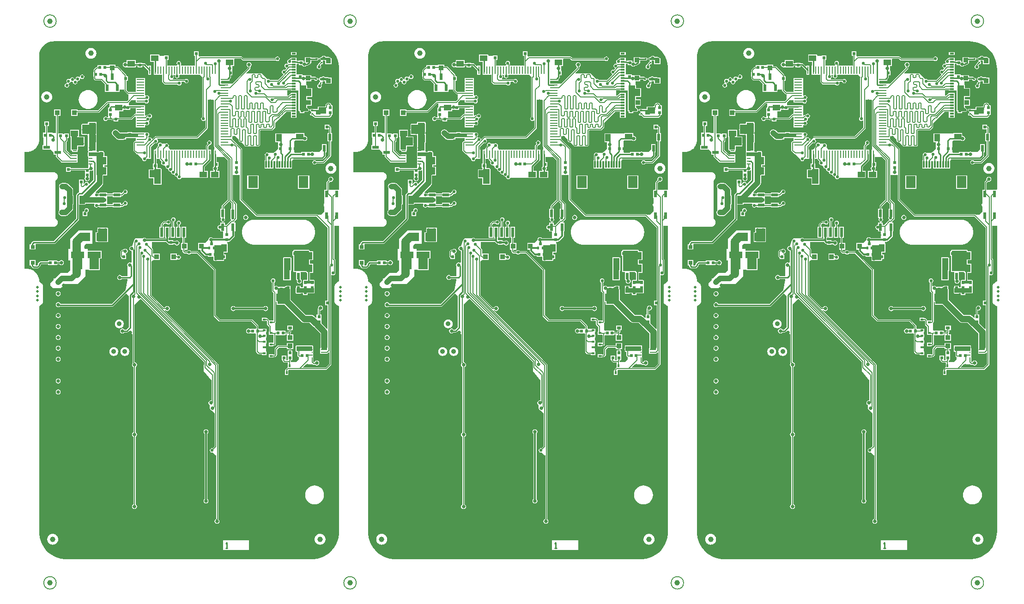
<source format=gtl>
G04 Layer_Physical_Order=1*
G04 Layer_Color=255*
%FSLAX25Y25*%
%MOIN*%
G70*
G01*
G75*
%ADD10C,0.00787*%
%ADD11C,0.03937*%
%ADD12R,0.02362X0.02323*%
%ADD13R,0.03150X0.02362*%
%ADD14R,0.02362X0.04528*%
%ADD15R,0.03150X0.01181*%
%ADD16R,0.03150X0.01575*%
%ADD17R,0.10236X0.11811*%
%ADD18R,0.02362X0.07087*%
%ADD19R,0.03347X0.08661*%
%ADD20R,0.04764X0.02323*%
%ADD21R,0.02323X0.04764*%
%ADD22R,0.03150X0.02756*%
%ADD23R,0.02362X0.05512*%
%ADD24R,0.03543X0.03740*%
%ADD25R,0.07087X0.08661*%
%ADD26R,0.01181X0.05118*%
%ADD27R,0.04252X0.05591*%
%ADD28R,0.05591X0.04252*%
%ADD29R,0.03661X0.03504*%
%ADD30R,0.03504X0.03661*%
%ADD31R,0.02323X0.02362*%
%ADD32R,0.00709X0.00906*%
G04:AMPARAMS|DCode=33|XSize=70.87mil|YSize=40.94mil|CornerRadius=0.41mil|HoleSize=0mil|Usage=FLASHONLY|Rotation=270.000|XOffset=0mil|YOffset=0mil|HoleType=Round|Shape=RoundedRectangle|*
%AMROUNDEDRECTD33*
21,1,0.07087,0.04012,0,0,270.0*
21,1,0.07005,0.04094,0,0,270.0*
1,1,0.00082,-0.02006,-0.03503*
1,1,0.00082,-0.02006,0.03503*
1,1,0.00082,0.02006,0.03503*
1,1,0.00082,0.02006,-0.03503*
%
%ADD33ROUNDEDRECTD33*%
%ADD34R,0.02756X0.00984*%
%ADD35R,0.06693X0.12992*%
%ADD36R,0.05118X0.02323*%
%ADD37R,0.02323X0.05118*%
%ADD38R,0.06890X0.08189*%
%ADD39R,0.09646X0.04724*%
%ADD40R,0.03937X0.05906*%
%ADD41R,0.02362X0.01417*%
%ADD42R,0.01417X0.02362*%
%ADD43R,0.01100X0.05800*%
%ADD44R,0.05800X0.01100*%
%ADD45R,0.01969X0.02362*%
%ADD46R,0.01575X0.02362*%
%ADD47R,0.00394X0.00394*%
%ADD48P,0.02895X4X90.0*%
%ADD49C,0.00591*%
%ADD50C,0.01181*%
%ADD51C,0.03937*%
%ADD52C,0.00984*%
%ADD53C,0.05906*%
%ADD54C,0.04724*%
%ADD55C,0.01575*%
%ADD56R,0.05118X0.18110*%
%ADD57R,0.05512X0.04724*%
%ADD58R,0.14961X0.02756*%
%ADD59R,0.09843X0.06693*%
%ADD60R,0.08661X0.05906*%
%ADD61R,0.06693X0.09449*%
%ADD62R,0.05118X0.20472*%
%ADD63R,0.06693X0.10630*%
%ADD64R,0.10630X0.02756*%
%ADD65R,0.05118X0.16142*%
%ADD66R,0.04331X0.11811*%
%ADD67R,0.11417X0.03543*%
%ADD68R,0.04331X0.03150*%
%ADD69R,0.07874X0.11811*%
%ADD70R,0.12598X0.03543*%
%ADD71R,0.11024X0.14961*%
%ADD72R,0.04331X0.15748*%
%ADD73R,0.07480X0.01969*%
%ADD74R,0.04724X0.11024*%
%ADD75C,0.01969*%
%ADD76O,0.08661X0.03937*%
%ADD77O,0.07087X0.03937*%
%ADD78C,0.03543*%
%ADD79C,0.02559*%
%ADD80C,0.02165*%
G36*
X687775Y389933D02*
X687174Y389331D01*
X686201D01*
Y390393D01*
X687775D01*
Y389933D01*
D02*
G37*
G36*
X450374D02*
X449773Y389331D01*
X448800D01*
Y390393D01*
X450374D01*
Y389933D01*
D02*
G37*
G36*
X212972D02*
X212371Y389331D01*
X211398D01*
Y390393D01*
X212972D01*
Y389933D01*
D02*
G37*
G36*
X683073Y402732D02*
X683445D01*
X684731Y402689D01*
X687300Y402351D01*
X689783Y401686D01*
X692159Y400702D01*
X694386Y399416D01*
X696426Y397851D01*
X698244Y396032D01*
X699809Y393992D01*
X701095Y391765D01*
X702079Y389390D01*
X702745Y386906D01*
X703083Y384337D01*
X703125Y383049D01*
X703125Y383048D01*
X703125Y383040D01*
X703125Y383039D01*
X703125Y383038D01*
X703125Y383037D01*
Y383035D01*
X703125Y383034D01*
X703125Y383027D01*
Y295980D01*
X702756Y295669D01*
X695764D01*
Y300534D01*
X696685Y301455D01*
X697244Y301343D01*
X697936Y301481D01*
X698522Y301872D01*
X698913Y302458D01*
X699051Y303150D01*
X698913Y303841D01*
X698522Y304427D01*
X697936Y304819D01*
X697244Y304956D01*
X696553Y304819D01*
X695967Y304427D01*
X695576Y303841D01*
X695438Y303150D01*
X695549Y302590D01*
X694393Y301434D01*
X694219Y301173D01*
X694158Y300866D01*
Y295669D01*
X692520D01*
Y295177D01*
X692500D01*
Y289665D01*
X692520D01*
Y285891D01*
X692227Y285452D01*
X692066Y284646D01*
X692227Y283839D01*
X692520Y283400D01*
Y279922D01*
X690158Y277559D01*
X687749Y277559D01*
X687576Y277733D01*
X687315Y277907D01*
X687008Y277968D01*
X644034D01*
X633087Y288915D01*
Y324803D01*
X633026Y325110D01*
X632851Y325371D01*
X632851Y325371D01*
X625984Y332238D01*
Y334174D01*
X626000Y334252D01*
X626000Y334252D01*
X628347D01*
X630693Y331905D01*
Y331102D01*
X630693Y331102D01*
X630755Y330795D01*
X630929Y330535D01*
X631322Y330141D01*
X631583Y329967D01*
X631890Y329906D01*
X632693D01*
X634630Y327968D01*
Y327953D01*
X634630Y327953D01*
X634692Y327645D01*
X634866Y327385D01*
X635259Y326991D01*
X635520Y326817D01*
X635827Y326756D01*
X637008D01*
X637086Y326772D01*
X639686D01*
X639764Y326756D01*
X640945D01*
X641023Y326772D01*
X643623D01*
X643701Y326756D01*
X644882D01*
X645189Y326817D01*
X645450Y326991D01*
X645844Y327385D01*
X645844Y327385D01*
X646018Y327645D01*
X646079Y327953D01*
Y331890D01*
X646079Y331890D01*
Y338250D01*
X646396Y338567D01*
X654725D01*
X655032Y338628D01*
X655292Y338802D01*
X656769Y340279D01*
X656769Y340279D01*
X656943Y340539D01*
X657004Y340846D01*
X657004Y340846D01*
Y343618D01*
X665142Y351756D01*
X668406D01*
Y347539D01*
X672540D01*
Y349508D01*
Y353445D01*
Y357382D01*
Y361319D01*
Y365453D01*
X668406D01*
Y365173D01*
X668307D01*
X668000Y365112D01*
X667740Y364938D01*
X666248Y363446D01*
X665748Y363510D01*
Y367323D01*
X665752Y367396D01*
X665824Y367444D01*
X665884Y367504D01*
X668406D01*
Y367224D01*
X672540D01*
Y367323D01*
X673877D01*
Y352756D01*
X674033Y352379D01*
X674410Y352223D01*
X674705D01*
Y350925D01*
X678052D01*
Y351845D01*
X679377D01*
X679508Y351791D01*
X680481D01*
X680858Y351947D01*
X681459Y352548D01*
X681615Y352925D01*
Y353385D01*
X681459Y353762D01*
X681285Y353834D01*
X681217Y353997D01*
X680857Y354356D01*
X680060Y354887D01*
Y356339D01*
X683465D01*
Y360984D01*
X680060D01*
Y362461D01*
X683740D01*
Y369035D01*
X680060D01*
Y370866D01*
X679905Y371243D01*
X679528Y371399D01*
Y373858D01*
X683032D01*
Y375178D01*
X685215D01*
X685275Y375117D01*
Y374764D01*
X685431Y374388D01*
X685808Y374232D01*
X686780D01*
X687157Y374388D01*
X687758Y374989D01*
X687914Y375366D01*
Y375826D01*
X687758Y376203D01*
X687382Y376359D01*
X686872D01*
X686340Y376891D01*
X686014Y377108D01*
X685630Y377185D01*
X683032D01*
Y378346D01*
X678386D01*
Y378346D01*
X677166D01*
X676870Y378642D01*
Y378996D01*
X673524D01*
Y378740D01*
X672540D01*
Y381004D01*
Y386077D01*
X672607Y386165D01*
X673040Y386436D01*
X673229Y386398D01*
X673918D01*
Y385531D01*
X676284D01*
X676284Y385529D01*
X676676Y384943D01*
X677262Y384552D01*
X677953Y384414D01*
X678644Y384552D01*
X679230Y384943D01*
X679413Y385217D01*
X679921D01*
X680306Y385293D01*
X680631Y385511D01*
X681125Y386004D01*
X681496D01*
X681880Y386081D01*
X682206Y386298D01*
X682423Y386624D01*
X682469Y386850D01*
X683032D01*
Y388760D01*
X686614D01*
X686807Y388798D01*
X687174D01*
X687551Y388954D01*
X688152Y389556D01*
X688308Y389933D01*
Y390393D01*
X688152Y390770D01*
X687775Y390926D01*
X686201D01*
X685825Y390770D01*
X685824Y390767D01*
X683032D01*
Y391339D01*
X678386D01*
Y388335D01*
X678000Y388018D01*
X677953Y388027D01*
X677651Y387967D01*
X677264Y388284D01*
Y388839D01*
X673918D01*
Y388839D01*
X673418Y388632D01*
X673348Y388702D01*
X673022Y388919D01*
X672638Y388996D01*
X672540D01*
Y391043D01*
X668406D01*
X668307Y390763D01*
X668000Y390702D01*
X667740Y390528D01*
X666927Y389716D01*
X666709Y389672D01*
X666188Y389324D01*
X665840Y388803D01*
X665718Y388189D01*
X665840Y387575D01*
X666039Y387277D01*
X666037Y387152D01*
X665915Y386704D01*
X665889Y386670D01*
X665771Y386591D01*
X665747Y386567D01*
X665355Y386645D01*
X664740Y386523D01*
X664219Y386175D01*
X663871Y385654D01*
X663749Y385039D01*
X663871Y384425D01*
X664219Y383904D01*
X664740Y383556D01*
X664777Y383549D01*
X664942Y383006D01*
X664077Y382141D01*
X664001Y382192D01*
X663386Y382314D01*
X662772Y382192D01*
X662251Y381844D01*
X661903Y381323D01*
X661780Y380709D01*
X661903Y380094D01*
X662251Y379573D01*
X662772Y379225D01*
X662809Y379218D01*
X662973Y378675D01*
X659117Y374819D01*
X653326D01*
X653104Y375151D01*
X652583Y375499D01*
X651969Y375621D01*
X651354Y375499D01*
X651305Y375466D01*
X647244Y379528D01*
X646534D01*
X646457Y379543D01*
X644882D01*
X644882Y379543D01*
X644805Y379528D01*
X642204D01*
X642126Y379543D01*
X640945D01*
X640868Y379528D01*
X636435D01*
X636243Y379990D01*
X638757Y382503D01*
X638931Y382764D01*
X638992Y383071D01*
Y384232D01*
X639466Y384549D01*
X639858Y385136D01*
X639996Y385827D01*
X639858Y386518D01*
X639466Y387104D01*
X638880Y387496D01*
X638189Y387633D01*
X637498Y387496D01*
X636912Y387104D01*
X636520Y386518D01*
X636383Y385827D01*
X636520Y385136D01*
X636912Y384549D01*
X637386Y384232D01*
Y383403D01*
X626030Y372047D01*
X623950D01*
Y372302D01*
X618111D01*
Y374155D01*
X623950D01*
Y375287D01*
X624725Y376062D01*
X624943Y376388D01*
X625019Y376772D01*
Y378248D01*
X626240D01*
Y381594D01*
X625984D01*
Y384803D01*
X627303D01*
Y390039D01*
X627761Y390142D01*
X632345D01*
X633291Y389196D01*
X633291Y389196D01*
X633551Y389022D01*
X633858Y388961D01*
X633859Y388961D01*
X657618D01*
X658047Y388674D01*
X658662Y388552D01*
X659276Y388674D01*
X659797Y389022D01*
X660145Y389543D01*
X660267Y390158D01*
X660145Y390772D01*
X659797Y391293D01*
X659276Y391641D01*
X658662Y391763D01*
X658047Y391641D01*
X657526Y391293D01*
X657178Y390772D01*
X657137Y390567D01*
X634191D01*
X633245Y391513D01*
X632985Y391687D01*
X632677Y391748D01*
X602756D01*
X602756Y391748D01*
X602449Y391687D01*
X602424Y391670D01*
X601674Y392421D01*
Y395532D01*
X598327D01*
Y392224D01*
X599198D01*
Y388190D01*
Y385367D01*
X588992D01*
Y386221D01*
X588992Y386221D01*
X588931Y386528D01*
X588916Y386549D01*
X589008Y387008D01*
X588885Y387622D01*
X588537Y388143D01*
X588016Y388491D01*
X587402Y388614D01*
X586787Y388491D01*
X586267Y388143D01*
X585918Y387622D01*
X585796Y387008D01*
X585918Y386393D01*
X586267Y385873D01*
X586274Y385867D01*
X586123Y385367D01*
X579150D01*
Y389075D01*
X580020D01*
Y392382D01*
X576674D01*
Y392126D01*
X574016D01*
X573366Y392776D01*
Y393189D01*
X566792D01*
Y387953D01*
X569469D01*
Y385367D01*
X569431D01*
Y378583D01*
X575575D01*
Y373622D01*
X575636Y373315D01*
X575810Y373055D01*
X576992Y371873D01*
X576992Y371873D01*
X577252Y371699D01*
X577559Y371638D01*
X577559Y371638D01*
X586438D01*
X586660Y371306D01*
X587181Y370957D01*
X587795Y370835D01*
X588410Y370957D01*
X588931Y371306D01*
X589279Y371827D01*
X589401Y372441D01*
X589279Y373055D01*
X589245Y373107D01*
X589512Y373607D01*
X591389D01*
X591430Y373401D01*
X591778Y372880D01*
X592299Y372532D01*
X592914Y372410D01*
X593528Y372532D01*
X594049Y372880D01*
X594397Y373401D01*
X594519Y374016D01*
X594397Y374630D01*
X594049Y375151D01*
X593528Y375499D01*
X592914Y375621D01*
X592299Y375499D01*
X591870Y375212D01*
X583274D01*
X583214Y375295D01*
X583336Y375975D01*
X583419Y376030D01*
X583767Y376551D01*
X583889Y377165D01*
X583767Y377780D01*
X583565Y378083D01*
X583828Y378583D01*
X584455D01*
X584719Y378083D01*
X584615Y377559D01*
X584737Y376945D01*
X585085Y376424D01*
X585606Y376076D01*
X586221Y375953D01*
X586835Y376076D01*
X587356Y376424D01*
X587704Y376945D01*
X587826Y377559D01*
X587722Y378083D01*
X587986Y378583D01*
X602913D01*
X604551Y376946D01*
X604377Y376685D01*
X604316Y376378D01*
Y373228D01*
X604316Y373228D01*
Y348208D01*
X603983Y347986D01*
X603635Y347465D01*
X603513Y346850D01*
X603635Y346236D01*
X603983Y345715D01*
X604504Y345367D01*
X605118Y345245D01*
X605733Y345367D01*
X606178Y345664D01*
X606472Y345578D01*
X606678Y345450D01*
Y340490D01*
X600455Y334267D01*
X570755D01*
X570448Y334206D01*
X570188Y334032D01*
X570188Y334032D01*
X568500Y332345D01*
X568101Y332466D01*
X567992Y332544D01*
X567671Y333025D01*
X567150Y333373D01*
X566536Y333495D01*
X565921Y333373D01*
X565870Y333339D01*
X565370Y333606D01*
Y334075D01*
X565703Y334298D01*
X566051Y334819D01*
X566173Y335433D01*
X566051Y336048D01*
X565703Y336568D01*
X565182Y336916D01*
X564567Y337039D01*
X563953Y336916D01*
X563650Y336714D01*
X563150Y336869D01*
Y336869D01*
X556366D01*
Y336753D01*
X553642D01*
Y337264D01*
X550295D01*
Y336753D01*
X545142D01*
X543507Y338388D01*
X542693Y338932D01*
X541733Y339123D01*
X540772Y338932D01*
X539958Y338388D01*
X539415Y337574D01*
X539224Y336614D01*
X539415Y335654D01*
X539958Y334840D01*
X542439Y332360D01*
X543253Y331816D01*
X544213Y331625D01*
X547244D01*
X548204Y331816D01*
X548315Y331890D01*
X549567D01*
Y332932D01*
X556366D01*
Y330778D01*
X555906Y330724D01*
X555598Y330663D01*
X555338Y330489D01*
X554944Y330095D01*
X554770Y329835D01*
X554709Y329528D01*
Y324016D01*
X554770Y323709D01*
X554944Y323448D01*
X556913Y321480D01*
X557173Y321305D01*
X557481Y321244D01*
X557481Y321244D01*
X557496D01*
X560998Y317742D01*
X560993Y317717D01*
X561115Y317102D01*
X561463Y316581D01*
X561984Y316233D01*
X562599Y316111D01*
X563213Y316233D01*
X563734Y316581D01*
X564082Y317102D01*
X564204Y317717D01*
X566536D01*
Y317783D01*
X567578D01*
Y324567D01*
X567339D01*
Y326439D01*
X570176Y329276D01*
X570252Y329225D01*
X570866Y329103D01*
X571481Y329225D01*
X572002Y329573D01*
X572350Y330094D01*
X572472Y330709D01*
X572350Y331323D01*
X572002Y331844D01*
X571919Y331899D01*
X571797Y332579D01*
X571856Y332662D01*
X600788D01*
X601095Y332723D01*
X601355Y332897D01*
X608048Y339590D01*
X608222Y339850D01*
X608283Y340158D01*
X608283Y340158D01*
Y360630D01*
X612429D01*
X612512Y360573D01*
X612798Y360130D01*
X612780Y360039D01*
Y327056D01*
X612841Y326749D01*
X612992Y326522D01*
Y324567D01*
X612738D01*
Y317783D01*
X612776D01*
Y315453D01*
X612697D01*
Y312431D01*
X612502Y312301D01*
X612111Y311715D01*
X611973Y311024D01*
X612111Y310332D01*
X612472Y309791D01*
X612421Y309576D01*
X612283Y309291D01*
X610099D01*
Y304055D01*
X616674D01*
Y309291D01*
X615276D01*
X615139Y309576D01*
X615087Y309791D01*
X615449Y310332D01*
X615586Y311024D01*
X615470Y311606D01*
X615743Y312106D01*
X616004D01*
Y315453D01*
X614783D01*
Y317783D01*
X614822D01*
Y319291D01*
X620212D01*
X622623Y316881D01*
Y288325D01*
X618724Y284426D01*
X618550Y284166D01*
X618489Y283858D01*
Y281791D01*
X617422D01*
Y275295D01*
X617651D01*
X617918Y274795D01*
X617808Y274630D01*
X617686Y274016D01*
X617808Y273401D01*
X618156Y272880D01*
X618677Y272532D01*
X619095Y272449D01*
X619046Y271949D01*
X617422D01*
Y270584D01*
X617390Y270425D01*
X616929Y270110D01*
X616315Y269987D01*
X615794Y269639D01*
X615446Y269118D01*
X615324Y268504D01*
X615446Y267889D01*
X615794Y267369D01*
X616315Y267021D01*
X616929Y266898D01*
X617035Y266919D01*
X617422Y266602D01*
Y265453D01*
X619292D01*
Y260553D01*
X612023D01*
X611907Y260726D01*
X611321Y261118D01*
X610630Y261255D01*
X609939Y261118D01*
X609353Y260726D01*
X608961Y260140D01*
X608864Y259651D01*
X606515Y257302D01*
X606103Y257087D01*
X601576D01*
Y252363D01*
X603227D01*
Y251575D01*
X603311Y251152D01*
X603550Y250794D01*
X606306Y248038D01*
X606665Y247799D01*
X607087Y247715D01*
X608366D01*
Y247146D01*
X611673D01*
Y247146D01*
X611949Y247146D01*
Y247146D01*
X612460D01*
Y244882D01*
X612616Y244505D01*
X612992Y244349D01*
X613315D01*
X613559Y244186D01*
X614174Y244064D01*
X614788Y244186D01*
X615032Y244349D01*
X619685D01*
X620062Y244505D01*
X620218Y244882D01*
Y245571D01*
X621516D01*
Y248917D01*
X620218D01*
Y250256D01*
X622717D01*
Y256831D01*
X622441D01*
Y257972D01*
X623721D01*
Y258345D01*
X624016D01*
X624438Y258429D01*
X624797Y258668D01*
X627553Y261424D01*
X627792Y261782D01*
X627876Y262205D01*
Y265453D01*
X628248D01*
Y271949D01*
X627618D01*
X627411Y272449D01*
X629111Y274149D01*
X629111Y274150D01*
X629285Y274410D01*
X629346Y274717D01*
Y285193D01*
X629346Y285193D01*
X629285Y285500D01*
X629111Y285760D01*
X629111Y285760D01*
X626394Y288478D01*
Y306299D01*
X631481D01*
Y288583D01*
X631542Y288276D01*
X631716Y288015D01*
X643133Y276598D01*
X643133Y276598D01*
X643394Y276424D01*
X643701Y276362D01*
X686676D01*
X694867Y268171D01*
Y215453D01*
X693051D01*
Y212106D01*
X694867D01*
Y195345D01*
X694367Y195138D01*
X690256Y199249D01*
Y201606D01*
X690256Y201831D01*
X690256D01*
X690256Y202106D01*
X690256D01*
Y205413D01*
X689386D01*
Y208119D01*
X689764Y208430D01*
X690455Y208567D01*
X691041Y208959D01*
X691433Y209545D01*
X691570Y210236D01*
X691433Y210928D01*
X691041Y211513D01*
X690455Y211905D01*
X689764Y212043D01*
X689073Y211905D01*
X688487Y211513D01*
X688095Y210928D01*
X687958Y210236D01*
X688005Y210000D01*
X687841Y209756D01*
X687780Y209449D01*
Y205413D01*
X686910D01*
Y203248D01*
X686448Y203057D01*
X685107Y204398D01*
X684511Y204855D01*
X683816Y205143D01*
X683071Y205241D01*
X679145D01*
X668234Y216153D01*
Y223228D01*
X668135Y223973D01*
X667992Y224320D01*
Y226280D01*
X664685D01*
Y226019D01*
X664609Y226009D01*
X663915Y225722D01*
X663585Y225468D01*
X663091Y225453D01*
Y225453D01*
X659744D01*
Y225453D01*
X659269Y225512D01*
X659152Y225687D01*
X658566Y226078D01*
X657874Y226216D01*
X657183Y226078D01*
X656815Y225832D01*
X656315Y226096D01*
Y228564D01*
X656647Y228786D01*
X656995Y229307D01*
X657118Y229921D01*
X656995Y230536D01*
X656647Y231057D01*
X656126Y231405D01*
X655512Y231527D01*
X654898Y231405D01*
X654377Y231057D01*
X654029Y230536D01*
X653906Y229921D01*
X654029Y229307D01*
X654377Y228786D01*
X654709Y228564D01*
Y222571D01*
X654770Y222264D01*
X654944Y222003D01*
X655890Y221057D01*
Y214437D01*
X655890Y214437D01*
Y201666D01*
X655807Y201201D01*
X652768D01*
X652710Y201488D01*
X652536Y201749D01*
X651749Y202537D01*
X651488Y202711D01*
X651181Y202772D01*
X650689D01*
Y203170D01*
X647343D01*
Y200768D01*
X650689D01*
X650689Y200768D01*
X651166Y200712D01*
Y198425D01*
X651227Y198118D01*
X651401Y197857D01*
X652741Y196518D01*
Y193327D01*
X652461D01*
Y190925D01*
X655807D01*
X655890Y190460D01*
Y185525D01*
X655807Y185059D01*
X652461D01*
Y182658D01*
X655807D01*
Y183055D01*
X656299D01*
X656607Y183117D01*
X656867Y183291D01*
X657261Y183684D01*
X657435Y183945D01*
X657496Y184252D01*
Y189987D01*
X657579Y190453D01*
X660662D01*
X660886Y190453D01*
X661386Y190453D01*
X664469D01*
Y191323D01*
X664985D01*
X665394Y191102D01*
Y186614D01*
X670040D01*
Y191102D01*
X668126D01*
Y191732D01*
X668126Y191732D01*
X668126Y191732D01*
Y192187D01*
X668285Y192346D01*
X668285Y192346D01*
X668459Y192606D01*
X668520Y192913D01*
X668520Y192913D01*
Y194193D01*
X669784D01*
Y197539D01*
X665650D01*
Y194193D01*
X666914D01*
Y193246D01*
X666755Y193087D01*
X666649Y192929D01*
X664469D01*
Y193799D01*
X661386D01*
X661162Y193799D01*
X660662Y193799D01*
X657776D01*
X657087Y194488D01*
Y199606D01*
X657261Y199826D01*
X657435Y200086D01*
X657496Y200394D01*
X657496Y200394D01*
Y214429D01*
X658129D01*
Y212992D01*
X658285Y212615D01*
X658662Y212459D01*
X663784D01*
X675917Y200326D01*
X676513Y199869D01*
X676634Y199819D01*
Y199724D01*
X676862D01*
X677208Y199581D01*
X677953Y199483D01*
X681879D01*
X684884Y196478D01*
X689641Y191721D01*
Y182716D01*
X689625Y182677D01*
Y181063D01*
X689507D01*
Y179173D01*
X689507D01*
X689507Y179095D01*
X689507Y179095D01*
Y177204D01*
X691201D01*
Y177347D01*
X694291D01*
X694599Y177408D01*
X694859Y177582D01*
X695487Y178210D01*
X695949Y178019D01*
Y169919D01*
X693270Y167240D01*
X677296D01*
X677105Y167702D01*
X679088Y169685D01*
X683904D01*
X684078Y169511D01*
X684078Y169511D01*
X684339Y169337D01*
X684646Y169276D01*
X685677D01*
X685731Y169195D01*
X686317Y168804D01*
X687008Y168666D01*
X687699Y168804D01*
X688285Y169195D01*
X688677Y169781D01*
X688814Y170473D01*
X688677Y171164D01*
X688285Y171750D01*
X687699Y172141D01*
X687008Y172279D01*
X686317Y172141D01*
X685731Y171750D01*
X685353Y171184D01*
X685318Y171159D01*
X684807Y171053D01*
X684465Y171395D01*
Y173267D01*
X684509D01*
Y175157D01*
X684509D01*
Y175236D01*
X684509D01*
Y177127D01*
X684509D01*
Y177204D01*
X684509D01*
Y179095D01*
X684509Y179095D01*
Y179173D01*
X684509D01*
X684509Y179595D01*
Y181063D01*
X684391D01*
Y182677D01*
X684235Y183054D01*
X683858Y183210D01*
X672441D01*
X672064Y183054D01*
X671909Y182677D01*
Y181174D01*
X671816Y180709D01*
X671909Y180243D01*
Y179134D01*
X672064Y178757D01*
X672441Y178601D01*
X673113D01*
Y175984D01*
X673182Y175639D01*
X673377Y175346D01*
X673771Y174952D01*
X674016Y174788D01*
Y173228D01*
X672048Y171260D01*
X668370D01*
X668171Y171760D01*
X668285Y171873D01*
X668459Y172134D01*
X668520Y172441D01*
Y172539D01*
X669390D01*
Y175622D01*
X669390Y175847D01*
X669390Y176347D01*
Y179429D01*
X668520D01*
Y180551D01*
X670040D01*
Y185039D01*
X665394D01*
Y183284D01*
X659253D01*
X658946Y183222D01*
X658685Y183048D01*
X656913Y181276D01*
X656739Y181016D01*
X656678Y180709D01*
Y176710D01*
X656361Y176393D01*
X655807D01*
Y176791D01*
X652461D01*
Y174390D01*
X655807D01*
Y174788D01*
X656693D01*
X657000Y174849D01*
X657261Y175023D01*
X658048Y175810D01*
X658222Y176071D01*
X658283Y176378D01*
Y180376D01*
X659585Y181678D01*
X665394D01*
Y180551D01*
X666914D01*
Y179429D01*
X666044D01*
Y176347D01*
X666044Y176122D01*
X666044Y175622D01*
Y172539D01*
X665578Y172456D01*
X665525D01*
X665059Y172539D01*
Y175847D01*
X661713D01*
Y172539D01*
X662190D01*
Y172441D01*
X662251Y172134D01*
X662425Y171873D01*
X663212Y171086D01*
X663473Y170912D01*
X663780Y170851D01*
X666067D01*
X666123Y170374D01*
X666123D01*
Y167727D01*
X666044Y167240D01*
X665736Y167179D01*
X665476Y167005D01*
X665476Y167005D01*
X664787Y166316D01*
X664613Y166055D01*
X664552Y165748D01*
Y165256D01*
X664154D01*
Y161909D01*
X666555D01*
Y165256D01*
X666849Y165634D01*
X693603D01*
X693910Y165695D01*
X694170Y165869D01*
X697320Y169019D01*
X697320Y169019D01*
X697494Y169279D01*
X697555Y169587D01*
X697555Y169587D01*
Y233782D01*
X698055Y234050D01*
X698205Y233950D01*
X698819Y233827D01*
X699434Y233950D01*
X699955Y234298D01*
X700303Y234819D01*
X700315Y234878D01*
X700348Y234929D01*
X700409Y235236D01*
X700409Y235236D01*
Y235356D01*
X700425Y235433D01*
X700409Y235511D01*
Y244882D01*
X700348Y245189D01*
X700174Y245450D01*
X700174Y245450D01*
X699701Y245923D01*
Y269685D01*
X703125D01*
Y229514D01*
X702427Y229179D01*
X700852Y227998D01*
X700732Y227864D01*
X700583Y227764D01*
X700408Y227502D01*
X700197Y227267D01*
X700137Y227097D01*
X700037Y226947D01*
X699976Y226638D01*
X699871Y226340D01*
X699881Y226161D01*
X699846Y225984D01*
Y214961D01*
X699881Y214784D01*
X699871Y214605D01*
X699976Y214307D01*
X700037Y213998D01*
X700137Y213848D01*
X700197Y213678D01*
X700408Y213443D01*
X700583Y213181D01*
X700732Y213081D01*
X700852Y212947D01*
X702427Y211766D01*
X703125Y211431D01*
Y48469D01*
X703125Y48462D01*
X703125Y48461D01*
Y48459D01*
X703125Y48458D01*
X703125Y48458D01*
X703125Y48456D01*
X703125Y48448D01*
X703125Y48448D01*
X703083Y47159D01*
X702745Y44590D01*
X702079Y42106D01*
X701095Y39731D01*
X699810Y37504D01*
X698244Y35464D01*
X696426Y33645D01*
X694386Y32080D01*
X692159Y30795D01*
X689783Y29811D01*
X687300Y29145D01*
X684731Y28807D01*
X683445Y28765D01*
X683073D01*
X683066Y28763D01*
X506700D01*
X506693Y28765D01*
X506321D01*
X505035Y28807D01*
X502466Y29145D01*
X499982Y29811D01*
X497607Y30795D01*
X495380Y32080D01*
X493340Y33645D01*
X491522Y35464D01*
X489956Y37504D01*
X488671Y39731D01*
X487687Y42106D01*
X487021Y44590D01*
X486683Y47159D01*
X486641Y48448D01*
X486641Y48448D01*
X486641Y48456D01*
X486640Y48457D01*
X486640Y48458D01*
X486641Y48459D01*
Y48461D01*
X486641Y48462D01*
X486641Y48468D01*
Y211621D01*
X486943Y211766D01*
X488518Y212947D01*
X488638Y213081D01*
X488788Y213181D01*
X488963Y213443D01*
X489174Y213678D01*
X489233Y213848D01*
X489333Y213998D01*
X489395Y214307D01*
X489500Y214605D01*
X489490Y214784D01*
X489525Y214961D01*
Y225984D01*
X489490Y226161D01*
X489500Y226340D01*
X489395Y226638D01*
X489333Y226947D01*
X489233Y227097D01*
X489174Y227267D01*
X488963Y227502D01*
X488788Y227764D01*
X488638Y227864D01*
X488518Y227998D01*
X486943Y229179D01*
X486639Y229325D01*
Y229491D01*
X486639Y229497D01*
X486639Y229497D01*
Y229499D01*
X486639Y229499D01*
X486639Y229500D01*
X486639Y229507D01*
X486639Y229510D01*
X486639Y229512D01*
X486639Y229520D01*
X486639Y229522D01*
X486639Y229524D01*
Y230304D01*
X486616Y230420D01*
Y230539D01*
X486313Y232060D01*
X486268Y232170D01*
X486245Y232286D01*
X485651Y233719D01*
X485585Y233818D01*
X485540Y233928D01*
X484678Y235217D01*
X484594Y235301D01*
X484528Y235400D01*
X483431Y236497D01*
X483333Y236563D01*
X483249Y236647D01*
X481959Y237509D01*
X481849Y237554D01*
X481751Y237620D01*
X480318Y238213D01*
X480201Y238237D01*
X480092Y238282D01*
X478570Y238585D01*
X478451D01*
X478335Y238608D01*
X477554D01*
X477550Y238607D01*
X477546Y238608D01*
X477535Y238608D01*
X477533Y238607D01*
X477530Y238608D01*
X477519Y238608D01*
X477517Y238607D01*
X477516Y238607D01*
X477513D01*
X477512Y238608D01*
X477504Y238607D01*
X476009D01*
Y268796D01*
X496851D01*
X497237Y268873D01*
X497242D01*
X497703Y268965D01*
X498427Y269265D01*
X498818Y269526D01*
X499372Y270080D01*
X499633Y270470D01*
X499933Y271195D01*
X500025Y271655D01*
Y272388D01*
X499985Y272589D01*
X499955Y272792D01*
X499727Y273433D01*
X499621Y273609D01*
X499525Y273790D01*
X499095Y274318D01*
X498937Y274448D01*
X498785Y274587D01*
X498464Y274781D01*
X498450Y300300D01*
Y302376D01*
X498785Y302579D01*
X498937Y302717D01*
X499095Y302848D01*
X499525Y303375D01*
X499621Y303556D01*
X499727Y303732D01*
X499955Y304374D01*
X499985Y304576D01*
X500025Y304778D01*
Y305510D01*
X499933Y305971D01*
X499633Y306695D01*
X499372Y307086D01*
X498818Y307640D01*
X498427Y307901D01*
X497703Y308201D01*
X497242Y308292D01*
X476009D01*
Y322810D01*
X477564D01*
X477567Y322811D01*
X477569Y322810D01*
X477579Y322810D01*
X477583Y322811D01*
X477586Y322810D01*
X477596Y322810D01*
X477598Y322811D01*
X477601Y322810D01*
X477611Y322810D01*
X477611Y322810D01*
X478377Y322814D01*
X478493Y322838D01*
X478612Y322838D01*
X480127Y323147D01*
X480236Y323192D01*
X480352Y323216D01*
X481778Y323813D01*
X481877Y323879D01*
X481986Y323924D01*
X483269Y324788D01*
X483352Y324871D01*
X483450Y324937D01*
X484541Y326034D01*
X484607Y326132D01*
X484690Y326216D01*
X485547Y327503D01*
X485592Y327613D01*
X485657Y327711D01*
X486247Y329140D01*
X486270Y329257D01*
X486315Y329366D01*
X486616Y330883D01*
X486616Y331001D01*
X486639Y331117D01*
Y331894D01*
X486639Y331896D01*
X486639Y331899D01*
X486639Y331906D01*
X486639Y331908D01*
X486639Y331911D01*
X486639Y331918D01*
X486639Y331919D01*
X486639Y331920D01*
Y331921D01*
X486639Y331922D01*
X486639Y331927D01*
Y392101D01*
X486662Y392800D01*
X486846Y394195D01*
X487205Y395534D01*
X487735Y396815D01*
X488429Y398017D01*
X489273Y399117D01*
X490254Y400098D01*
X491354Y400942D01*
X492555Y401635D01*
X493836Y402166D01*
X495176Y402525D01*
X496571Y402709D01*
X497264Y402731D01*
X497636D01*
X497644Y402733D01*
X683066D01*
X683073Y402732D01*
D02*
G37*
G36*
X445671D02*
X446043D01*
X447329Y402689D01*
X449898Y402351D01*
X452382Y401686D01*
X454757Y400702D01*
X456984Y399416D01*
X459024Y397851D01*
X460843Y396032D01*
X462408Y393992D01*
X463694Y391765D01*
X464678Y389390D01*
X465343Y386906D01*
X465681Y384337D01*
X465724Y383049D01*
X465724Y383048D01*
X465724Y383040D01*
X465724Y383039D01*
X465724Y383038D01*
X465724Y383037D01*
Y383035D01*
X465724Y383034D01*
X465724Y383027D01*
Y295980D01*
X465355Y295669D01*
X458362D01*
Y300534D01*
X459283Y301455D01*
X459843Y301343D01*
X460534Y301481D01*
X461120Y301872D01*
X461512Y302458D01*
X461649Y303150D01*
X461512Y303841D01*
X461120Y304427D01*
X460534Y304819D01*
X459843Y304956D01*
X459152Y304819D01*
X458566Y304427D01*
X458174Y303841D01*
X458037Y303150D01*
X458148Y302590D01*
X456992Y301434D01*
X456818Y301173D01*
X456757Y300866D01*
Y295669D01*
X455118D01*
Y295177D01*
X455099D01*
Y289665D01*
X455118D01*
Y285891D01*
X454825Y285452D01*
X454665Y284646D01*
X454825Y283839D01*
X455119Y283400D01*
Y279922D01*
X452756Y277559D01*
X450348Y277559D01*
X450174Y277733D01*
X449914Y277907D01*
X449607Y277968D01*
X406632D01*
X395685Y288915D01*
Y324803D01*
X395624Y325110D01*
X395450Y325371D01*
X395450Y325371D01*
X388583Y332238D01*
Y334174D01*
X388598Y334252D01*
X388598Y334252D01*
X390945D01*
X393292Y331905D01*
Y331102D01*
X393292Y331102D01*
X393353Y330795D01*
X393527Y330535D01*
X393921Y330141D01*
X394181Y329967D01*
X394489Y329906D01*
X395291D01*
X397229Y327968D01*
Y327953D01*
X397229Y327953D01*
X397290Y327645D01*
X397464Y327385D01*
X397858Y326991D01*
X398118Y326817D01*
X398426Y326756D01*
X399607D01*
X399684Y326772D01*
X402285D01*
X402362Y326756D01*
X403544D01*
X403621Y326772D01*
X406222D01*
X406299Y326756D01*
X407481D01*
X407788Y326817D01*
X408048Y326991D01*
X408442Y327385D01*
X408442Y327385D01*
X408616Y327645D01*
X408677Y327953D01*
Y331890D01*
X408677Y331890D01*
Y338250D01*
X408994Y338567D01*
X417323D01*
X417630Y338628D01*
X417891Y338802D01*
X419367Y340279D01*
X419367Y340279D01*
X419541Y340539D01*
X419602Y340846D01*
X419602Y340846D01*
Y343618D01*
X427741Y351756D01*
X431004D01*
Y347539D01*
X435138D01*
Y349508D01*
Y353445D01*
Y357382D01*
Y361319D01*
Y365453D01*
X431004D01*
Y365173D01*
X430906D01*
X430599Y365112D01*
X430338Y364938D01*
X428847Y363446D01*
X428347Y363510D01*
Y367323D01*
X428351Y367396D01*
X428422Y367444D01*
X428482Y367504D01*
X431004D01*
Y367224D01*
X435138D01*
Y367323D01*
X436476D01*
Y352756D01*
X436631Y352379D01*
X437008Y352223D01*
X437303D01*
Y350925D01*
X440650D01*
Y351845D01*
X441976D01*
X442107Y351791D01*
X443080D01*
X443456Y351947D01*
X444058Y352548D01*
X444214Y352925D01*
Y353385D01*
X444058Y353762D01*
X443884Y353834D01*
X443816Y353997D01*
X443456Y354356D01*
X442659Y354887D01*
Y356339D01*
X446063D01*
Y360984D01*
X442659D01*
Y362461D01*
X446339D01*
Y369035D01*
X442659D01*
Y370866D01*
X442503Y371243D01*
X442126Y371399D01*
Y373858D01*
X445630D01*
Y375178D01*
X447813D01*
X447873Y375117D01*
Y374764D01*
X448030Y374388D01*
X448406Y374232D01*
X449379D01*
X449755Y374388D01*
X450357Y374989D01*
X450513Y375366D01*
Y375826D01*
X450357Y376203D01*
X449980Y376359D01*
X449470D01*
X448938Y376891D01*
X448613Y377108D01*
X448229Y377185D01*
X445630D01*
Y378346D01*
X440985D01*
Y378346D01*
X439764D01*
X439469Y378642D01*
Y378996D01*
X436122D01*
Y378740D01*
X435138D01*
Y381004D01*
Y386077D01*
X435206Y386165D01*
X435638Y386436D01*
X435827Y386398D01*
X436516D01*
Y385531D01*
X438882D01*
X438883Y385529D01*
X439274Y384943D01*
X439860Y384552D01*
X440552Y384414D01*
X441243Y384552D01*
X441829Y384943D01*
X442012Y385217D01*
X442520D01*
X442904Y385293D01*
X443230Y385511D01*
X443723Y386004D01*
X444095D01*
X444479Y386081D01*
X444804Y386298D01*
X445022Y386624D01*
X445067Y386850D01*
X445630D01*
Y388760D01*
X449213D01*
X449405Y388798D01*
X449773D01*
X450149Y388954D01*
X450751Y389556D01*
X450907Y389933D01*
Y390393D01*
X450751Y390770D01*
X450374Y390926D01*
X448800D01*
X448423Y390770D01*
X448422Y390767D01*
X445630D01*
Y391339D01*
X440985D01*
Y388335D01*
X440598Y388018D01*
X440552Y388027D01*
X440249Y387967D01*
X439862Y388284D01*
Y388839D01*
X436516D01*
Y388839D01*
X436016Y388632D01*
X435946Y388702D01*
X435621Y388919D01*
X435237Y388996D01*
X435138D01*
Y391043D01*
X431004D01*
X430906Y390763D01*
X430599Y390702D01*
X430338Y390528D01*
X429526Y389716D01*
X429307Y389672D01*
X428786Y389324D01*
X428438Y388803D01*
X428316Y388189D01*
X428438Y387575D01*
X428637Y387277D01*
X428636Y387152D01*
X428513Y386704D01*
X428487Y386670D01*
X428370Y386591D01*
X428345Y386567D01*
X427953Y386645D01*
X427339Y386523D01*
X426818Y386175D01*
X426470Y385654D01*
X426347Y385039D01*
X426470Y384425D01*
X426818Y383904D01*
X427339Y383556D01*
X427376Y383549D01*
X427540Y383006D01*
X426675Y382141D01*
X426599Y382192D01*
X425985Y382314D01*
X425370Y382192D01*
X424849Y381844D01*
X424501Y381323D01*
X424379Y380709D01*
X424501Y380094D01*
X424849Y379573D01*
X425370Y379225D01*
X425407Y379218D01*
X425572Y378675D01*
X421715Y374819D01*
X415925D01*
X415703Y375151D01*
X415182Y375499D01*
X414567Y375621D01*
X413953Y375499D01*
X413904Y375466D01*
X409843Y379528D01*
X409133D01*
X409055Y379543D01*
X407481D01*
X407481Y379543D01*
X407403Y379528D01*
X404802D01*
X404725Y379543D01*
X403544D01*
X403466Y379528D01*
X399033D01*
X398842Y379990D01*
X401355Y382503D01*
X401529Y382764D01*
X401590Y383071D01*
Y384232D01*
X402065Y384549D01*
X402457Y385136D01*
X402594Y385827D01*
X402457Y386518D01*
X402065Y387104D01*
X401479Y387496D01*
X400788Y387633D01*
X400097Y387496D01*
X399510Y387104D01*
X399119Y386518D01*
X398981Y385827D01*
X399119Y385136D01*
X399510Y384549D01*
X399985Y384232D01*
Y383403D01*
X388629Y372047D01*
X386548D01*
Y372302D01*
X380709D01*
Y374155D01*
X386548D01*
Y375287D01*
X387324Y376062D01*
X387542Y376388D01*
X387618Y376772D01*
Y378248D01*
X388839D01*
Y381594D01*
X388583D01*
Y384803D01*
X389902D01*
Y390039D01*
X390359Y390142D01*
X394943D01*
X395889Y389196D01*
X395889Y389196D01*
X396150Y389022D01*
X396457Y388961D01*
X396457Y388961D01*
X420216D01*
X420646Y388674D01*
X421260Y388552D01*
X421875Y388674D01*
X422396Y389022D01*
X422744Y389543D01*
X422866Y390158D01*
X422744Y390772D01*
X422396Y391293D01*
X421875Y391641D01*
X421260Y391763D01*
X420646Y391641D01*
X420125Y391293D01*
X419777Y390772D01*
X419736Y390567D01*
X396790D01*
X395844Y391513D01*
X395583Y391687D01*
X395276Y391748D01*
X365355D01*
X365355Y391748D01*
X365047Y391687D01*
X365023Y391670D01*
X364272Y392421D01*
Y395532D01*
X360926D01*
Y392224D01*
X361797D01*
Y388190D01*
Y385367D01*
X351590D01*
Y386221D01*
X351590Y386221D01*
X351529Y386528D01*
X351515Y386549D01*
X351606Y387008D01*
X351484Y387622D01*
X351136Y388143D01*
X350615Y388491D01*
X350000Y388614D01*
X349386Y388491D01*
X348865Y388143D01*
X348517Y387622D01*
X348395Y387008D01*
X348517Y386393D01*
X348865Y385873D01*
X348873Y385867D01*
X348721Y385367D01*
X341748D01*
Y389075D01*
X342618D01*
Y392382D01*
X339272D01*
Y392126D01*
X336614D01*
X335965Y392776D01*
Y393189D01*
X329390D01*
Y387953D01*
X332068D01*
Y385367D01*
X332029D01*
Y378583D01*
X338174D01*
Y373622D01*
X338235Y373315D01*
X338409Y373055D01*
X339590Y371873D01*
X339590Y371873D01*
X339851Y371699D01*
X340158Y371638D01*
X340158Y371638D01*
X349037D01*
X349259Y371306D01*
X349780Y370957D01*
X350394Y370835D01*
X351009Y370957D01*
X351529Y371306D01*
X351877Y371827D01*
X352000Y372441D01*
X351877Y373055D01*
X351843Y373107D01*
X352111Y373607D01*
X353988D01*
X354029Y373401D01*
X354377Y372880D01*
X354898Y372532D01*
X355512Y372410D01*
X356127Y372532D01*
X356647Y372880D01*
X356996Y373401D01*
X357118Y374016D01*
X356996Y374630D01*
X356647Y375151D01*
X356127Y375499D01*
X355512Y375621D01*
X354898Y375499D01*
X354468Y375212D01*
X345872D01*
X345813Y375295D01*
X345935Y375975D01*
X346018Y376030D01*
X346366Y376551D01*
X346488Y377165D01*
X346366Y377780D01*
X346163Y378083D01*
X346427Y378583D01*
X347054D01*
X347318Y378083D01*
X347214Y377559D01*
X347336Y376945D01*
X347684Y376424D01*
X348205Y376076D01*
X348819Y375953D01*
X349434Y376076D01*
X349955Y376424D01*
X350303Y376945D01*
X350425Y377559D01*
X350321Y378083D01*
X350585Y378583D01*
X365512D01*
X367149Y376946D01*
X366975Y376685D01*
X366914Y376378D01*
Y373228D01*
X366914Y373228D01*
Y348208D01*
X366582Y347986D01*
X366233Y347465D01*
X366111Y346850D01*
X366233Y346236D01*
X366582Y345715D01*
X367102Y345367D01*
X367717Y345245D01*
X368331Y345367D01*
X368776Y345664D01*
X369071Y345578D01*
X369276Y345450D01*
Y340490D01*
X363054Y334267D01*
X333354D01*
X333047Y334206D01*
X332786Y334032D01*
X332786Y334032D01*
X331099Y332345D01*
X330699Y332466D01*
X330591Y332544D01*
X330270Y333025D01*
X329749Y333373D01*
X329134Y333495D01*
X328520Y333373D01*
X328468Y333339D01*
X327969Y333606D01*
Y334075D01*
X328301Y334298D01*
X328649Y334819D01*
X328771Y335433D01*
X328649Y336048D01*
X328301Y336568D01*
X327780Y336916D01*
X327166Y337039D01*
X326551Y336916D01*
X326249Y336714D01*
X325748Y336869D01*
Y336869D01*
X318964D01*
Y336753D01*
X316241D01*
Y337264D01*
X312894D01*
Y336753D01*
X307740D01*
X306105Y338388D01*
X305291Y338932D01*
X304331Y339123D01*
X303371Y338932D01*
X302557Y338388D01*
X302013Y337574D01*
X301822Y336614D01*
X302013Y335654D01*
X302557Y334840D01*
X305037Y332360D01*
X305851Y331816D01*
X306811Y331625D01*
X309843D01*
X310803Y331816D01*
X310913Y331890D01*
X312166D01*
Y332932D01*
X318964D01*
Y330778D01*
X318504Y330724D01*
X318197Y330663D01*
X317936Y330489D01*
X317543Y330095D01*
X317369Y329835D01*
X317308Y329528D01*
Y324016D01*
X317369Y323709D01*
X317543Y323448D01*
X319511Y321480D01*
X319772Y321305D01*
X320079Y321244D01*
X320079Y321244D01*
X320094D01*
X323597Y317742D01*
X323591Y317717D01*
X323714Y317102D01*
X324062Y316581D01*
X324583Y316233D01*
X325197Y316111D01*
X325812Y316233D01*
X326332Y316581D01*
X326681Y317102D01*
X326803Y317717D01*
X329134D01*
Y317783D01*
X330176D01*
Y324567D01*
X329937D01*
Y326439D01*
X332774Y329276D01*
X332850Y329225D01*
X333465Y329103D01*
X334079Y329225D01*
X334600Y329573D01*
X334948Y330094D01*
X335070Y330709D01*
X334948Y331323D01*
X334600Y331844D01*
X334518Y331899D01*
X334396Y332579D01*
X334455Y332662D01*
X363386D01*
X363693Y332723D01*
X363954Y332897D01*
X370647Y339590D01*
X370821Y339850D01*
X370882Y340158D01*
X370882Y340158D01*
Y360630D01*
X375028D01*
X375110Y360573D01*
X375397Y360130D01*
X375379Y360039D01*
Y327056D01*
X375440Y326749D01*
X375591Y326522D01*
Y324567D01*
X375336D01*
Y317783D01*
X375375D01*
Y315453D01*
X375296D01*
Y312431D01*
X375101Y312301D01*
X374709Y311715D01*
X374572Y311024D01*
X374709Y310332D01*
X375071Y309791D01*
X375019Y309576D01*
X374882Y309291D01*
X372697D01*
Y304055D01*
X379272D01*
Y309291D01*
X377875D01*
X377737Y309576D01*
X377686Y309791D01*
X378047Y310332D01*
X378185Y311024D01*
X378069Y311606D01*
X378341Y312106D01*
X378603D01*
Y315453D01*
X377382D01*
Y317783D01*
X377420D01*
Y319291D01*
X382811D01*
X385221Y316881D01*
Y288325D01*
X381322Y284426D01*
X381148Y284166D01*
X381087Y283858D01*
Y281791D01*
X380020D01*
Y275295D01*
X380249D01*
X380517Y274795D01*
X380407Y274630D01*
X380284Y274016D01*
X380407Y273401D01*
X380755Y272880D01*
X381276Y272532D01*
X381694Y272449D01*
X381644Y271949D01*
X380020D01*
Y270584D01*
X379988Y270425D01*
X379528Y270110D01*
X378913Y269987D01*
X378393Y269639D01*
X378045Y269118D01*
X377922Y268504D01*
X378045Y267889D01*
X378393Y267369D01*
X378913Y267021D01*
X379528Y266898D01*
X379634Y266919D01*
X380020Y266602D01*
Y265453D01*
X381890D01*
Y260553D01*
X374622D01*
X374506Y260726D01*
X373920Y261118D01*
X373229Y261255D01*
X372537Y261118D01*
X371951Y260726D01*
X371560Y260140D01*
X371463Y259651D01*
X369113Y257302D01*
X368702Y257087D01*
X364174D01*
Y252363D01*
X365826D01*
Y251575D01*
X365910Y251152D01*
X366149Y250794D01*
X368905Y248038D01*
X369263Y247799D01*
X369685Y247715D01*
X370965D01*
Y247146D01*
X374272D01*
Y247146D01*
X374548Y247146D01*
Y247146D01*
X375058D01*
Y244882D01*
X375214Y244505D01*
X375591Y244349D01*
X375913D01*
X376157Y244186D01*
X376772Y244064D01*
X377386Y244186D01*
X377631Y244349D01*
X382284D01*
X382660Y244505D01*
X382816Y244882D01*
Y245571D01*
X384115D01*
Y248917D01*
X382816D01*
Y250256D01*
X385315D01*
Y256831D01*
X385040D01*
Y257972D01*
X386319D01*
Y258345D01*
X386614D01*
X387037Y258429D01*
X387395Y258668D01*
X390151Y261424D01*
X390390Y261782D01*
X390474Y262205D01*
Y265453D01*
X390846D01*
Y271949D01*
X390216D01*
X390009Y272449D01*
X391709Y274149D01*
X391709Y274150D01*
X391883Y274410D01*
X391945Y274717D01*
Y285193D01*
X391945Y285193D01*
X391883Y285500D01*
X391709Y285760D01*
X391709Y285760D01*
X388992Y288478D01*
Y306299D01*
X394079D01*
Y288583D01*
X394141Y288276D01*
X394315Y288015D01*
X405732Y276598D01*
X405732Y276598D01*
X405992Y276424D01*
X406299Y276362D01*
X449274D01*
X457465Y268171D01*
Y215453D01*
X455650D01*
Y212106D01*
X457465D01*
Y195345D01*
X456965Y195138D01*
X452855Y199249D01*
Y201606D01*
X452855Y201831D01*
X452855D01*
X452855Y202106D01*
X452855D01*
Y205413D01*
X451984D01*
Y208119D01*
X452362Y208430D01*
X453054Y208567D01*
X453640Y208959D01*
X454031Y209545D01*
X454169Y210236D01*
X454031Y210928D01*
X453640Y211513D01*
X453054Y211905D01*
X452362Y212043D01*
X451671Y211905D01*
X451085Y211513D01*
X450694Y210928D01*
X450556Y210236D01*
X450603Y210000D01*
X450440Y209756D01*
X450379Y209449D01*
Y205413D01*
X449508D01*
Y203248D01*
X449046Y203057D01*
X447705Y204398D01*
X447109Y204855D01*
X446415Y205143D01*
X445670Y205241D01*
X441744D01*
X430832Y216153D01*
Y223228D01*
X430734Y223973D01*
X430590Y224320D01*
Y226280D01*
X427283D01*
Y226019D01*
X427208Y226009D01*
X426514Y225722D01*
X426183Y225468D01*
X425689Y225453D01*
Y225453D01*
X422343D01*
Y225453D01*
X421867Y225512D01*
X421750Y225687D01*
X421164Y226078D01*
X420473Y226216D01*
X419781Y226078D01*
X419413Y225832D01*
X418913Y226096D01*
Y228564D01*
X419246Y228786D01*
X419594Y229307D01*
X419716Y229921D01*
X419594Y230536D01*
X419246Y231057D01*
X418725Y231405D01*
X418111Y231527D01*
X417496Y231405D01*
X416975Y231057D01*
X416627Y230536D01*
X416505Y229921D01*
X416627Y229307D01*
X416975Y228786D01*
X417308Y228564D01*
Y222571D01*
X417369Y222264D01*
X417543Y222003D01*
X418489Y221057D01*
Y214437D01*
X418489Y214437D01*
Y201666D01*
X418406Y201201D01*
X415366D01*
X415309Y201488D01*
X415135Y201749D01*
X414347Y202537D01*
X414087Y202711D01*
X413779Y202772D01*
X413288D01*
Y203170D01*
X409941D01*
Y200768D01*
X413288D01*
X413288Y200768D01*
X413764Y200712D01*
Y198425D01*
X413826Y198118D01*
X414000Y197857D01*
X415339Y196518D01*
Y193327D01*
X415059D01*
Y190925D01*
X418406D01*
X418489Y190460D01*
Y185525D01*
X418406Y185059D01*
X415059D01*
Y182658D01*
X418406D01*
Y183055D01*
X418898D01*
X419205Y183117D01*
X419466Y183291D01*
X419859Y183684D01*
X420033Y183945D01*
X420094Y184252D01*
Y189987D01*
X420178Y190453D01*
X423260D01*
X423485Y190453D01*
X423985Y190453D01*
X427067D01*
Y191323D01*
X427584D01*
X427992Y191102D01*
Y186614D01*
X432638D01*
Y191102D01*
X430724D01*
Y191732D01*
X430724Y191732D01*
X430724Y191732D01*
Y192187D01*
X430883Y192346D01*
X430883Y192346D01*
X431057Y192606D01*
X431118Y192913D01*
X431118Y192913D01*
Y194193D01*
X432382D01*
Y197539D01*
X428248D01*
Y194193D01*
X429512D01*
Y193246D01*
X429354Y193087D01*
X429248Y192929D01*
X427067D01*
Y193799D01*
X423985D01*
X423760Y193799D01*
X423260Y193799D01*
X420374D01*
X419685Y194488D01*
Y199606D01*
X419859Y199826D01*
X420033Y200086D01*
X420094Y200394D01*
X420094Y200394D01*
Y214429D01*
X420727D01*
Y212992D01*
X420884Y212615D01*
X421260Y212459D01*
X426383D01*
X438516Y200326D01*
X439112Y199869D01*
X439233Y199819D01*
Y199724D01*
X439461D01*
X439806Y199581D01*
X440552Y199483D01*
X444477D01*
X447482Y196478D01*
X452240Y191721D01*
Y182716D01*
X452223Y182677D01*
Y181063D01*
X452106D01*
Y179173D01*
X452106D01*
X452106Y179095D01*
X452106Y179095D01*
Y177204D01*
X453799D01*
Y177347D01*
X456890D01*
X457197Y177408D01*
X457457Y177582D01*
X458086Y178210D01*
X458548Y178019D01*
Y169919D01*
X455868Y167240D01*
X439895D01*
X439704Y167702D01*
X441687Y169685D01*
X446503D01*
X446677Y169511D01*
X446677Y169511D01*
X446937Y169337D01*
X447244Y169276D01*
X448275D01*
X448329Y169195D01*
X448915Y168804D01*
X449607Y168666D01*
X450298Y168804D01*
X450884Y169195D01*
X451275Y169781D01*
X451413Y170473D01*
X451275Y171164D01*
X450884Y171750D01*
X450298Y172141D01*
X449607Y172279D01*
X448915Y172141D01*
X448329Y171750D01*
X447952Y171184D01*
X447917Y171159D01*
X447406Y171053D01*
X447063Y171395D01*
Y173267D01*
X447107D01*
Y175157D01*
X447107D01*
Y175236D01*
X447107D01*
Y177127D01*
X447107D01*
Y177204D01*
X447107D01*
Y179095D01*
X447107Y179095D01*
Y179173D01*
X447107D01*
X447107Y179595D01*
Y181063D01*
X446990D01*
Y182677D01*
X446834Y183054D01*
X446457Y183210D01*
X435040D01*
X434663Y183054D01*
X434507Y182677D01*
Y181174D01*
X434414Y180709D01*
X434507Y180243D01*
Y179134D01*
X434663Y178757D01*
X435040Y178601D01*
X435711D01*
Y175984D01*
X435780Y175639D01*
X435976Y175346D01*
X436370Y174952D01*
X436615Y174788D01*
Y173228D01*
X434646Y171260D01*
X430969D01*
X430770Y171760D01*
X430883Y171873D01*
X431057Y172134D01*
X431118Y172441D01*
Y172539D01*
X431988D01*
Y175622D01*
X431988Y175847D01*
X431988Y176347D01*
Y179429D01*
X431118D01*
Y180551D01*
X432638D01*
Y185039D01*
X427992D01*
Y183284D01*
X421851D01*
X421544Y183222D01*
X421283Y183048D01*
X419511Y181276D01*
X419337Y181016D01*
X419276Y180709D01*
Y176710D01*
X418959Y176393D01*
X418406D01*
Y176791D01*
X415059D01*
Y174390D01*
X418406D01*
Y174788D01*
X419292D01*
X419599Y174849D01*
X419859Y175023D01*
X420647Y175810D01*
X420821Y176071D01*
X420882Y176378D01*
Y180376D01*
X422184Y181678D01*
X427992D01*
Y180551D01*
X429512D01*
Y179429D01*
X428642D01*
Y176347D01*
X428642Y176122D01*
X428642Y175622D01*
Y172539D01*
X428176Y172456D01*
X428123D01*
X427658Y172539D01*
Y175847D01*
X424311D01*
Y172539D01*
X424788D01*
Y172441D01*
X424849Y172134D01*
X425023Y171873D01*
X425811Y171086D01*
X426071Y170912D01*
X426378Y170851D01*
X428665D01*
X428721Y170374D01*
X428721D01*
Y167727D01*
X428642Y167240D01*
X428335Y167179D01*
X428074Y167005D01*
X428074Y167005D01*
X427385Y166316D01*
X427211Y166055D01*
X427150Y165748D01*
Y165256D01*
X426752D01*
Y161909D01*
X429154D01*
Y165256D01*
X429448Y165634D01*
X456201D01*
X456508Y165695D01*
X456769Y165869D01*
X459918Y169019D01*
X459918Y169019D01*
X460092Y169279D01*
X460154Y169587D01*
X460153Y169587D01*
Y233782D01*
X460653Y234050D01*
X460803Y233950D01*
X461418Y233827D01*
X462032Y233950D01*
X462553Y234298D01*
X462901Y234819D01*
X462913Y234878D01*
X462947Y234929D01*
X463008Y235236D01*
X463008Y235236D01*
Y235356D01*
X463023Y235433D01*
X463008Y235511D01*
Y244882D01*
X462947Y245189D01*
X462773Y245450D01*
X462773Y245450D01*
X462299Y245923D01*
Y269685D01*
X465724D01*
Y229514D01*
X465026Y229179D01*
X463451Y227998D01*
X463331Y227864D01*
X463181Y227764D01*
X463006Y227502D01*
X462795Y227267D01*
X462736Y227097D01*
X462636Y226947D01*
X462574Y226638D01*
X462469Y226340D01*
X462479Y226161D01*
X462444Y225984D01*
Y214961D01*
X462479Y214784D01*
X462469Y214605D01*
X462574Y214307D01*
X462636Y213998D01*
X462736Y213848D01*
X462795Y213678D01*
X463006Y213443D01*
X463181Y213181D01*
X463331Y213081D01*
X463451Y212947D01*
X465026Y211766D01*
X465724Y211431D01*
Y48469D01*
X465724Y48462D01*
X465724Y48461D01*
Y48459D01*
X465724Y48458D01*
X465724Y48458D01*
X465724Y48456D01*
X465724Y48448D01*
X465724Y48448D01*
X465681Y47159D01*
X465343Y44590D01*
X464678Y42106D01*
X463694Y39731D01*
X462408Y37504D01*
X460843Y35464D01*
X459024Y33645D01*
X456984Y32080D01*
X454757Y30795D01*
X452382Y29811D01*
X449898Y29145D01*
X447329Y28807D01*
X446043Y28765D01*
X445671D01*
X445664Y28763D01*
X269299D01*
X269292Y28765D01*
X268920D01*
X267634Y28807D01*
X265065Y29145D01*
X262581Y29811D01*
X260205Y30795D01*
X257979Y32080D01*
X255938Y33645D01*
X254120Y35464D01*
X252555Y37504D01*
X251269Y39731D01*
X250285Y42106D01*
X249620Y44590D01*
X249281Y47159D01*
X249239Y48448D01*
X249239Y48448D01*
X249239Y48456D01*
X249239Y48457D01*
X249239Y48458D01*
X249239Y48459D01*
Y48461D01*
X249239Y48462D01*
X249239Y48468D01*
Y211621D01*
X249542Y211766D01*
X251117Y212947D01*
X251237Y213081D01*
X251386Y213181D01*
X251562Y213443D01*
X251772Y213678D01*
X251832Y213848D01*
X251932Y213998D01*
X251993Y214307D01*
X252098Y214605D01*
X252088Y214784D01*
X252123Y214961D01*
Y225984D01*
X252088Y226161D01*
X252098Y226340D01*
X251993Y226638D01*
X251932Y226947D01*
X251832Y227097D01*
X251772Y227267D01*
X251562Y227502D01*
X251386Y227764D01*
X251237Y227864D01*
X251117Y227998D01*
X249542Y229179D01*
X249238Y229325D01*
Y229491D01*
X249238Y229497D01*
X249238Y229497D01*
Y229499D01*
X249237Y229499D01*
X249238Y229500D01*
X249238Y229507D01*
X249237Y229510D01*
X249238Y229512D01*
X249238Y229520D01*
X249237Y229522D01*
X249238Y229524D01*
Y230304D01*
X249215Y230420D01*
Y230539D01*
X248912Y232060D01*
X248867Y232170D01*
X248843Y232286D01*
X248250Y233719D01*
X248184Y233818D01*
X248138Y233928D01*
X247277Y235217D01*
X247193Y235301D01*
X247127Y235400D01*
X246030Y236497D01*
X245931Y236563D01*
X245847Y236647D01*
X244557Y237509D01*
X244448Y237554D01*
X244349Y237620D01*
X242916Y238213D01*
X242800Y238237D01*
X242690Y238282D01*
X241169Y238585D01*
X241050D01*
X240934Y238608D01*
X240153D01*
X240149Y238607D01*
X240145Y238608D01*
X240134Y238608D01*
X240131Y238607D01*
X240128Y238608D01*
X240117Y238608D01*
X240115Y238607D01*
X240114Y238607D01*
X240112D01*
X240111Y238608D01*
X240102Y238607D01*
X238608D01*
Y268796D01*
X259449D01*
X259835Y268873D01*
X259841D01*
X260302Y268965D01*
X261026Y269265D01*
X261417Y269526D01*
X261971Y270080D01*
X262232Y270470D01*
X262532Y271195D01*
X262623Y271655D01*
Y272388D01*
X262583Y272589D01*
X262554Y272792D01*
X262325Y273433D01*
X262220Y273609D01*
X262124Y273790D01*
X261693Y274318D01*
X261535Y274448D01*
X261384Y274587D01*
X261062Y274781D01*
X261049Y300300D01*
Y302376D01*
X261384Y302579D01*
X261535Y302717D01*
X261693Y302848D01*
X262124Y303375D01*
X262220Y303556D01*
X262325Y303732D01*
X262554Y304374D01*
X262583Y304576D01*
X262623Y304778D01*
Y305510D01*
X262532Y305971D01*
X262232Y306695D01*
X261971Y307086D01*
X261417Y307640D01*
X261026Y307901D01*
X260302Y308201D01*
X259841Y308292D01*
X238608D01*
Y322810D01*
X240163D01*
X240165Y322811D01*
X240168Y322810D01*
X240177Y322810D01*
X240181Y322811D01*
X240185Y322810D01*
X240195Y322810D01*
X240197Y322811D01*
X240199Y322810D01*
X240209Y322810D01*
X240209Y322810D01*
X240976Y322814D01*
X241092Y322838D01*
X241210Y322838D01*
X242725Y323147D01*
X242834Y323192D01*
X242950Y323216D01*
X244377Y323813D01*
X244475Y323879D01*
X244584Y323924D01*
X245867Y324788D01*
X245951Y324871D01*
X246049Y324937D01*
X247140Y326034D01*
X247205Y326132D01*
X247288Y326216D01*
X248145Y327503D01*
X248190Y327613D01*
X248256Y327711D01*
X248846Y329140D01*
X248869Y329257D01*
X248914Y329366D01*
X249215Y330883D01*
X249215Y331001D01*
X249238Y331117D01*
Y331894D01*
X249237Y331896D01*
X249238Y331899D01*
X249238Y331906D01*
X249237Y331908D01*
X249238Y331911D01*
X249238Y331918D01*
X249237Y331919D01*
X249238Y331920D01*
Y331921D01*
X249238Y331922D01*
X249238Y331927D01*
Y392101D01*
X249260Y392800D01*
X249444Y394195D01*
X249803Y395534D01*
X250334Y396815D01*
X251027Y398017D01*
X251871Y399117D01*
X252852Y400098D01*
X253953Y400942D01*
X255153Y401635D01*
X256435Y402166D01*
X257775Y402525D01*
X259169Y402709D01*
X259863Y402731D01*
X260235D01*
X260243Y402733D01*
X445664D01*
X445671Y402732D01*
D02*
G37*
G36*
X208270D02*
X208642D01*
X209928Y402689D01*
X212496Y402351D01*
X214980Y401686D01*
X217356Y400702D01*
X219583Y399416D01*
X221623Y397851D01*
X223441Y396032D01*
X225006Y393992D01*
X226292Y391765D01*
X227276Y389390D01*
X227942Y386906D01*
X228280Y384337D01*
X228322Y383049D01*
X228322Y383048D01*
X228322Y383040D01*
X228322Y383039D01*
X228322Y383038D01*
X228322Y383037D01*
Y383035D01*
X228322Y383034D01*
X228322Y383027D01*
Y295980D01*
X227953Y295669D01*
X220961D01*
Y300534D01*
X221882Y301455D01*
X222441Y301343D01*
X223133Y301481D01*
X223719Y301872D01*
X224110Y302458D01*
X224248Y303150D01*
X224110Y303841D01*
X223719Y304427D01*
X223133Y304819D01*
X222441Y304956D01*
X221750Y304819D01*
X221164Y304427D01*
X220772Y303841D01*
X220635Y303150D01*
X220746Y302590D01*
X219590Y301434D01*
X219416Y301173D01*
X219355Y300866D01*
Y295669D01*
X217717D01*
Y295177D01*
X217697D01*
Y289665D01*
X217717D01*
Y285891D01*
X217424Y285452D01*
X217263Y284646D01*
X217424Y283839D01*
X217717Y283400D01*
Y279922D01*
X215355Y277559D01*
X212947Y277559D01*
X212773Y277733D01*
X212512Y277907D01*
X212205Y277968D01*
X169231D01*
X158283Y288915D01*
Y324803D01*
X158222Y325110D01*
X158048Y325371D01*
X158048Y325371D01*
X151181Y332238D01*
Y334174D01*
X151197Y334252D01*
X151197Y334252D01*
X153544D01*
X155891Y331905D01*
Y331102D01*
X155891Y331102D01*
X155952Y330795D01*
X156126Y330535D01*
X156519Y330141D01*
X156780Y329967D01*
X157087Y329906D01*
X157890D01*
X159827Y327968D01*
Y327953D01*
X159827Y327953D01*
X159889Y327645D01*
X160063Y327385D01*
X160456Y326991D01*
X160717Y326817D01*
X161024Y326756D01*
X162205D01*
X162283Y326772D01*
X164883D01*
X164961Y326756D01*
X166142D01*
X166220Y326772D01*
X168820D01*
X168898Y326756D01*
X170079D01*
X170386Y326817D01*
X170647Y326991D01*
X171040Y327385D01*
X171040Y327385D01*
X171215Y327645D01*
X171276Y327953D01*
Y331890D01*
X171276Y331890D01*
Y338250D01*
X171593Y338567D01*
X179922D01*
X180229Y338628D01*
X180489Y338802D01*
X181966Y340279D01*
X181966Y340279D01*
X182140Y340539D01*
X182201Y340846D01*
X182201Y340846D01*
Y343618D01*
X190339Y351756D01*
X193603D01*
Y347539D01*
X197737D01*
Y349508D01*
Y353445D01*
Y357382D01*
Y361319D01*
Y365453D01*
X193603D01*
Y365173D01*
X193504D01*
X193197Y365112D01*
X192937Y364938D01*
X191445Y363446D01*
X190945Y363510D01*
Y367323D01*
X190949Y367396D01*
X191021Y367444D01*
X191081Y367504D01*
X193603D01*
Y367224D01*
X197737D01*
Y367323D01*
X199074D01*
Y352756D01*
X199230Y352379D01*
X199607Y352223D01*
X199902D01*
Y350925D01*
X203248D01*
Y351845D01*
X204574D01*
X204706Y351791D01*
X205678D01*
X206055Y351947D01*
X206656Y352548D01*
X206812Y352925D01*
Y353385D01*
X206656Y353762D01*
X206482Y353834D01*
X206415Y353997D01*
X206054Y354356D01*
X205258Y354887D01*
Y356339D01*
X208662D01*
Y360984D01*
X205258D01*
Y362461D01*
X208937D01*
Y369035D01*
X205258D01*
Y370866D01*
X205101Y371243D01*
X204725Y371399D01*
Y373858D01*
X208229D01*
Y375178D01*
X210412D01*
X210472Y375117D01*
Y374764D01*
X210628Y374388D01*
X211005Y374232D01*
X211977D01*
X212354Y374388D01*
X212955Y374989D01*
X213111Y375366D01*
Y375826D01*
X212955Y376203D01*
X212579Y376359D01*
X212069D01*
X211537Y376891D01*
X211211Y377108D01*
X210827Y377185D01*
X208229D01*
Y378346D01*
X203583D01*
Y378346D01*
X202363D01*
X202067Y378642D01*
Y378996D01*
X198721D01*
Y378740D01*
X197737D01*
Y381004D01*
Y386077D01*
X197804Y386165D01*
X198237Y386436D01*
X198426Y386398D01*
X199115D01*
Y385531D01*
X201481D01*
X201481Y385529D01*
X201873Y384943D01*
X202459Y384552D01*
X203150Y384414D01*
X203841Y384552D01*
X204427Y384943D01*
X204610Y385217D01*
X205118D01*
X205503Y385293D01*
X205828Y385511D01*
X206322Y386004D01*
X206693D01*
X207077Y386081D01*
X207403Y386298D01*
X207620Y386624D01*
X207665Y386850D01*
X208229D01*
Y388760D01*
X211811D01*
X212004Y388798D01*
X212371D01*
X212748Y388954D01*
X213349Y389556D01*
X213505Y389933D01*
Y390393D01*
X213349Y390770D01*
X212972Y390926D01*
X211398D01*
X211022Y390770D01*
X211021Y390767D01*
X208229D01*
Y391339D01*
X203583D01*
Y388335D01*
X203197Y388018D01*
X203150Y388027D01*
X202848Y387967D01*
X202461Y388284D01*
Y388839D01*
X199115D01*
Y388839D01*
X198615Y388632D01*
X198545Y388702D01*
X198219Y388919D01*
X197835Y388996D01*
X197737D01*
Y391043D01*
X193603D01*
X193504Y390763D01*
X193197Y390702D01*
X192937Y390528D01*
X192124Y389716D01*
X191906Y389672D01*
X191385Y389324D01*
X191037Y388803D01*
X190914Y388189D01*
X191037Y387575D01*
X191236Y387277D01*
X191234Y387152D01*
X191112Y386704D01*
X191086Y386670D01*
X190968Y386591D01*
X190944Y386567D01*
X190552Y386645D01*
X189937Y386523D01*
X189416Y386175D01*
X189068Y385654D01*
X188946Y385039D01*
X189068Y384425D01*
X189416Y383904D01*
X189937Y383556D01*
X189974Y383549D01*
X190139Y383006D01*
X189274Y382141D01*
X189198Y382192D01*
X188583Y382314D01*
X187969Y382192D01*
X187448Y381844D01*
X187100Y381323D01*
X186977Y380709D01*
X187100Y380094D01*
X187448Y379573D01*
X187969Y379225D01*
X188006Y379218D01*
X188170Y378675D01*
X184313Y374819D01*
X178523D01*
X178301Y375151D01*
X177780Y375499D01*
X177166Y375621D01*
X176551Y375499D01*
X176502Y375466D01*
X172441Y379528D01*
X171731D01*
X171654Y379543D01*
X170079D01*
X170079Y379543D01*
X170002Y379528D01*
X167401D01*
X167323Y379543D01*
X166142D01*
X166065Y379528D01*
X161632D01*
X161440Y379990D01*
X163954Y382503D01*
X164128Y382764D01*
X164189Y383071D01*
Y384232D01*
X164664Y384549D01*
X165055Y385136D01*
X165193Y385827D01*
X165055Y386518D01*
X164664Y387104D01*
X164077Y387496D01*
X163386Y387633D01*
X162695Y387496D01*
X162109Y387104D01*
X161717Y386518D01*
X161580Y385827D01*
X161717Y385136D01*
X162109Y384549D01*
X162583Y384232D01*
Y383403D01*
X151227Y372047D01*
X149147D01*
Y372302D01*
X143307D01*
Y374155D01*
X149147D01*
Y375287D01*
X149923Y376062D01*
X150140Y376388D01*
X150216Y376772D01*
Y378248D01*
X151437D01*
Y381594D01*
X151181D01*
Y384803D01*
X152500D01*
Y390039D01*
X152958Y390142D01*
X157542D01*
X158488Y389196D01*
X158488Y389196D01*
X158748Y389022D01*
X159055Y388961D01*
X159055Y388961D01*
X182815D01*
X183244Y388674D01*
X183859Y388552D01*
X184473Y388674D01*
X184994Y389022D01*
X185342Y389543D01*
X185464Y390158D01*
X185342Y390772D01*
X184994Y391293D01*
X184473Y391641D01*
X183859Y391763D01*
X183244Y391641D01*
X182723Y391293D01*
X182375Y390772D01*
X182334Y390567D01*
X159388D01*
X158442Y391513D01*
X158182Y391687D01*
X157874Y391748D01*
X127953D01*
X127953Y391748D01*
X127646Y391687D01*
X127621Y391670D01*
X126871Y392421D01*
Y395532D01*
X123524D01*
Y392224D01*
X124395D01*
Y388190D01*
Y385367D01*
X114189D01*
Y386221D01*
X114189Y386221D01*
X114128Y386528D01*
X114113Y386549D01*
X114204Y387008D01*
X114082Y387622D01*
X113734Y388143D01*
X113213Y388491D01*
X112599Y388614D01*
X111984Y388491D01*
X111463Y388143D01*
X111115Y387622D01*
X110993Y387008D01*
X111115Y386393D01*
X111463Y385873D01*
X111471Y385867D01*
X111320Y385367D01*
X104347D01*
Y389075D01*
X105217D01*
Y392382D01*
X101871D01*
Y392126D01*
X99213D01*
X98563Y392776D01*
Y393189D01*
X91989D01*
Y387953D01*
X94666D01*
Y385367D01*
X94628D01*
Y378583D01*
X100772D01*
Y373622D01*
X100833Y373315D01*
X101007Y373055D01*
X102189Y371873D01*
X102189Y371873D01*
X102449Y371699D01*
X102756Y371638D01*
X102756Y371638D01*
X111635D01*
X111857Y371306D01*
X112378Y370957D01*
X112993Y370835D01*
X113607Y370957D01*
X114128Y371306D01*
X114476Y371827D01*
X114598Y372441D01*
X114476Y373055D01*
X114442Y373107D01*
X114709Y373607D01*
X116586D01*
X116627Y373401D01*
X116975Y372880D01*
X117496Y372532D01*
X118111Y372410D01*
X118725Y372532D01*
X119246Y372880D01*
X119594Y373401D01*
X119716Y374016D01*
X119594Y374630D01*
X119246Y375151D01*
X118725Y375499D01*
X118111Y375621D01*
X117496Y375499D01*
X117067Y375212D01*
X108471D01*
X108411Y375295D01*
X108533Y375975D01*
X108616Y376030D01*
X108964Y376551D01*
X109086Y377165D01*
X108964Y377780D01*
X108762Y378083D01*
X109025Y378583D01*
X109652D01*
X109916Y378083D01*
X109812Y377559D01*
X109934Y376945D01*
X110282Y376424D01*
X110803Y376076D01*
X111418Y375953D01*
X112032Y376076D01*
X112553Y376424D01*
X112901Y376945D01*
X113023Y377559D01*
X112919Y378083D01*
X113183Y378583D01*
X128110D01*
X129748Y376946D01*
X129574Y376685D01*
X129513Y376378D01*
Y373228D01*
X129513Y373228D01*
Y348208D01*
X129180Y347986D01*
X128832Y347465D01*
X128710Y346850D01*
X128832Y346236D01*
X129180Y345715D01*
X129701Y345367D01*
X130315Y345245D01*
X130930Y345367D01*
X131375Y345664D01*
X131669Y345578D01*
X131875Y345450D01*
Y340490D01*
X125652Y334267D01*
X95952D01*
X95645Y334206D01*
X95385Y334032D01*
X95385Y334032D01*
X93697Y332345D01*
X93298Y332466D01*
X93189Y332544D01*
X92868Y333025D01*
X92347Y333373D01*
X91733Y333495D01*
X91118Y333373D01*
X91067Y333339D01*
X90567Y333606D01*
Y334075D01*
X90899Y334298D01*
X91248Y334819D01*
X91370Y335433D01*
X91248Y336048D01*
X90899Y336568D01*
X90379Y336916D01*
X89764Y337039D01*
X89150Y336916D01*
X88847Y336714D01*
X88347Y336869D01*
Y336869D01*
X81563D01*
Y336753D01*
X78839D01*
Y337264D01*
X75493D01*
Y336753D01*
X70339D01*
X68704Y338388D01*
X67890Y338932D01*
X66930Y339123D01*
X65969Y338932D01*
X65156Y338388D01*
X64612Y337574D01*
X64421Y336614D01*
X64612Y335654D01*
X65156Y334840D01*
X67636Y332360D01*
X68450Y331816D01*
X69410Y331625D01*
X72441D01*
X73401Y331816D01*
X73512Y331890D01*
X74764D01*
Y332932D01*
X81563D01*
Y330778D01*
X81103Y330724D01*
X80795Y330663D01*
X80535Y330489D01*
X80141Y330095D01*
X79967Y329835D01*
X79906Y329528D01*
Y324016D01*
X79967Y323709D01*
X80141Y323448D01*
X82110Y321480D01*
X82370Y321305D01*
X82678Y321244D01*
X82678Y321244D01*
X82693D01*
X86195Y317742D01*
X86190Y317717D01*
X86312Y317102D01*
X86660Y316581D01*
X87181Y316233D01*
X87796Y316111D01*
X88410Y316233D01*
X88931Y316581D01*
X89279Y317102D01*
X89401Y317717D01*
X91733D01*
Y317783D01*
X92775D01*
Y324567D01*
X92536D01*
Y326439D01*
X95373Y329276D01*
X95449Y329225D01*
X96063Y329103D01*
X96678Y329225D01*
X97199Y329573D01*
X97547Y330094D01*
X97669Y330709D01*
X97547Y331323D01*
X97199Y331844D01*
X97116Y331899D01*
X96994Y332579D01*
X97053Y332662D01*
X125985D01*
X126292Y332723D01*
X126552Y332897D01*
X133245Y339590D01*
X133419Y339850D01*
X133480Y340158D01*
X133480Y340158D01*
Y360630D01*
X137626D01*
X137708Y360573D01*
X137995Y360130D01*
X137977Y360039D01*
Y327056D01*
X138038Y326749D01*
X138189Y326522D01*
Y324567D01*
X137935D01*
Y317783D01*
X137973D01*
Y315453D01*
X137894D01*
Y312431D01*
X137699Y312301D01*
X137308Y311715D01*
X137170Y311024D01*
X137308Y310332D01*
X137669Y309791D01*
X137618Y309576D01*
X137480Y309291D01*
X135296D01*
Y304055D01*
X141870D01*
Y309291D01*
X140473D01*
X140336Y309576D01*
X140284Y309791D01*
X140646Y310332D01*
X140783Y311024D01*
X140667Y311606D01*
X140940Y312106D01*
X141201D01*
Y315453D01*
X139980D01*
Y317783D01*
X140019D01*
Y319291D01*
X145409D01*
X147820Y316881D01*
Y288325D01*
X143921Y284426D01*
X143747Y284166D01*
X143686Y283858D01*
Y281791D01*
X142619D01*
Y275295D01*
X142848D01*
X143115Y274795D01*
X143005Y274630D01*
X142883Y274016D01*
X143005Y273401D01*
X143353Y272880D01*
X143874Y272532D01*
X144292Y272449D01*
X144243Y271949D01*
X142619D01*
Y270584D01*
X142587Y270425D01*
X142126Y270110D01*
X141512Y269987D01*
X140991Y269639D01*
X140643Y269118D01*
X140521Y268504D01*
X140643Y267889D01*
X140991Y267369D01*
X141512Y267021D01*
X142126Y266898D01*
X142232Y266919D01*
X142619Y266602D01*
Y265453D01*
X144489D01*
Y260553D01*
X137220D01*
X137104Y260726D01*
X136518Y261118D01*
X135827Y261255D01*
X135136Y261118D01*
X134550Y260726D01*
X134158Y260140D01*
X134061Y259651D01*
X131711Y257302D01*
X131300Y257087D01*
X126773D01*
Y252363D01*
X128424D01*
Y251575D01*
X128508Y251152D01*
X128747Y250794D01*
X131503Y248038D01*
X131861Y247799D01*
X132284Y247715D01*
X133563D01*
Y247146D01*
X136870D01*
Y247146D01*
X137146Y247146D01*
Y247146D01*
X137657D01*
Y244882D01*
X137813Y244505D01*
X138189Y244349D01*
X138512D01*
X138756Y244186D01*
X139371Y244064D01*
X139985Y244186D01*
X140229Y244349D01*
X144882D01*
X145259Y244505D01*
X145415Y244882D01*
Y245571D01*
X146713D01*
Y248917D01*
X145415D01*
Y250256D01*
X147914D01*
Y256831D01*
X147638D01*
Y257972D01*
X148918D01*
Y258345D01*
X149213D01*
X149635Y258429D01*
X149994Y258668D01*
X152750Y261424D01*
X152989Y261782D01*
X153073Y262205D01*
Y265453D01*
X153445D01*
Y271949D01*
X152815D01*
X152608Y272449D01*
X154308Y274149D01*
X154308Y274150D01*
X154482Y274410D01*
X154543Y274717D01*
Y285193D01*
X154543Y285193D01*
X154482Y285500D01*
X154308Y285760D01*
X154308Y285760D01*
X151591Y288478D01*
Y306299D01*
X156678D01*
Y288583D01*
X156739Y288276D01*
X156913Y288015D01*
X168330Y276598D01*
X168330Y276598D01*
X168591Y276424D01*
X168898Y276362D01*
X211873D01*
X220064Y268171D01*
Y215453D01*
X218248D01*
Y212106D01*
X220064D01*
Y195345D01*
X219564Y195138D01*
X215453Y199249D01*
Y201606D01*
X215453Y201831D01*
X215453D01*
X215453Y202106D01*
X215453D01*
Y205413D01*
X214583D01*
Y208119D01*
X214961Y208430D01*
X215652Y208567D01*
X216238Y208959D01*
X216630Y209545D01*
X216767Y210236D01*
X216630Y210928D01*
X216238Y211513D01*
X215652Y211905D01*
X214961Y212043D01*
X214270Y211905D01*
X213684Y211513D01*
X213292Y210928D01*
X213155Y210236D01*
X213201Y210000D01*
X213038Y209756D01*
X212977Y209449D01*
Y205413D01*
X212107D01*
Y203248D01*
X211645Y203057D01*
X210304Y204398D01*
X209708Y204855D01*
X209013Y205143D01*
X208268Y205241D01*
X204343D01*
X193430Y216153D01*
Y223228D01*
X193332Y223973D01*
X193189Y224320D01*
Y226280D01*
X189882D01*
Y226019D01*
X189806Y226009D01*
X189112Y225722D01*
X188781Y225468D01*
X188288Y225453D01*
Y225453D01*
X184941D01*
Y225453D01*
X184466Y225512D01*
X184348Y225687D01*
X183763Y226078D01*
X183071Y226216D01*
X182380Y226078D01*
X182012Y225832D01*
X181512Y226096D01*
Y228564D01*
X181844Y228786D01*
X182193Y229307D01*
X182315Y229921D01*
X182193Y230536D01*
X181844Y231057D01*
X181324Y231405D01*
X180709Y231527D01*
X180095Y231405D01*
X179574Y231057D01*
X179226Y230536D01*
X179103Y229921D01*
X179226Y229307D01*
X179574Y228786D01*
X179906Y228564D01*
Y222571D01*
X179967Y222264D01*
X180141Y222003D01*
X181087Y221057D01*
Y214437D01*
X181087Y214437D01*
Y201666D01*
X181004Y201201D01*
X177965D01*
X177907Y201488D01*
X177733Y201749D01*
X176945Y202537D01*
X176685Y202711D01*
X176378Y202772D01*
X175886D01*
Y203170D01*
X172540D01*
Y200768D01*
X175886D01*
X175886Y200768D01*
X176363Y200712D01*
Y198425D01*
X176424Y198118D01*
X176598Y197857D01*
X177938Y196518D01*
Y193327D01*
X177658D01*
Y190925D01*
X181004D01*
X181087Y190460D01*
Y185525D01*
X181004Y185059D01*
X177658D01*
Y182658D01*
X181004D01*
Y183055D01*
X181496D01*
X181804Y183117D01*
X182064Y183291D01*
X182458Y183684D01*
X182632Y183945D01*
X182693Y184252D01*
Y189987D01*
X182776Y190453D01*
X185859D01*
X186083Y190453D01*
X186583Y190453D01*
X189666D01*
Y191323D01*
X190182D01*
X190591Y191102D01*
Y186614D01*
X195237D01*
Y191102D01*
X193323D01*
Y191732D01*
X193323Y191732D01*
X193323Y191732D01*
Y192187D01*
X193481Y192346D01*
X193481Y192346D01*
X193656Y192606D01*
X193717Y192913D01*
X193717Y192913D01*
Y194193D01*
X194981D01*
Y197539D01*
X190847D01*
Y194193D01*
X192111D01*
Y193246D01*
X191952Y193087D01*
X191846Y192929D01*
X189666D01*
Y193799D01*
X186583D01*
X186359Y193799D01*
X185859Y193799D01*
X182973D01*
X182284Y194488D01*
Y199606D01*
X182458Y199826D01*
X182632Y200086D01*
X182693Y200394D01*
X182693Y200394D01*
Y214429D01*
X183326D01*
Y212992D01*
X183482Y212615D01*
X183859Y212459D01*
X188981D01*
X201114Y200326D01*
X201711Y199869D01*
X201831Y199819D01*
Y199724D01*
X202060D01*
X202405Y199581D01*
X203150Y199483D01*
X207076D01*
X210081Y196478D01*
X214838Y191721D01*
Y182716D01*
X214822Y182677D01*
Y181063D01*
X214704D01*
Y179173D01*
X214704D01*
X214704Y179095D01*
X214704Y179095D01*
Y177204D01*
X216398D01*
Y177347D01*
X219488D01*
X219795Y177408D01*
X220056Y177582D01*
X220684Y178210D01*
X221146Y178019D01*
Y169919D01*
X218467Y167240D01*
X202493D01*
X202302Y167702D01*
X204285Y169685D01*
X209101D01*
X209275Y169511D01*
X209275Y169511D01*
X209536Y169337D01*
X209843Y169276D01*
X210874D01*
X210928Y169195D01*
X211514Y168804D01*
X212205Y168666D01*
X212896Y168804D01*
X213482Y169195D01*
X213874Y169781D01*
X214012Y170473D01*
X213874Y171164D01*
X213482Y171750D01*
X212896Y172141D01*
X212205Y172279D01*
X211514Y172141D01*
X210928Y171750D01*
X210550Y171184D01*
X210515Y171159D01*
X210004Y171053D01*
X209662Y171395D01*
Y173267D01*
X209706D01*
Y175157D01*
X209706D01*
Y175236D01*
X209706D01*
Y177127D01*
X209706D01*
Y177204D01*
X209706D01*
Y179095D01*
X209706Y179095D01*
Y179173D01*
X209706D01*
X209706Y179595D01*
Y181063D01*
X209588D01*
Y182677D01*
X209432Y183054D01*
X209055Y183210D01*
X197638D01*
X197262Y183054D01*
X197106Y182677D01*
Y181174D01*
X197013Y180709D01*
X197106Y180243D01*
Y179134D01*
X197262Y178757D01*
X197638Y178601D01*
X198310D01*
Y175984D01*
X198379Y175639D01*
X198574Y175346D01*
X198968Y174952D01*
X199213Y174788D01*
Y173228D01*
X197245Y171260D01*
X193567D01*
X193368Y171760D01*
X193481Y171873D01*
X193656Y172134D01*
X193717Y172441D01*
Y172539D01*
X194587D01*
Y175622D01*
X194587Y175847D01*
X194587Y176347D01*
Y179429D01*
X193717D01*
Y180551D01*
X195237D01*
Y185039D01*
X190591D01*
Y183284D01*
X184450D01*
X184142Y183222D01*
X183882Y183048D01*
X182110Y181276D01*
X181936Y181016D01*
X181875Y180709D01*
Y176710D01*
X181558Y176393D01*
X181004D01*
Y176791D01*
X177658D01*
Y174390D01*
X181004D01*
Y174788D01*
X181890D01*
X182197Y174849D01*
X182458Y175023D01*
X183245Y175810D01*
X183419Y176071D01*
X183480Y176378D01*
Y180376D01*
X184782Y181678D01*
X190591D01*
Y180551D01*
X192111D01*
Y179429D01*
X191241D01*
Y176347D01*
X191241Y176122D01*
X191241Y175622D01*
Y172539D01*
X190775Y172456D01*
X190722D01*
X190256Y172539D01*
Y175847D01*
X186910D01*
Y172539D01*
X187387D01*
Y172441D01*
X187448Y172134D01*
X187622Y171873D01*
X188409Y171086D01*
X188670Y170912D01*
X188977Y170851D01*
X191263D01*
X191320Y170374D01*
X191320D01*
Y167727D01*
X191241Y167240D01*
X190933Y167179D01*
X190673Y167005D01*
X190673Y167005D01*
X189984Y166316D01*
X189810Y166055D01*
X189749Y165748D01*
Y165256D01*
X189351D01*
Y161909D01*
X191752D01*
Y165256D01*
X192046Y165634D01*
X218800D01*
X219107Y165695D01*
X219367Y165869D01*
X222517Y169019D01*
X222517Y169019D01*
X222691Y169279D01*
X222752Y169587D01*
X222752Y169587D01*
Y233782D01*
X223252Y234050D01*
X223402Y233950D01*
X224016Y233827D01*
X224631Y233950D01*
X225151Y234298D01*
X225500Y234819D01*
X225512Y234878D01*
X225545Y234929D01*
X225606Y235236D01*
X225606Y235236D01*
Y235356D01*
X225622Y235433D01*
X225606Y235511D01*
Y244882D01*
X225545Y245189D01*
X225371Y245450D01*
X225371Y245450D01*
X224898Y245923D01*
Y269685D01*
X228322D01*
Y229514D01*
X227624Y229179D01*
X226049Y227998D01*
X225929Y227864D01*
X225780Y227764D01*
X225604Y227502D01*
X225394Y227267D01*
X225334Y227097D01*
X225234Y226947D01*
X225173Y226638D01*
X225068Y226340D01*
X225078Y226161D01*
X225043Y225984D01*
Y214961D01*
X225078Y214784D01*
X225068Y214605D01*
X225173Y214307D01*
X225234Y213998D01*
X225334Y213848D01*
X225394Y213678D01*
X225604Y213443D01*
X225780Y213181D01*
X225929Y213081D01*
X226049Y212947D01*
X227624Y211766D01*
X228322Y211431D01*
Y48469D01*
X228322Y48462D01*
X228322Y48461D01*
Y48459D01*
X228322Y48458D01*
X228322Y48458D01*
X228322Y48456D01*
X228322Y48448D01*
X228322Y48448D01*
X228280Y47159D01*
X227942Y44590D01*
X227276Y42106D01*
X226292Y39731D01*
X225006Y37504D01*
X223441Y35464D01*
X221623Y33645D01*
X219583Y32080D01*
X217356Y30795D01*
X214980Y29811D01*
X212496Y29145D01*
X209928Y28807D01*
X208642Y28765D01*
X208270D01*
X208263Y28763D01*
X31897D01*
X31890Y28765D01*
X31518D01*
X30232Y28807D01*
X27663Y29145D01*
X25179Y29811D01*
X22804Y30795D01*
X20577Y32080D01*
X18537Y33645D01*
X16719Y35464D01*
X15153Y37504D01*
X13868Y39731D01*
X12884Y42106D01*
X12218Y44590D01*
X11880Y47159D01*
X11838Y48448D01*
X11838Y48448D01*
X11838Y48456D01*
X11837Y48457D01*
X11837Y48458D01*
X11838Y48459D01*
Y48461D01*
X11838Y48462D01*
X11838Y48468D01*
Y211621D01*
X12140Y211766D01*
X13715Y212947D01*
X13835Y213081D01*
X13985Y213181D01*
X14160Y213443D01*
X14371Y213678D01*
X14431Y213848D01*
X14530Y213998D01*
X14592Y214307D01*
X14697Y214605D01*
X14687Y214784D01*
X14722Y214961D01*
Y225984D01*
X14687Y226161D01*
X14697Y226340D01*
X14592Y226638D01*
X14530Y226947D01*
X14431Y227097D01*
X14371Y227267D01*
X14160Y227502D01*
X13985Y227764D01*
X13835Y227864D01*
X13715Y227998D01*
X12140Y229179D01*
X11836Y229325D01*
Y229491D01*
X11836Y229497D01*
X11836Y229497D01*
Y229499D01*
X11836Y229499D01*
X11836Y229500D01*
X11836Y229507D01*
X11836Y229510D01*
X11836Y229512D01*
X11836Y229520D01*
X11836Y229522D01*
X11836Y229524D01*
Y230304D01*
X11813Y230420D01*
Y230539D01*
X11511Y232060D01*
X11465Y232170D01*
X11442Y232286D01*
X10848Y233719D01*
X10782Y233818D01*
X10737Y233928D01*
X9875Y235217D01*
X9791Y235301D01*
X9725Y235400D01*
X8628Y236497D01*
X8530Y236563D01*
X8446Y236647D01*
X7156Y237509D01*
X7046Y237554D01*
X6948Y237620D01*
X5514Y238213D01*
X5398Y238237D01*
X5289Y238282D01*
X3767Y238585D01*
X3649D01*
X3532Y238608D01*
X2751D01*
X2747Y238607D01*
X2743Y238608D01*
X2732Y238608D01*
X2730Y238607D01*
X2727Y238608D01*
X2716Y238608D01*
X2714Y238607D01*
X2713Y238607D01*
X2710D01*
X2709Y238608D01*
X2701Y238607D01*
X1206D01*
Y268796D01*
X22048D01*
X22434Y268873D01*
X22440D01*
X22900Y268965D01*
X23624Y269265D01*
X24015Y269526D01*
X24569Y270080D01*
X24830Y270470D01*
X25130Y271195D01*
X25222Y271655D01*
Y272388D01*
X25182Y272589D01*
X25152Y272792D01*
X24924Y273433D01*
X24818Y273609D01*
X24722Y273790D01*
X24292Y274318D01*
X24134Y274448D01*
X23982Y274587D01*
X23661Y274781D01*
X23647Y300300D01*
Y302376D01*
X23982Y302579D01*
X24134Y302717D01*
X24292Y302848D01*
X24722Y303375D01*
X24818Y303556D01*
X24924Y303732D01*
X25152Y304374D01*
X25182Y304576D01*
X25222Y304778D01*
Y305510D01*
X25130Y305971D01*
X24830Y306695D01*
X24569Y307086D01*
X24015Y307640D01*
X23624Y307901D01*
X22900Y308201D01*
X22440Y308292D01*
X1206D01*
Y322810D01*
X2761D01*
X2764Y322811D01*
X2766Y322810D01*
X2776Y322810D01*
X2780Y322811D01*
X2783Y322810D01*
X2793Y322810D01*
X2795Y322811D01*
X2798Y322810D01*
X2808Y322810D01*
X2808Y322810D01*
X3574Y322814D01*
X3690Y322838D01*
X3808Y322838D01*
X5324Y323147D01*
X5433Y323192D01*
X5549Y323216D01*
X6975Y323813D01*
X7073Y323879D01*
X7182Y323924D01*
X8466Y324788D01*
X8549Y324871D01*
X8647Y324937D01*
X9738Y326034D01*
X9804Y326132D01*
X9887Y326216D01*
X10744Y327503D01*
X10789Y327613D01*
X10854Y327711D01*
X11444Y329140D01*
X11467Y329257D01*
X11513Y329366D01*
X11813Y330883D01*
X11813Y331001D01*
X11836Y331117D01*
Y331894D01*
X11836Y331896D01*
X11836Y331899D01*
X11836Y331906D01*
X11836Y331908D01*
X11836Y331911D01*
X11836Y331918D01*
X11836Y331919D01*
X11836Y331920D01*
Y331921D01*
X11836Y331922D01*
X11836Y331927D01*
Y392101D01*
X11859Y392800D01*
X12043Y394195D01*
X12402Y395534D01*
X12932Y396815D01*
X13626Y398017D01*
X14470Y399117D01*
X15451Y400098D01*
X16551Y400942D01*
X17752Y401635D01*
X19033Y402166D01*
X20373Y402525D01*
X21768Y402709D01*
X22461Y402731D01*
X22833D01*
X22841Y402733D01*
X208263D01*
X208270Y402732D01*
D02*
G37*
G36*
X687382Y375366D02*
X686780Y374764D01*
X685808D01*
Y375826D01*
X687382D01*
Y375366D01*
D02*
G37*
G36*
X449980D02*
X449379Y374764D01*
X448406D01*
Y375826D01*
X449980D01*
Y375366D01*
D02*
G37*
G36*
X212579D02*
X211977Y374764D01*
X211005D01*
Y375826D01*
X212579D01*
Y375366D01*
D02*
G37*
G36*
X681082Y352925D02*
X680481Y352323D01*
X679508D01*
Y353385D01*
X681082D01*
Y352925D01*
D02*
G37*
G36*
X443681D02*
X443080Y352323D01*
X442107D01*
Y353385D01*
X443681D01*
Y352925D01*
D02*
G37*
G36*
X206279D02*
X205678Y352323D01*
X204706D01*
Y353385D01*
X206279D01*
Y352925D01*
D02*
G37*
G36*
X625575Y285494D02*
Y281791D01*
X624902D01*
Y275822D01*
X624895Y275811D01*
X624773Y275197D01*
X624895Y274582D01*
X625243Y274061D01*
X625244Y274061D01*
X625271Y273938D01*
X625210Y273482D01*
X625090Y273402D01*
X625090Y273402D01*
X621782Y270094D01*
X620768D01*
Y271949D01*
X619537D01*
X619488Y272449D01*
X619906Y272532D01*
X620427Y272880D01*
X620775Y273401D01*
X620897Y274016D01*
X620775Y274630D01*
X620665Y274795D01*
X620768Y275295D01*
X620768D01*
X620768Y275295D01*
Y281791D01*
X620094D01*
Y283526D01*
X623483Y286914D01*
X623940Y287129D01*
X625575Y285494D01*
D02*
G37*
G36*
X388174D02*
Y281791D01*
X387500D01*
Y275822D01*
X387493Y275811D01*
X387371Y275197D01*
X387493Y274582D01*
X387841Y274061D01*
X387842Y274061D01*
X387870Y273938D01*
X387808Y273482D01*
X387689Y273402D01*
X387689Y273402D01*
X384381Y270094D01*
X383366D01*
Y271949D01*
X382136D01*
X382087Y272449D01*
X382505Y272532D01*
X383026Y272880D01*
X383373Y273401D01*
X383496Y274016D01*
X383373Y274630D01*
X383263Y274795D01*
X383366Y275295D01*
X383366D01*
X383366Y275295D01*
Y281791D01*
X382693D01*
Y283526D01*
X386081Y286914D01*
X386539Y287129D01*
X388174Y285494D01*
D02*
G37*
G36*
X150772D02*
Y281791D01*
X150099D01*
Y275822D01*
X150092Y275811D01*
X149969Y275197D01*
X150092Y274582D01*
X150440Y274061D01*
X150441Y274061D01*
X150468Y273938D01*
X150407Y273482D01*
X150287Y273402D01*
X150287Y273402D01*
X146979Y270094D01*
X145965D01*
Y271949D01*
X144734D01*
X144685Y272449D01*
X145103Y272532D01*
X145624Y272880D01*
X145972Y273401D01*
X146094Y274016D01*
X145972Y274630D01*
X145862Y274795D01*
X145965Y275295D01*
X145965D01*
X145965Y275295D01*
Y281791D01*
X145291D01*
Y283526D01*
X148680Y286914D01*
X149137Y287129D01*
X150772Y285494D01*
D02*
G37*
%LPC*%
G36*
X672540Y394980D02*
X668406D01*
Y392815D01*
X672540D01*
Y394980D01*
D02*
G37*
G36*
X524007Y398031D02*
X523650Y398013D01*
X523299Y397967D01*
X523104Y397923D01*
X522879Y397862D01*
X522711Y397807D01*
X522477Y397719D01*
X522251Y397612D01*
X522040Y397503D01*
X521810Y397355D01*
X521611Y397215D01*
X521377Y397017D01*
X521137Y396776D01*
X520962Y396578D01*
X520801Y396369D01*
X520690Y396211D01*
X520615Y396078D01*
X520529Y395926D01*
X520463Y395795D01*
X520394Y395636D01*
X520316Y395436D01*
X520206Y395103D01*
X520163Y394909D01*
X520128Y394713D01*
X520100Y394510D01*
X520080Y394228D01*
X520088Y393854D01*
X520116Y393550D01*
X520147Y393366D01*
X520196Y393125D01*
X520248Y392955D01*
X520313Y392745D01*
X520380Y392583D01*
X520537Y392243D01*
X520625Y392087D01*
X520728Y391925D01*
X520848Y391752D01*
X520977Y391591D01*
X521137Y391409D01*
X521296Y391250D01*
X521536Y391031D01*
X521752Y390873D01*
X521902Y390770D01*
X522061Y390676D01*
X522315Y390542D01*
X522504Y390459D01*
X522737Y390370D01*
X522974Y390298D01*
X523168Y390250D01*
X523621Y390179D01*
X523758Y390163D01*
X523980Y390154D01*
X524431Y390179D01*
X524678Y390210D01*
X525042Y390290D01*
X525200Y390333D01*
X525465Y390436D01*
X525583Y390481D01*
X525751Y390559D01*
X525971Y390676D01*
X526131Y390770D01*
X526301Y390888D01*
X526408Y390963D01*
X526624Y391148D01*
X526777Y391289D01*
X526941Y391453D01*
X527136Y391691D01*
X527233Y391820D01*
X527352Y392004D01*
X527454Y392174D01*
X527546Y392354D01*
X527678Y392644D01*
X527737Y392809D01*
X527827Y393099D01*
X527860Y393241D01*
X527887Y393405D01*
X527916Y393558D01*
X527946Y393822D01*
X527952Y394128D01*
X527925Y394589D01*
X527894Y394781D01*
X527860Y394963D01*
X527748Y395352D01*
X527688Y395519D01*
X527595Y395736D01*
X527499Y395926D01*
X527400Y396109D01*
X527324Y396223D01*
X527233Y396369D01*
X526997Y396669D01*
X526777Y396900D01*
X526507Y397146D01*
X526374Y397248D01*
X526212Y397363D01*
X525928Y397544D01*
X525780Y397612D01*
X525593Y397704D01*
X525362Y397794D01*
X525118Y397875D01*
X524936Y397923D01*
X524593Y397993D01*
X524291Y398022D01*
X524007Y398031D01*
D02*
G37*
G36*
X556437Y389252D02*
X549862D01*
Y387816D01*
X549363Y387525D01*
X548819Y387633D01*
X548128Y387496D01*
X547542Y387104D01*
X547150Y386518D01*
X547013Y385827D01*
X547150Y385136D01*
X547542Y384549D01*
X548128Y384158D01*
X548819Y384020D01*
X549363Y384128D01*
X549862Y384016D01*
Y384016D01*
X556437D01*
Y384823D01*
X557776D01*
Y383957D01*
X561122D01*
Y384823D01*
X562183D01*
X565494Y381512D01*
Y378583D01*
X567578D01*
Y385367D01*
X565494D01*
Y385004D01*
X565032Y384813D01*
X563308Y386536D01*
X562983Y386754D01*
X562599Y386830D01*
X561122D01*
Y387264D01*
X557776D01*
Y386830D01*
X556437D01*
Y389252D01*
D02*
G37*
G36*
X692126Y392358D02*
X691435Y392220D01*
X690849Y391828D01*
X690604Y391462D01*
X690551D01*
X690052Y391363D01*
X689629Y391080D01*
X689526Y390926D01*
X689390D01*
X689014Y390770D01*
X688858Y390393D01*
Y389933D01*
X689014Y389556D01*
X689615Y388954D01*
X689909Y388833D01*
X689919Y388780D01*
Y388386D01*
X689909Y388333D01*
X689615Y388211D01*
X689014Y387609D01*
X688858Y387233D01*
Y387119D01*
X688015Y386276D01*
X687841Y386016D01*
X687780Y385709D01*
Y385610D01*
X687448Y385387D01*
X687100Y384866D01*
X686977Y384252D01*
X687100Y383637D01*
X687448Y383117D01*
X687968Y382769D01*
X688583Y382646D01*
X689197Y382769D01*
X689718Y383117D01*
X690066Y383637D01*
X690189Y384252D01*
X690066Y384866D01*
X689718Y385387D01*
X689689Y385680D01*
X690249Y386240D01*
X690964D01*
X691341Y386396D01*
X691497Y386772D01*
Y387834D01*
X691341Y388211D01*
X691387Y388733D01*
X691507Y388853D01*
X691583D01*
X692126Y388745D01*
X692453Y388810D01*
X692953Y388487D01*
Y386221D01*
X697599D01*
Y390709D01*
X696840D01*
X696592Y391080D01*
X696169Y391363D01*
X695670Y391462D01*
X693648D01*
X693403Y391828D01*
X692817Y392220D01*
X692126Y392358D01*
D02*
G37*
G36*
X541693Y385827D02*
X537047D01*
Y385433D01*
X535729D01*
Y385531D01*
X532646D01*
X532422Y385531D01*
Y385531D01*
X532146Y385531D01*
Y385531D01*
X528839D01*
Y384267D01*
X528347D01*
X528040Y384206D01*
X527779Y384032D01*
X527779Y384032D01*
X526204Y382457D01*
X526030Y382197D01*
X525969Y381890D01*
Y380413D01*
X525689D01*
Y377067D01*
X525969D01*
Y375984D01*
X526030Y375677D01*
X526204Y375417D01*
X526992Y374629D01*
X527252Y374455D01*
X527559Y374394D01*
X531558D01*
X533977Y371975D01*
Y366142D01*
X544764D01*
Y367598D01*
X544882Y367717D01*
X548016D01*
Y367323D01*
X548077Y367016D01*
X548251Y366755D01*
X550219Y364787D01*
X550480Y364613D01*
X550787Y364552D01*
X551181D01*
Y360584D01*
X550061Y359464D01*
X536221D01*
X535914Y359403D01*
X535653Y359229D01*
X535653Y359229D01*
X529196Y352772D01*
X514371D01*
Y353544D01*
X509843D01*
Y348819D01*
X514371D01*
Y351166D01*
X529529D01*
X529836Y351227D01*
X530096Y351401D01*
X536553Y357859D01*
X537402D01*
Y355711D01*
X537262Y355502D01*
X537186Y355118D01*
Y355020D01*
X536516D01*
Y351937D01*
X536516Y351713D01*
X536516D01*
X536516Y351437D01*
X536516D01*
Y348183D01*
X536339Y347703D01*
X535963Y347713D01*
X535781Y347986D01*
X535260Y348334D01*
X534646Y348456D01*
X534031Y348334D01*
X533511Y347986D01*
X533162Y347465D01*
X533040Y346850D01*
X533162Y346236D01*
X533511Y345715D01*
X534031Y345367D01*
X534646Y345245D01*
X535260Y345367D01*
X535781Y345715D01*
X536003Y346048D01*
X538673D01*
X538847Y345932D01*
X539154Y345870D01*
X540453D01*
Y345020D01*
X543799D01*
Y346048D01*
X553150D01*
X553457Y346109D01*
X553718Y346283D01*
X555866Y348431D01*
X556366Y348224D01*
Y344627D01*
Y340690D01*
X563150D01*
Y342156D01*
X563650Y342420D01*
X563953Y342217D01*
X564567Y342095D01*
X565182Y342217D01*
X565703Y342565D01*
X566051Y343086D01*
X566173Y343701D01*
X566051Y344315D01*
X565703Y344836D01*
X565984Y345246D01*
X566096Y345321D01*
X566444Y345842D01*
X566567Y346457D01*
X566511Y346737D01*
X566530Y347113D01*
X566874Y347280D01*
X567150Y347335D01*
X567671Y347683D01*
X568019Y348204D01*
X568141Y348818D01*
X568019Y349433D01*
X567671Y349954D01*
X567150Y350302D01*
X566536Y350424D01*
X565921Y350302D01*
X565400Y349954D01*
X565178Y349621D01*
X564567D01*
X564567Y349621D01*
X564259Y349560D01*
X563999Y349386D01*
X563999Y349386D01*
X563650Y349037D01*
X563150Y349244D01*
Y352502D01*
Y356554D01*
X556366D01*
Y356516D01*
X552461D01*
Y356594D01*
X551575D01*
Y358661D01*
X553150Y360236D01*
X556366D01*
Y358407D01*
X562976D01*
X563038Y358313D01*
X563559Y357965D01*
X564174Y357843D01*
X564788Y357965D01*
X565309Y358313D01*
X565657Y358834D01*
X565779Y359449D01*
X565657Y360063D01*
X565309Y360584D01*
X565590Y360994D01*
X565703Y361069D01*
X566051Y361590D01*
X566173Y362205D01*
X566051Y362819D01*
X565703Y363340D01*
X565182Y363688D01*
X564567Y363810D01*
X563953Y363688D01*
X563650Y363486D01*
X563150Y363750D01*
Y368250D01*
Y372187D01*
Y376239D01*
X556366D01*
Y374155D01*
Y370218D01*
Y366158D01*
X551120D01*
X549622Y367655D01*
Y374311D01*
X550650D01*
Y377658D01*
X549622D01*
Y378346D01*
X549561Y378654D01*
X549387Y378914D01*
X549387Y378914D01*
X543875Y384426D01*
X543615Y384600D01*
X543307Y384661D01*
X541693D01*
Y385827D01*
D02*
G37*
G36*
X517717Y378771D02*
X517102Y378649D01*
X516581Y378301D01*
X516233Y377780D01*
X516111Y377165D01*
X516154Y376951D01*
X515759Y376754D01*
X515687Y376737D01*
X515182Y377074D01*
X514567Y377196D01*
X513953Y377074D01*
X513432Y376726D01*
X513084Y376205D01*
X512961Y375591D01*
X512560Y375158D01*
X512236Y375197D01*
X512114Y375811D01*
X511766Y376332D01*
X511245Y376680D01*
X510630Y376802D01*
X510016Y376680D01*
X509495Y376332D01*
X509147Y375811D01*
X509120Y375678D01*
X508565Y375448D01*
X508489Y375499D01*
X507874Y375621D01*
X507260Y375499D01*
X506739Y375151D01*
X506391Y374630D01*
X506269Y374016D01*
X506391Y373401D01*
X506697Y372943D01*
X506697Y372938D01*
X506613Y372640D01*
X506506Y372435D01*
X506079Y372350D01*
X505558Y372002D01*
X505210Y371481D01*
X505088Y370866D01*
X505210Y370252D01*
X505558Y369731D01*
X506079Y369383D01*
X506693Y369261D01*
X507308Y369383D01*
X507829Y369731D01*
X508177Y370252D01*
X508299Y370866D01*
X508177Y371481D01*
X507871Y371938D01*
X507871Y371944D01*
X507954Y372242D01*
X508061Y372447D01*
X508489Y372532D01*
X509010Y372880D01*
X509358Y373401D01*
X509384Y373534D01*
X509940Y373764D01*
X510016Y373713D01*
X510558Y373605D01*
X510735Y373500D01*
X510995Y373240D01*
X510993Y373228D01*
X511115Y372614D01*
X511463Y372093D01*
X511984Y371745D01*
X512599Y371623D01*
X513213Y371745D01*
X513734Y372093D01*
X514082Y372614D01*
X514204Y373228D01*
X514138Y373560D01*
X514539Y373991D01*
X514567Y373985D01*
X515182Y374107D01*
X515703Y374455D01*
X516051Y374976D01*
X516173Y375591D01*
X516130Y375805D01*
X516526Y376002D01*
X516597Y376019D01*
X517102Y375682D01*
X517717Y375560D01*
X518331Y375682D01*
X518852Y376030D01*
X519200Y376551D01*
X519322Y377165D01*
X519200Y377780D01*
X518852Y378301D01*
X518331Y378649D01*
X517717Y378771D01*
D02*
G37*
G36*
X691733Y377397D02*
X691041Y377259D01*
X690496Y376895D01*
X690158D01*
X689658Y376796D01*
X689235Y376513D01*
X689132Y376359D01*
X688997D01*
X688620Y376203D01*
X688464Y375826D01*
Y375366D01*
X688620Y374989D01*
X689221Y374388D01*
X689516Y374266D01*
X689525Y374213D01*
Y373819D01*
X689516Y373766D01*
X689221Y373644D01*
X688620Y373042D01*
X688464Y372666D01*
Y372205D01*
X688478Y372172D01*
X688362Y371956D01*
X687841Y371608D01*
X687493Y371087D01*
X687371Y370472D01*
X687493Y369858D01*
X687841Y369337D01*
X688362Y368989D01*
X688977Y368867D01*
X689591Y368989D01*
X690112Y369337D01*
X690460Y369858D01*
X690582Y370472D01*
X690491Y370931D01*
X690506Y370953D01*
X690567Y371260D01*
Y371673D01*
X690571D01*
X690947Y371829D01*
X691103Y372205D01*
Y373267D01*
X691044Y373411D01*
X691393Y373852D01*
X691733Y373784D01*
X692424Y373922D01*
X692512Y373981D01*
X692953Y373745D01*
Y372047D01*
X697599D01*
Y376535D01*
X695771D01*
X695381Y376796D01*
X694882Y376895D01*
X692969D01*
X692424Y377259D01*
X691733Y377397D01*
D02*
G37*
G36*
X492118Y366535D02*
X491760Y366517D01*
X491409Y366471D01*
X491214Y366427D01*
X490989Y366366D01*
X490822Y366310D01*
X490588Y366223D01*
X490361Y366116D01*
X490150Y366007D01*
X489920Y365858D01*
X489721Y365719D01*
X489487Y365521D01*
X489247Y365280D01*
X489072Y365082D01*
X488911Y364873D01*
X488801Y364715D01*
X488725Y364582D01*
X488639Y364430D01*
X488573Y364299D01*
X488504Y364140D01*
X488426Y363940D01*
X488316Y363607D01*
X488273Y363413D01*
X488239Y363217D01*
X488210Y363014D01*
X488190Y362732D01*
X488199Y362358D01*
X488226Y362054D01*
X488257Y361870D01*
X488306Y361629D01*
X488358Y361459D01*
X488423Y361249D01*
X488490Y361087D01*
X488647Y360747D01*
X488735Y360591D01*
X488838Y360429D01*
X488958Y360256D01*
X489087Y360095D01*
X489247Y359913D01*
X489406Y359754D01*
X489646Y359535D01*
X489862Y359377D01*
X490012Y359274D01*
X490171Y359180D01*
X490425Y359046D01*
X490614Y358963D01*
X490847Y358874D01*
X491084Y358802D01*
X491279Y358754D01*
X491732Y358683D01*
X491868Y358667D01*
X492090Y358658D01*
X492542Y358683D01*
X492788Y358714D01*
X493152Y358794D01*
X493310Y358837D01*
X493575Y358940D01*
X493693Y358985D01*
X493862Y359063D01*
X494081Y359180D01*
X494241Y359274D01*
X494411Y359392D01*
X494519Y359467D01*
X494734Y359652D01*
X494887Y359793D01*
X495051Y359957D01*
X495246Y360194D01*
X495343Y360324D01*
X495462Y360508D01*
X495564Y360677D01*
X495656Y360857D01*
X495788Y361148D01*
X495847Y361313D01*
X495938Y361603D01*
X495970Y361745D01*
X495997Y361909D01*
X496026Y362062D01*
X496057Y362326D01*
X496062Y362632D01*
X496035Y363093D01*
X496004Y363285D01*
X495970Y363467D01*
X495858Y363856D01*
X495799Y364023D01*
X495706Y364240D01*
X495610Y364430D01*
X495511Y364613D01*
X495434Y364727D01*
X495343Y364873D01*
X495107Y365173D01*
X494887Y365404D01*
X494617Y365650D01*
X494484Y365752D01*
X494322Y365867D01*
X494038Y366048D01*
X493890Y366116D01*
X493703Y366208D01*
X493472Y366298D01*
X493228Y366379D01*
X493047Y366427D01*
X492704Y366497D01*
X492402Y366526D01*
X492118Y366535D01*
D02*
G37*
G36*
X694882Y358283D02*
X694575Y358222D01*
X694314Y358048D01*
X694314Y358048D01*
X693527Y357261D01*
X693353Y357000D01*
X693292Y356693D01*
Y356002D01*
X692792Y355689D01*
X692520Y355743D01*
X692055Y355651D01*
X688189D01*
X687813Y355495D01*
X687657Y355118D01*
Y353858D01*
X684415D01*
X684271Y353918D01*
X682697D01*
X682321Y353762D01*
X682165Y353385D01*
Y352925D01*
X682321Y352548D01*
X682922Y351947D01*
X683216Y351825D01*
X683226Y351772D01*
Y351378D01*
X683216Y351325D01*
X682922Y351203D01*
X682321Y350602D01*
X682165Y350225D01*
Y349764D01*
X682321Y349388D01*
X682697Y349232D01*
X683885D01*
X684899Y348218D01*
X684899Y348218D01*
X684899Y348218D01*
X685259Y347857D01*
X685259Y347857D01*
X685520Y347684D01*
X685827Y347622D01*
X685827Y347622D01*
X696063D01*
X696371Y347684D01*
X696631Y347857D01*
X697418Y348645D01*
X697418Y348645D01*
X697592Y348905D01*
X697653Y349213D01*
X697653Y349213D01*
Y349705D01*
X698524D01*
Y353012D01*
X698524D01*
X698524Y353287D01*
X698524D01*
Y356594D01*
X697653D01*
Y356693D01*
X697592Y357000D01*
X697418Y357261D01*
X696631Y358048D01*
X696371Y358222D01*
X696063Y358283D01*
X694882D01*
X694882Y358283D01*
D02*
G37*
G36*
X522048Y367533D02*
X520716Y367402D01*
X519436Y367013D01*
X518256Y366383D01*
X517222Y365534D01*
X516373Y364500D01*
X515743Y363320D01*
X515354Y362040D01*
X515223Y360709D01*
X515354Y359377D01*
X515743Y358097D01*
X516373Y356917D01*
X517222Y355883D01*
X518256Y355035D01*
X519436Y354404D01*
X520716Y354016D01*
X522048Y353885D01*
X523379Y354016D01*
X524659Y354404D01*
X525839Y355035D01*
X526873Y355883D01*
X527722Y356917D01*
X528352Y358097D01*
X528741Y359377D01*
X528872Y360709D01*
X528741Y362040D01*
X528352Y363320D01*
X527722Y364500D01*
X526873Y365534D01*
X525839Y366383D01*
X524659Y367013D01*
X523379Y367402D01*
X522048Y367533D01*
D02*
G37*
G36*
X527559Y344627D02*
X522441D01*
X522064Y344471D01*
X521909Y344094D01*
Y343486D01*
X521409Y343115D01*
X521260Y343145D01*
X520795Y343052D01*
X517717D01*
X517340Y342896D01*
X517184Y342520D01*
Y339442D01*
X517092Y338976D01*
X517184Y338511D01*
Y335827D01*
X517340Y335450D01*
X517717Y335294D01*
X520795D01*
X521260Y335202D01*
X521409Y335231D01*
X521909Y334861D01*
Y323622D01*
X521949Y323523D01*
Y322540D01*
X521909Y322441D01*
Y319685D01*
X521949Y319586D01*
X521949Y319095D01*
X521949D01*
Y319094D01*
X521949D01*
Y315657D01*
X521949Y315158D01*
X521949D01*
Y315157D01*
X521949D01*
Y313189D01*
X522048D01*
Y311319D01*
X519587D01*
Y311138D01*
X509351D01*
Y311910D01*
X506044D01*
Y308563D01*
X509351D01*
Y309532D01*
X519587D01*
Y308236D01*
X519587Y308012D01*
X519587Y307512D01*
Y304429D01*
X519587Y304429D01*
X519535Y303951D01*
X519454Y303543D01*
X519591Y302852D01*
X519983Y302266D01*
X520569Y301874D01*
X521260Y301737D01*
X521496Y301784D01*
X521654Y301752D01*
X522038Y301829D01*
X522363Y302046D01*
X522488Y302233D01*
X522537Y302266D01*
X522929Y302852D01*
X523067Y303543D01*
X522985Y303951D01*
X522933Y304429D01*
X522933Y304429D01*
X522933Y304429D01*
Y307512D01*
X522933Y307736D01*
X522933Y308236D01*
Y309015D01*
X523075Y309138D01*
X523433Y309333D01*
X524016Y309217D01*
X524707Y309355D01*
X525268Y309730D01*
X525408Y309701D01*
X525768Y309557D01*
Y302778D01*
X522991Y300000D01*
X522394D01*
X522350Y300221D01*
X522002Y300742D01*
X521481Y301090D01*
X520866Y301212D01*
X520252Y301090D01*
X519731Y300742D01*
X519383Y300221D01*
X519340Y300002D01*
X519337Y300000D01*
X518603D01*
Y303012D01*
X515256D01*
Y299705D01*
X515355D01*
Y293834D01*
X515039Y293623D01*
X513858Y292442D01*
X513640Y292116D01*
X513564Y291732D01*
Y274825D01*
X497222Y258484D01*
X482677D01*
X482293Y258407D01*
X481968Y258190D01*
X481180Y257402D01*
X480963Y257077D01*
X480887Y256693D01*
Y256201D01*
X479871D01*
Y252461D01*
X484005D01*
Y256201D01*
X484391Y256477D01*
X497638D01*
X498022Y256553D01*
X498348Y256771D01*
X515277Y273700D01*
X515494Y274025D01*
X515571Y274410D01*
Y284744D01*
X520178D01*
Y285680D01*
X521949D01*
Y285571D01*
X525295D01*
Y285680D01*
X526424D01*
X526679Y285180D01*
X526470Y284866D01*
X526347Y284252D01*
X526470Y283637D01*
X526818Y283117D01*
X527339Y282769D01*
X527953Y282646D01*
X528568Y282769D01*
X529088Y283117D01*
X529244Y283349D01*
X529981D01*
Y282795D01*
X535729D01*
Y283349D01*
X539862D01*
Y282795D01*
X545611D01*
Y283349D01*
X546851D01*
X547196Y283418D01*
X547489Y283613D01*
X548217Y284341D01*
X548819Y284221D01*
X549434Y284343D01*
X549955Y284691D01*
X550303Y285212D01*
X550425Y285827D01*
X550303Y286441D01*
X549955Y286962D01*
X549434Y287310D01*
X548819Y287432D01*
X548205Y287310D01*
X547684Y286962D01*
X547336Y286441D01*
X547230Y285908D01*
X546477Y285155D01*
X545611D01*
Y286102D01*
X539862D01*
Y285155D01*
X535729D01*
Y286102D01*
X535729Y286102D01*
Y286536D01*
X535729D01*
X535729Y286602D01*
Y289776D01*
X535729Y289843D01*
X535729D01*
Y290276D01*
X535729D01*
Y291026D01*
X539862D01*
Y290276D01*
X545611D01*
Y291026D01*
X546260D01*
X546606Y291095D01*
X546899Y291290D01*
X548217Y292609D01*
X548819Y292489D01*
X549434Y292611D01*
X549955Y292959D01*
X550303Y293480D01*
X550425Y294094D01*
X550303Y294709D01*
X549955Y295230D01*
X549434Y295578D01*
X548819Y295700D01*
X548205Y295578D01*
X547684Y295230D01*
X547336Y294709D01*
X547230Y294176D01*
X546110Y293057D01*
X545611Y293264D01*
Y293583D01*
X539862D01*
Y292832D01*
X535729D01*
Y293583D01*
X529981D01*
Y292832D01*
X529112D01*
X529088Y292868D01*
X528568Y293216D01*
X527953Y293338D01*
X527876Y293323D01*
X527329Y293724D01*
X527315Y293846D01*
X532089Y298620D01*
X532633Y299434D01*
X532824Y300394D01*
Y305767D01*
X533071D01*
X533074Y305768D01*
X535709D01*
Y312343D01*
X533604D01*
Y313248D01*
X535709D01*
Y319823D01*
X533604D01*
Y322441D01*
X533448Y322818D01*
X533170Y322933D01*
Y323484D01*
X529823D01*
Y322974D01*
X528317D01*
X528030Y323474D01*
X528092Y323622D01*
Y329390D01*
X528229D01*
Y335965D01*
X528092D01*
Y337264D01*
X528229D01*
Y343839D01*
X528092D01*
Y344094D01*
X527936Y344471D01*
X527559Y344627D01*
D02*
G37*
G36*
X501969Y353544D02*
X497442D01*
Y348819D01*
X498703D01*
Y336614D01*
X496358D01*
Y336713D01*
X493051D01*
X492831Y337121D01*
Y341437D01*
X493799D01*
Y344744D01*
X490453D01*
Y341437D01*
X491225D01*
Y336713D01*
X489469D01*
Y333366D01*
X489764D01*
Y327835D01*
X488977D01*
Y324528D01*
X495079D01*
X495079Y324528D01*
Y324528D01*
X495445Y324240D01*
X497048Y322638D01*
Y320787D01*
X498703D01*
Y319685D01*
X498772Y319339D01*
X498968Y319046D01*
X502511Y315503D01*
X502804Y315307D01*
X503150Y315239D01*
X510531D01*
Y315158D01*
X514272D01*
Y318595D01*
X514272Y319094D01*
X514272D01*
Y319095D01*
X514272D01*
Y321063D01*
X510531D01*
Y320882D01*
X509782D01*
X506315Y324348D01*
Y329982D01*
X506867Y330535D01*
X507041Y330795D01*
X507102Y331102D01*
Y332776D01*
X507973D01*
Y336083D01*
X504626D01*
Y335827D01*
X503642D01*
Y336083D01*
X500510D01*
Y348819D01*
X501969D01*
Y353544D01*
D02*
G37*
G36*
X678091Y336496D02*
X671516D01*
Y336221D01*
X662441D01*
Y336358D01*
X657205D01*
Y329784D01*
X659055D01*
Y325197D01*
X656634Y322775D01*
X656472Y322743D01*
X655951Y322395D01*
X655719Y322047D01*
X652248D01*
X651796Y322350D01*
X651181Y322472D01*
X650567Y322350D01*
X650046Y322002D01*
X649698Y321481D01*
X649576Y320866D01*
X649623Y320630D01*
X649591Y320473D01*
Y317027D01*
X649312D01*
Y310925D01*
X655414D01*
Y311024D01*
X657186D01*
Y310925D01*
X669193D01*
Y316437D01*
X670079Y317323D01*
Y317500D01*
X690945D01*
X691329Y317577D01*
X691655Y317794D01*
X693230Y319369D01*
X693447Y319695D01*
X693524Y320079D01*
Y322441D01*
X694173D01*
Y328543D01*
X690866D01*
Y324724D01*
X688977Y322835D01*
X684691D01*
X684550Y322929D01*
X683858Y323066D01*
X683167Y322929D01*
X683079Y322870D01*
X682579Y322933D01*
Y322933D01*
X679272D01*
Y322933D01*
X678996Y322933D01*
Y322933D01*
X675689D01*
Y322263D01*
X671438D01*
X670866Y322835D01*
Y330709D01*
X671144Y330986D01*
X671516Y331260D01*
Y331260D01*
X671516Y331260D01*
X677279D01*
X677656Y331008D01*
X678347Y330871D01*
X679038Y331008D01*
X679624Y331400D01*
X680016Y331986D01*
X680153Y332677D01*
X680016Y333368D01*
X679624Y333955D01*
X679038Y334346D01*
X678347Y334484D01*
X678091Y334694D01*
Y336496D01*
D02*
G37*
G36*
X515492Y338858D02*
X508918D01*
Y333622D01*
X509310D01*
Y324410D01*
X509466Y324033D01*
X509843Y323877D01*
X510531D01*
Y323032D01*
X514272D01*
Y323917D01*
X514550Y324033D01*
X514706Y324410D01*
Y327026D01*
X517251D01*
X517717Y326934D01*
X518182Y327026D01*
X518898D01*
X519275Y327182D01*
X519431Y327559D01*
Y328275D01*
X519523Y328740D01*
X519431Y329206D01*
Y333465D01*
X519275Y333841D01*
X518898Y333997D01*
X515492D01*
Y338858D01*
D02*
G37*
G36*
X609449Y331133D02*
X608835Y331011D01*
X608314Y330663D01*
X607966Y330142D01*
X607843Y329528D01*
X607966Y328913D01*
X608174Y328601D01*
X607307Y327734D01*
X607133Y327473D01*
X607072Y327166D01*
Y324567D01*
X581129D01*
X579883Y326435D01*
X580224Y326945D01*
X580346Y327559D01*
X580224Y328173D01*
X579876Y328694D01*
X579355Y329043D01*
X578740Y329165D01*
X578126Y329043D01*
X577673Y328740D01*
X575384D01*
X575151Y329088D01*
X574630Y329436D01*
X574016Y329558D01*
X573402Y329436D01*
X572881Y329088D01*
X572533Y328567D01*
X572410Y327953D01*
X572533Y327338D01*
X572584Y327262D01*
X571873Y326552D01*
X571699Y326291D01*
X571638Y325984D01*
Y325969D01*
X570237Y324567D01*
X569431D01*
Y317783D01*
X569469D01*
Y314665D01*
X568642D01*
Y311319D01*
X568968D01*
X569216Y310848D01*
X569043Y310374D01*
X565866D01*
Y303799D01*
X569153D01*
Y299606D01*
X569309Y299230D01*
X569685Y299074D01*
X574410D01*
X574786Y299230D01*
X574942Y299606D01*
Y310630D01*
X574786Y311007D01*
X574410Y311163D01*
X572384D01*
X571949Y311319D01*
Y314665D01*
X571476D01*
Y317783D01*
X573607D01*
Y317716D01*
X573668Y317409D01*
X573842Y317149D01*
X575104Y315887D01*
X574895Y315575D01*
X574773Y314961D01*
X574895Y314346D01*
X575243Y313825D01*
X575764Y313477D01*
X576378Y313355D01*
X576732Y313425D01*
X577927Y312230D01*
X577922Y312205D01*
X578044Y311590D01*
X578393Y311069D01*
X578913Y310721D01*
X579456Y310613D01*
X579633Y310508D01*
X579893Y310248D01*
X579891Y310236D01*
X580013Y309622D01*
X580361Y309101D01*
X580882Y308753D01*
X581424Y308645D01*
X581601Y308540D01*
X581861Y308279D01*
X581859Y308268D01*
X581981Y307653D01*
X582330Y307132D01*
X582850Y306784D01*
X583465Y306662D01*
X583745Y306718D01*
X584121Y306698D01*
X584288Y306355D01*
X584343Y306078D01*
X584691Y305557D01*
X585212Y305209D01*
X585827Y305087D01*
X585839Y305089D01*
X586098Y304829D01*
X586204Y304652D01*
X586312Y304110D01*
X586660Y303589D01*
X587181Y303241D01*
X587795Y303119D01*
X588410Y303241D01*
X588931Y303589D01*
X589279Y304110D01*
X589294Y304188D01*
X589764Y304331D01*
X601831D01*
Y304055D01*
X608406D01*
Y309291D01*
X606122D01*
Y312183D01*
X610553Y316613D01*
X610770Y316939D01*
X610846Y317323D01*
Y317783D01*
X610885D01*
Y324567D01*
X608678D01*
Y326833D01*
X609845Y328001D01*
X610064Y328044D01*
X610584Y328392D01*
X610932Y328913D01*
X611055Y329528D01*
X610932Y330142D01*
X610584Y330663D01*
X610064Y331011D01*
X609449Y331133D01*
D02*
G37*
G36*
X695965Y342618D02*
X692658D01*
Y339272D01*
X695654D01*
Y336614D01*
X694607D01*
Y330512D01*
X695654D01*
Y320411D01*
X691400Y316157D01*
X686791D01*
X686569Y316490D01*
X686048Y316838D01*
X685433Y316960D01*
X684819Y316838D01*
X684298Y316490D01*
X683950Y315969D01*
X683828Y315354D01*
X683950Y314740D01*
X684298Y314219D01*
X684819Y313871D01*
X685433Y313749D01*
X686048Y313871D01*
X686569Y314219D01*
X686791Y314551D01*
X691733D01*
X692040Y314613D01*
X692300Y314787D01*
X697025Y319511D01*
X697025Y319511D01*
X697199Y319772D01*
X697260Y320079D01*
Y330512D01*
X697914D01*
Y336614D01*
X697260D01*
Y340551D01*
X697260Y340551D01*
X697199Y340858D01*
X697025Y341119D01*
X697025Y341119D01*
X696631Y341513D01*
X696371Y341687D01*
X696063Y341748D01*
X695965D01*
Y342618D01*
D02*
G37*
G36*
X697236Y314960D02*
X696878Y314942D01*
X696527Y314896D01*
X696332Y314852D01*
X696107Y314791D01*
X695940Y314736D01*
X695706Y314648D01*
X695479Y314541D01*
X695268Y314432D01*
X695038Y314284D01*
X694840Y314144D01*
X694605Y313946D01*
X694365Y313705D01*
X694190Y313507D01*
X694029Y313298D01*
X693919Y313140D01*
X693843Y313007D01*
X693757Y312855D01*
X693691Y312724D01*
X693622Y312565D01*
X693544Y312365D01*
X693434Y312033D01*
X693392Y311838D01*
X693357Y311642D01*
X693328Y311439D01*
X693308Y311157D01*
X693317Y310783D01*
X693344Y310479D01*
X693375Y310295D01*
X693424Y310054D01*
X693477Y309884D01*
X693541Y309674D01*
X693608Y309512D01*
X693765Y309172D01*
X693854Y309016D01*
X693956Y308855D01*
X694076Y308682D01*
X694205Y308520D01*
X694365Y308338D01*
X694524Y308179D01*
X694764Y307961D01*
X694980Y307802D01*
X695131Y307699D01*
X695290Y307605D01*
X695543Y307471D01*
X695732Y307388D01*
X695965Y307299D01*
X696202Y307227D01*
X696397Y307179D01*
X696850Y307108D01*
X696986Y307092D01*
X697208Y307084D01*
X697660Y307108D01*
X697906Y307139D01*
X698270Y307219D01*
X698428Y307262D01*
X698693Y307365D01*
X698811Y307410D01*
X698980Y307488D01*
X699199Y307605D01*
X699359Y307699D01*
X699529Y307817D01*
X699637Y307892D01*
X699852Y308077D01*
X700005Y308218D01*
X700169Y308382D01*
X700364Y308620D01*
X700461Y308749D01*
X700581Y308933D01*
X700682Y309103D01*
X700774Y309283D01*
X700907Y309574D01*
X700965Y309738D01*
X701056Y310028D01*
X701088Y310170D01*
X701116Y310334D01*
X701144Y310487D01*
X701175Y310751D01*
X701180Y311057D01*
X701153Y311518D01*
X701122Y311711D01*
X701088Y311892D01*
X700976Y312281D01*
X700917Y312448D01*
X700824Y312665D01*
X700728Y312855D01*
X700629Y313038D01*
X700552Y313152D01*
X700461Y313298D01*
X700225Y313598D01*
X700005Y313829D01*
X699735Y314075D01*
X699603Y314177D01*
X699440Y314292D01*
X699156Y314473D01*
X699008Y314541D01*
X698821Y314633D01*
X698590Y314723D01*
X698346Y314804D01*
X698165Y314852D01*
X697822Y314922D01*
X697520Y314951D01*
X697236Y314960D01*
D02*
G37*
G36*
X681595Y306004D02*
X673524D01*
Y296358D01*
X681595D01*
Y306004D01*
D02*
G37*
G36*
X644981D02*
X636910D01*
Y296358D01*
X644981D01*
Y306004D01*
D02*
G37*
G36*
X505906Y300540D02*
X503544D01*
X502584Y300349D01*
X501769Y299805D01*
X501226Y298992D01*
X501208Y298904D01*
X501087Y298723D01*
X500950Y298031D01*
X501087Y297340D01*
X501181Y297199D01*
Y280617D01*
X500832Y280094D01*
X500641Y279134D01*
X500832Y278174D01*
X501376Y277360D01*
X502190Y276816D01*
X503150Y276625D01*
X505512D01*
X506472Y276816D01*
X507286Y277360D01*
X510436Y280509D01*
X510980Y281323D01*
X511170Y282283D01*
Y284744D01*
X511516D01*
Y291634D01*
X511170D01*
Y295276D01*
X510980Y296236D01*
X510436Y297050D01*
X507680Y299805D01*
X506866Y300349D01*
X505906Y300540D01*
D02*
G37*
G36*
X520866Y282314D02*
X520252Y282192D01*
X519731Y281844D01*
X519383Y281323D01*
X519261Y280709D01*
X519339Y280316D01*
X519118Y280095D01*
X518944Y279835D01*
X518941Y279823D01*
X518012D01*
Y276516D01*
X521358D01*
Y279201D01*
X521481Y279225D01*
X522002Y279573D01*
X522350Y280094D01*
X522472Y280709D01*
X522350Y281323D01*
X522002Y281844D01*
X521481Y282192D01*
X520866Y282314D01*
D02*
G37*
G36*
X642126Y274039D02*
X642126Y274039D01*
X641351Y274039D01*
X641234Y274016D01*
X641116D01*
X639595Y273714D01*
X639485Y273668D01*
X639369Y273645D01*
X637936Y273052D01*
X637837Y272986D01*
X637727Y272940D01*
X636438Y272078D01*
X636354Y271995D01*
X636255Y271929D01*
X635159Y270832D01*
X635093Y270733D01*
X635009Y270650D01*
X634147Y269360D01*
X634102Y269250D01*
X634036Y269152D01*
X633442Y267719D01*
X633419Y267602D01*
X633374Y267493D01*
X633071Y265971D01*
Y265853D01*
X633048Y265737D01*
Y264186D01*
X633071Y264069D01*
Y263951D01*
X633374Y262429D01*
X633419Y262320D01*
X633442Y262204D01*
X634036Y260771D01*
X634102Y260672D01*
X634147Y260562D01*
X635009Y259273D01*
X635093Y259189D01*
X635159Y259090D01*
X636255Y257993D01*
X636354Y257927D01*
X636438Y257844D01*
X637727Y256982D01*
X637837Y256937D01*
X637936Y256871D01*
X639369Y256277D01*
X639485Y256254D01*
X639595Y256209D01*
X641116Y255906D01*
X641234D01*
X641351Y255883D01*
X642126Y255883D01*
X676772D01*
X676772Y255883D01*
X677547Y255883D01*
X677664Y255906D01*
X677782D01*
X679304Y256209D01*
X679413Y256254D01*
X679529Y256277D01*
X680963Y256871D01*
X681061Y256937D01*
X681171Y256982D01*
X682460Y257844D01*
X682544Y257927D01*
X682643Y257993D01*
X683740Y259090D01*
X683806Y259189D01*
X683889Y259273D01*
X684751Y260562D01*
X684796Y260672D01*
X684862Y260771D01*
X685456Y262204D01*
X685479Y262320D01*
X685524Y262429D01*
X685827Y263951D01*
Y264069D01*
X685850Y264186D01*
X685850Y265737D01*
X685827Y265853D01*
Y265971D01*
X685524Y267493D01*
X685479Y267602D01*
X685456Y267719D01*
X684862Y269152D01*
X684796Y269250D01*
X684751Y269360D01*
X683889Y270650D01*
X683806Y270733D01*
X683740Y270832D01*
X682643Y271929D01*
X682544Y271995D01*
X682460Y272078D01*
X681171Y272940D01*
X681061Y272986D01*
X680963Y273052D01*
X679529Y273645D01*
X679413Y273668D01*
X679304Y273713D01*
X677782Y274016D01*
X677664D01*
X677547Y274039D01*
X676772D01*
X642126Y274039D01*
D02*
G37*
G36*
X635827Y277397D02*
X635136Y277259D01*
X634550Y276868D01*
X634158Y276282D01*
X634021Y275591D01*
X634158Y274899D01*
X634550Y274313D01*
X635136Y273922D01*
X635827Y273784D01*
X636518Y273922D01*
X637104Y274313D01*
X637496Y274899D01*
X637633Y275591D01*
X637496Y276282D01*
X637104Y276868D01*
X636518Y277259D01*
X635827Y277397D01*
D02*
G37*
G36*
X579921Y273653D02*
X579307Y273531D01*
X578786Y273183D01*
X578564Y272850D01*
X576772D01*
X576772Y272850D01*
X576465Y272789D01*
X576204Y272615D01*
X574786Y271197D01*
X574612Y270936D01*
X574551Y270629D01*
Y268996D01*
X573524D01*
Y260925D01*
X576871D01*
Y268996D01*
X576157D01*
Y270297D01*
X577105Y271244D01*
X578564D01*
X578786Y270912D01*
X579307Y270564D01*
X579921Y270442D01*
X580536Y270564D01*
X581057Y270912D01*
X581405Y271433D01*
X581527Y272047D01*
X581405Y272662D01*
X581057Y273183D01*
X580536Y273531D01*
X579921Y273653D01*
D02*
G37*
G36*
X534252Y268342D02*
X533787Y268249D01*
X530781D01*
X530315Y268342D01*
X529850Y268249D01*
X529134D01*
X528757Y268093D01*
X528601Y267717D01*
Y267001D01*
X528509Y266535D01*
X528601Y266070D01*
Y264862D01*
X527461D01*
Y257972D01*
X528724D01*
X528757Y257891D01*
X529134Y257735D01*
X535827D01*
X536204Y257891D01*
X536360Y258268D01*
Y267717D01*
X536204Y268093D01*
X535827Y268249D01*
X534718D01*
X534252Y268342D01*
D02*
G37*
G36*
X587402Y273259D02*
X586787Y273137D01*
X586267Y272789D01*
X585918Y272268D01*
X585796Y271654D01*
X585918Y271039D01*
X586267Y270518D01*
X586363Y270454D01*
Y268996D01*
X585335D01*
Y260925D01*
X588682D01*
Y268996D01*
X587969D01*
Y270161D01*
X588016Y270170D01*
X588537Y270518D01*
X588885Y271039D01*
X589008Y271654D01*
X588885Y272268D01*
X588537Y272789D01*
X588016Y273137D01*
X587402Y273259D01*
D02*
G37*
G36*
X583465Y275621D02*
X582850Y275499D01*
X582330Y275151D01*
X581981Y274630D01*
X581859Y274016D01*
X581981Y273401D01*
X582330Y272880D01*
X582425Y272816D01*
Y268996D01*
X581398D01*
Y260925D01*
X584745D01*
Y268996D01*
X584031D01*
Y272523D01*
X584079Y272532D01*
X584600Y272880D01*
X584948Y273401D01*
X585071Y274016D01*
X584948Y274630D01*
X584600Y275151D01*
X584079Y275499D01*
X583465Y275621D01*
D02*
G37*
G36*
X580808Y268996D02*
X577461D01*
Y260925D01*
X578030D01*
Y260300D01*
X577889Y260159D01*
X564168D01*
X563948Y260225D01*
X563876Y260332D01*
X563290Y260724D01*
X562599Y260861D01*
X561907Y260724D01*
X561767Y260630D01*
X556299D01*
X555512Y259842D01*
X555424Y259597D01*
X555210Y259276D01*
X555088Y258661D01*
X555089Y258657D01*
X553752Y254914D01*
X553544Y254956D01*
X552852Y254819D01*
X552266Y254427D01*
X551875Y253841D01*
X551737Y253150D01*
X551875Y252458D01*
X552266Y251872D01*
X552852Y251481D01*
X553544Y251343D01*
X553544Y250843D01*
X553544Y243307D01*
X552855Y242877D01*
X552660Y243007D01*
X551969Y243145D01*
X551277Y243007D01*
X550692Y242616D01*
X550300Y242030D01*
X550162Y241339D01*
X550300Y240647D01*
X550394Y240507D01*
Y233287D01*
X546342D01*
X546160Y233561D01*
X545573Y233952D01*
X544882Y234090D01*
X544191Y233952D01*
X543605Y233561D01*
X543213Y232975D01*
X543076Y232283D01*
X543213Y231592D01*
X543605Y231006D01*
X544191Y230615D01*
X544882Y230477D01*
X545573Y230615D01*
X546160Y231006D01*
X546342Y231280D01*
X550394D01*
Y230709D01*
X549047Y223301D01*
X538955Y213208D01*
X535827D01*
X535710Y213185D01*
X502084D01*
X502063Y213290D01*
X501671Y213876D01*
X501085Y214267D01*
X500394Y214405D01*
X499703Y214267D01*
X499117Y213876D01*
X498725Y213290D01*
X498588Y212598D01*
X498725Y211907D01*
X499117Y211321D01*
X499703Y210930D01*
X500394Y210792D01*
X501085Y210930D01*
X501457Y211178D01*
X535827D01*
X535944Y211201D01*
X539370D01*
X539754Y211278D01*
X540080Y211495D01*
X549332Y220747D01*
X551359Y218720D01*
Y196479D01*
X549585Y194704D01*
X548311D01*
X548128Y194978D01*
X547542Y195370D01*
X546851Y195507D01*
X546159Y195370D01*
X545573Y194978D01*
X545182Y194392D01*
X545044Y193701D01*
X545182Y193009D01*
X545573Y192423D01*
X546159Y192032D01*
X546851Y191894D01*
X547542Y192032D01*
X548128Y192423D01*
X548311Y192697D01*
X550000D01*
X550384Y192774D01*
X550710Y192991D01*
X551311Y193592D01*
X553922Y191266D01*
Y170866D01*
X553983Y170559D01*
X554106Y170375D01*
X553843Y169983D01*
X553706Y169291D01*
X553843Y168600D01*
X554235Y168014D01*
X554709Y167697D01*
Y120492D01*
X554235Y120175D01*
X553843Y119589D01*
X553706Y118898D01*
X553843Y118206D01*
X554235Y117620D01*
X554709Y117303D01*
Y68524D01*
X554235Y68206D01*
X553843Y67620D01*
X553706Y66929D01*
X553843Y66238D01*
X554235Y65652D01*
X554821Y65260D01*
X555512Y65123D01*
X556203Y65260D01*
X556789Y65652D01*
X557181Y66238D01*
X557318Y66929D01*
X557181Y67620D01*
X556789Y68206D01*
X556315Y68524D01*
Y117303D01*
X556789Y117620D01*
X557181Y118206D01*
X557318Y118898D01*
X557181Y119589D01*
X556789Y120175D01*
X556315Y120492D01*
Y167697D01*
X556789Y168014D01*
X557181Y168600D01*
X557318Y169291D01*
X557181Y169983D01*
X556789Y170569D01*
X556203Y170960D01*
X555657Y171069D01*
X555527Y171199D01*
Y212614D01*
X559359Y216445D01*
X559939Y216833D01*
X559981Y216837D01*
X605595Y171223D01*
Y169326D01*
X605512Y169291D01*
X605512Y169291D01*
Y164567D01*
X611107Y157923D01*
Y143954D01*
X610630Y143539D01*
X609939Y143401D01*
X609353Y143010D01*
X608961Y142424D01*
X608824Y141732D01*
X608961Y141041D01*
X609353Y140455D01*
X609843Y140128D01*
Y137795D01*
X610045Y137593D01*
X610142Y137104D01*
X610534Y136518D01*
X611120Y136126D01*
X611609Y136029D01*
X613371Y134267D01*
Y110569D01*
X611810Y109008D01*
X611418Y109086D01*
X610803Y108964D01*
X610282Y108616D01*
X609934Y108095D01*
X609812Y107480D01*
X609934Y106866D01*
X610282Y106345D01*
X610803Y105997D01*
X611418Y105875D01*
X612032Y105997D01*
X612081Y106030D01*
X614174Y103937D01*
X614552D01*
Y58207D01*
X614324Y57979D01*
X614270Y57968D01*
X613684Y57577D01*
X613292Y56990D01*
X613155Y56299D01*
X613292Y55608D01*
X613684Y55022D01*
X614270Y54630D01*
X614961Y54493D01*
X615652Y54630D01*
X616238Y55022D01*
X616630Y55608D01*
X616767Y56299D01*
X616630Y56990D01*
X616238Y57577D01*
X616115Y57659D01*
X616157Y57874D01*
Y169117D01*
X616096Y169424D01*
X615922Y169684D01*
X615922Y169684D01*
X613797Y171810D01*
X613757Y171870D01*
X612624Y173003D01*
X612576Y173074D01*
X577389Y208261D01*
X577575Y208782D01*
X577704Y208795D01*
X577857Y208565D01*
X578443Y208174D01*
X579134Y208036D01*
X579825Y208174D01*
X580411Y208565D01*
X580803Y209151D01*
X580940Y209842D01*
X580803Y210534D01*
X580411Y211120D01*
X579825Y211511D01*
X579134Y211649D01*
X578443Y211511D01*
X577857Y211120D01*
X577540Y210645D01*
X576536D01*
X567732Y219449D01*
Y243716D01*
X568682Y244666D01*
X569094Y244881D01*
Y244881D01*
X569094Y244881D01*
X573622D01*
Y249606D01*
X569094D01*
X568913Y250031D01*
Y252362D01*
X568852Y252669D01*
X568678Y252929D01*
X568678Y252929D01*
X568111Y253497D01*
Y257874D01*
X568143Y257951D01*
X578306D01*
X578354Y257881D01*
X579318Y256916D01*
X579676Y256677D01*
X580099Y256593D01*
X580217D01*
Y256043D01*
X583563D01*
Y256376D01*
X584564D01*
X584943Y255809D01*
X585530Y255418D01*
X586221Y255280D01*
X586912Y255418D01*
X587498Y255809D01*
X587890Y256395D01*
X588027Y257087D01*
X587890Y257778D01*
X587498Y258364D01*
X586912Y258755D01*
X586221Y258893D01*
X585530Y258755D01*
X585273Y258584D01*
X583563D01*
Y259350D01*
X580238D01*
Y260925D01*
X580808D01*
Y268996D01*
D02*
G37*
G36*
X548819Y252988D02*
X548128Y252850D01*
X547542Y252458D01*
X547356Y252181D01*
X546654D01*
X546347Y252120D01*
X546086Y251946D01*
X546086Y251946D01*
X545496Y251355D01*
X545322Y251095D01*
X545260Y250787D01*
Y247638D01*
X545322Y247331D01*
X545496Y247070D01*
X545889Y246676D01*
X546150Y246502D01*
X546162Y246500D01*
Y245571D01*
X549469D01*
Y248917D01*
X549070Y249040D01*
X549070Y249040D01*
X549070D01*
X549033Y249417D01*
X549085Y249428D01*
X549510Y249512D01*
X550097Y249904D01*
X550488Y250490D01*
X550626Y251181D01*
X550488Y251872D01*
X550097Y252458D01*
X549510Y252850D01*
X548819Y252988D01*
D02*
G37*
G36*
X586023Y249606D02*
X581496D01*
Y244881D01*
X586023D01*
Y245276D01*
X586523Y245543D01*
X586787Y245367D01*
X587402Y245245D01*
X588016Y245367D01*
X588537Y245715D01*
X588885Y246236D01*
X589008Y246850D01*
X588885Y247465D01*
X588537Y247986D01*
X588016Y248334D01*
X587402Y248456D01*
X586787Y248334D01*
X586523Y248157D01*
X586023Y248378D01*
Y249606D01*
D02*
G37*
G36*
X484005Y244783D02*
X479871D01*
Y241043D01*
X480887D01*
Y240551D01*
X480963Y240167D01*
X481180Y239842D01*
X481968Y239054D01*
X482293Y238837D01*
X482677Y238760D01*
X485433D01*
X485817Y238837D01*
X486143Y239054D01*
X487324Y240235D01*
X487542Y240561D01*
X487618Y240945D01*
Y241317D01*
X488211Y241910D01*
X493012D01*
Y241240D01*
X496095D01*
X496319Y241240D01*
X496819Y241240D01*
X499902D01*
Y241910D01*
X501296D01*
X501479Y241636D01*
X502065Y241245D01*
X502756Y241107D01*
X503447Y241245D01*
X504034Y241636D01*
X504425Y242222D01*
X504563Y242913D01*
X504425Y243605D01*
X504034Y244191D01*
X503447Y244582D01*
X502756Y244720D01*
X502065Y244582D01*
X501479Y244191D01*
X501296Y243917D01*
X499902D01*
Y244587D01*
X496819D01*
X496595Y244587D01*
X496095Y244587D01*
X493012D01*
Y243917D01*
X487795D01*
X487411Y243841D01*
X487086Y243623D01*
X485905Y242442D01*
X485687Y242116D01*
X485611Y241732D01*
Y241361D01*
X485018Y240767D01*
X484391D01*
X484005Y241043D01*
Y244783D01*
D02*
G37*
G36*
X525197Y266142D02*
X514961D01*
X509055Y260236D01*
Y252756D01*
X507874D01*
Y244488D01*
X509055D01*
Y237402D01*
X507087Y235433D01*
X501969D01*
X498032Y231496D01*
X497244D01*
Y230709D01*
X494882Y228346D01*
Y226378D01*
X496851Y224410D01*
X501969D01*
X502756Y225197D01*
X503544D01*
Y225984D01*
X505118Y227559D01*
X514567D01*
X520079Y233071D01*
Y237795D01*
X522441D01*
Y237539D01*
X530315D01*
Y245728D01*
X531693D01*
Y251436D01*
X521654D01*
Y252756D01*
X519292D01*
Y255512D01*
X520473Y256693D01*
X525197D01*
Y266142D01*
D02*
G37*
G36*
X667717Y246989D02*
X663386D01*
X663009Y246833D01*
X662853Y246457D01*
Y230709D01*
X663009Y230332D01*
X663386Y230176D01*
X667717D01*
X668093Y230332D01*
X668250Y230709D01*
Y236910D01*
X668603D01*
Y246555D01*
X668209D01*
X668093Y246833D01*
X667717Y246989D01*
D02*
G37*
G36*
X681496Y252108D02*
X670473D01*
X670096Y251952D01*
X669940Y251575D01*
Y251279D01*
X669429D01*
Y247933D01*
X669940D01*
Y236614D01*
X670096Y236238D01*
X670473Y236082D01*
X672165D01*
Y230414D01*
X672316D01*
X672680Y229914D01*
X672603Y229528D01*
X672741Y228836D01*
X673132Y228250D01*
X673719Y227859D01*
X674410Y227721D01*
X675101Y227859D01*
X675687Y228250D01*
X676079Y228836D01*
X676216Y229528D01*
X676079Y230219D01*
X675687Y230805D01*
X675472Y230948D01*
Y236082D01*
X679292D01*
Y235689D01*
X680099D01*
Y230454D01*
X677559D01*
X677183Y230298D01*
X677149Y230217D01*
X677067D01*
Y230019D01*
X677027Y229921D01*
Y227953D01*
X677067Y227855D01*
X677067Y226909D01*
X677067Y226410D01*
Y225336D01*
X675472D01*
Y226280D01*
X672165D01*
Y225221D01*
X672064Y225180D01*
X671909Y224803D01*
Y221260D01*
X672064Y220883D01*
X672165Y220842D01*
Y220532D01*
X675472D01*
Y220727D01*
X677067D01*
Y219429D01*
X680414D01*
Y220727D01*
X685040D01*
X685416Y220883D01*
X685572Y221260D01*
Y224803D01*
X685532Y224901D01*
Y226410D01*
X685532Y226634D01*
X685532Y227134D01*
Y227855D01*
X685572Y227953D01*
Y229921D01*
X685532Y230019D01*
Y230217D01*
X685450D01*
X685416Y230298D01*
X685040Y230454D01*
X682106D01*
Y235689D01*
X684528D01*
Y242264D01*
X682029D01*
Y244744D01*
X684528D01*
Y251319D01*
X682029D01*
Y251575D01*
X681873Y251952D01*
X681496Y252108D01*
D02*
G37*
G36*
X500394Y222279D02*
X499703Y222141D01*
X499117Y221750D01*
X498725Y221164D01*
X498588Y220472D01*
X498725Y219781D01*
X499117Y219195D01*
X499703Y218804D01*
X500394Y218666D01*
X501085Y218804D01*
X501671Y219195D01*
X502063Y219781D01*
X502200Y220472D01*
X502063Y221164D01*
X501671Y221750D01*
X501085Y222141D01*
X500394Y222279D01*
D02*
G37*
G36*
X650000Y211649D02*
X649309Y211511D01*
X648723Y211120D01*
X648607Y210946D01*
X628165D01*
X628049Y211120D01*
X627463Y211511D01*
X626772Y211649D01*
X626081Y211511D01*
X625495Y211120D01*
X625103Y210534D01*
X624965Y209842D01*
X625103Y209151D01*
X625495Y208565D01*
X626081Y208174D01*
X626772Y208036D01*
X627463Y208174D01*
X628049Y208565D01*
X628165Y208739D01*
X648607D01*
X648723Y208565D01*
X649309Y208174D01*
X650000Y208036D01*
X650692Y208174D01*
X651278Y208565D01*
X651669Y209151D01*
X651807Y209842D01*
X651669Y210534D01*
X651278Y211120D01*
X650692Y211511D01*
X650000Y211649D01*
D02*
G37*
G36*
X500394Y206531D02*
X499703Y206393D01*
X499117Y206002D01*
X498725Y205416D01*
X498588Y204724D01*
X498725Y204033D01*
X499117Y203447D01*
X499703Y203056D01*
X500394Y202918D01*
X501085Y203056D01*
X501671Y203447D01*
X502063Y204033D01*
X502200Y204724D01*
X502063Y205416D01*
X501671Y206002D01*
X501085Y206393D01*
X500394Y206531D01*
D02*
G37*
G36*
X544799Y201969D02*
X544178D01*
X543570Y201848D01*
X542997Y201610D01*
X542481Y201265D01*
X542042Y200827D01*
X541697Y200311D01*
X541460Y199738D01*
X541339Y199129D01*
Y198509D01*
X541460Y197900D01*
X541697Y197327D01*
X542042Y196811D01*
X542481Y196372D01*
X542997Y196028D01*
X543570Y195790D01*
X544178Y195669D01*
X544799D01*
X545407Y195790D01*
X545980Y196028D01*
X546496Y196372D01*
X546935Y196811D01*
X547280Y197327D01*
X547517Y197900D01*
X547638Y198509D01*
Y199129D01*
X547517Y199738D01*
X547280Y200311D01*
X546935Y200827D01*
X546496Y201265D01*
X545980Y201610D01*
X545407Y201848D01*
X544799Y201969D01*
D02*
G37*
G36*
X592619Y268996D02*
X589272D01*
Y260925D01*
X590143D01*
Y257087D01*
X589174D01*
Y252363D01*
X590143D01*
Y251181D01*
X590204Y250873D01*
X590378Y250613D01*
X591165Y249826D01*
X591165Y249826D01*
X591425Y249652D01*
X591733Y249591D01*
X593525D01*
X593747Y249258D01*
X594268Y248910D01*
X594882Y248788D01*
X595497Y248910D01*
X596018Y249258D01*
X596240Y249591D01*
X600455D01*
X612583Y237463D01*
Y204724D01*
X612644Y204417D01*
X612818Y204157D01*
X616362Y200613D01*
X616362Y200613D01*
X616622Y200439D01*
X616929Y200378D01*
X616929Y200378D01*
X639825D01*
X643292Y196912D01*
Y195728D01*
X642938Y195374D01*
X642658D01*
X642158Y195374D01*
X639075D01*
X639075Y195374D01*
Y195374D01*
X638575Y195311D01*
X638487Y195370D01*
X637795Y195507D01*
X637104Y195370D01*
X636518Y194978D01*
X636127Y194392D01*
X635989Y193701D01*
X636127Y193009D01*
X636518Y192423D01*
X637104Y192032D01*
X637795Y191894D01*
X638487Y192032D01*
X638575Y192091D01*
X639075Y192027D01*
Y192027D01*
X639075Y192027D01*
X642158D01*
X642382Y192027D01*
X642694Y192027D01*
X643193Y191656D01*
Y187106D01*
Y178839D01*
X643255Y178531D01*
X643429Y178271D01*
X644708Y176991D01*
X644708Y176991D01*
X644969Y176817D01*
X645276Y176756D01*
X647343D01*
Y176359D01*
X650689D01*
Y178760D01*
X650394D01*
Y184626D01*
X650689D01*
Y187028D01*
X650394D01*
Y188956D01*
X650689D01*
Y191358D01*
X650394D01*
Y192894D01*
X650689D01*
Y195296D01*
X647343D01*
Y195276D01*
X645965D01*
Y195374D01*
X644898D01*
Y197244D01*
X644898Y197244D01*
X644837Y197551D01*
X644662Y197812D01*
X640725Y201749D01*
X640465Y201923D01*
X640158Y201984D01*
X617262D01*
X614189Y205057D01*
Y237795D01*
X614189Y237795D01*
X614128Y238103D01*
X613954Y238363D01*
X613954Y238363D01*
X601355Y250961D01*
X601095Y251135D01*
X600788Y251197D01*
X596240D01*
X596018Y251529D01*
X595497Y251877D01*
X594882Y251999D01*
X594268Y251877D01*
X593747Y251529D01*
X593525Y251197D01*
X592065D01*
X591749Y251513D01*
Y252363D01*
X593702D01*
Y257087D01*
X591749D01*
Y260925D01*
X592619D01*
Y268996D01*
D02*
G37*
G36*
X500394Y198657D02*
X499703Y198519D01*
X499117Y198128D01*
X498725Y197542D01*
X498588Y196850D01*
X498725Y196159D01*
X499117Y195573D01*
X499703Y195182D01*
X500394Y195044D01*
X501085Y195182D01*
X501671Y195573D01*
X502063Y196159D01*
X502200Y196850D01*
X502063Y197542D01*
X501671Y198128D01*
X501085Y198519D01*
X500394Y198657D01*
D02*
G37*
G36*
Y190783D02*
X499703Y190645D01*
X499117Y190254D01*
X498725Y189668D01*
X498588Y188976D01*
X498725Y188285D01*
X499117Y187699D01*
X499703Y187308D01*
X500394Y187170D01*
X501085Y187308D01*
X501671Y187699D01*
X502063Y188285D01*
X502200Y188976D01*
X502063Y189668D01*
X501671Y190254D01*
X501085Y190645D01*
X500394Y190783D01*
D02*
G37*
G36*
Y182909D02*
X499703Y182771D01*
X499117Y182380D01*
X498725Y181794D01*
X498588Y181102D01*
X498725Y180411D01*
X499117Y179825D01*
X499703Y179434D01*
X500394Y179296D01*
X501085Y179434D01*
X501671Y179825D01*
X502063Y180411D01*
X502200Y181102D01*
X502063Y181794D01*
X501671Y182380D01*
X501085Y182771D01*
X500394Y182909D01*
D02*
G37*
G36*
X548799Y181968D02*
X548178D01*
X547570Y181848D01*
X546997Y181610D01*
X546481Y181265D01*
X546042Y180827D01*
X545697Y180311D01*
X545460Y179738D01*
X545339Y179129D01*
Y178509D01*
X545460Y177900D01*
X545697Y177327D01*
X546042Y176811D01*
X546481Y176372D01*
X546997Y176028D01*
X547570Y175790D01*
X548178Y175669D01*
X548799D01*
X549407Y175790D01*
X549980Y176028D01*
X550496Y176372D01*
X550935Y176811D01*
X551280Y177327D01*
X551517Y177900D01*
X551638Y178509D01*
Y179129D01*
X551517Y179738D01*
X551280Y180311D01*
X550935Y180827D01*
X550496Y181265D01*
X549980Y181610D01*
X549407Y181848D01*
X548799Y181968D01*
D02*
G37*
G36*
X540799D02*
X540178D01*
X539570Y181848D01*
X538997Y181610D01*
X538481Y181265D01*
X538042Y180827D01*
X537697Y180311D01*
X537460Y179738D01*
X537339Y179129D01*
Y178509D01*
X537460Y177900D01*
X537697Y177327D01*
X538042Y176811D01*
X538481Y176372D01*
X538997Y176028D01*
X539570Y175790D01*
X540178Y175669D01*
X540799D01*
X541407Y175790D01*
X541980Y176028D01*
X542496Y176372D01*
X542935Y176811D01*
X543280Y177327D01*
X543517Y177900D01*
X543638Y178509D01*
Y179129D01*
X543517Y179738D01*
X543280Y180311D01*
X542935Y180827D01*
X542496Y181265D01*
X541980Y181610D01*
X541407Y181848D01*
X540799Y181968D01*
D02*
G37*
G36*
X500394Y175035D02*
X499703Y174897D01*
X499117Y174506D01*
X498725Y173920D01*
X498588Y173228D01*
X498725Y172537D01*
X499117Y171951D01*
X499703Y171560D01*
X500394Y171422D01*
X501085Y171560D01*
X501671Y171951D01*
X502063Y172537D01*
X502200Y173228D01*
X502063Y173920D01*
X501671Y174506D01*
X501085Y174897D01*
X500394Y175035D01*
D02*
G37*
G36*
Y159287D02*
X499703Y159149D01*
X499117Y158758D01*
X498725Y158172D01*
X498588Y157480D01*
X498725Y156789D01*
X499117Y156203D01*
X499703Y155811D01*
X500394Y155674D01*
X501085Y155811D01*
X501671Y156203D01*
X502063Y156789D01*
X502200Y157480D01*
X502063Y158172D01*
X501671Y158758D01*
X501085Y159149D01*
X500394Y159287D01*
D02*
G37*
G36*
Y151413D02*
X499703Y151275D01*
X499117Y150884D01*
X498725Y150298D01*
X498588Y149606D01*
X498725Y148915D01*
X499117Y148329D01*
X499703Y147937D01*
X500394Y147800D01*
X501085Y147937D01*
X501671Y148329D01*
X502063Y148915D01*
X502200Y149606D01*
X502063Y150298D01*
X501671Y150884D01*
X501085Y151275D01*
X500394Y151413D01*
D02*
G37*
G36*
X607087Y122672D02*
X606396Y122535D01*
X605810Y122143D01*
X605418Y121557D01*
X605280Y120866D01*
X605418Y120175D01*
X605810Y119589D01*
X605983Y119473D01*
Y72259D01*
X605810Y72143D01*
X605418Y71557D01*
X605280Y70866D01*
X605418Y70175D01*
X605810Y69589D01*
X606396Y69197D01*
X607087Y69060D01*
X607778Y69197D01*
X608364Y69589D01*
X608756Y70175D01*
X608893Y70866D01*
X608756Y71557D01*
X608364Y72143D01*
X608191Y72259D01*
Y119473D01*
X608364Y119589D01*
X608756Y120175D01*
X608893Y120866D01*
X608756Y121557D01*
X608364Y122143D01*
X607778Y122535D01*
X607087Y122672D01*
D02*
G37*
G36*
X685422Y82100D02*
X684090Y81969D01*
X682810Y81580D01*
X681630Y80950D01*
X680596Y80101D01*
X679747Y79067D01*
X679117Y77887D01*
X678728Y76607D01*
X678597Y75276D01*
X678728Y73944D01*
X679117Y72664D01*
X679747Y71484D01*
X680596Y70450D01*
X681630Y69602D01*
X682810Y68971D01*
X684090Y68582D01*
X685422Y68451D01*
X686753Y68582D01*
X688033Y68971D01*
X689213Y69602D01*
X690247Y70450D01*
X691096Y71484D01*
X691726Y72664D01*
X692115Y73944D01*
X692246Y75276D01*
X692115Y76607D01*
X691726Y77887D01*
X691096Y79067D01*
X690247Y80101D01*
X689213Y80950D01*
X688033Y81580D01*
X686753Y81969D01*
X685422Y82100D01*
D02*
G37*
G36*
X689362Y47244D02*
X689004Y47226D01*
X688653Y47180D01*
X688458Y47136D01*
X688233Y47075D01*
X688066Y47019D01*
X687832Y46932D01*
X687605Y46824D01*
X687394Y46715D01*
X687164Y46567D01*
X686966Y46428D01*
X686731Y46229D01*
X686491Y45989D01*
X686316Y45790D01*
X686155Y45581D01*
X686045Y45423D01*
X685969Y45291D01*
X685883Y45139D01*
X685817Y45007D01*
X685748Y44848D01*
X685670Y44648D01*
X685560Y44316D01*
X685518Y44121D01*
X685483Y43926D01*
X685454Y43723D01*
X685434Y43441D01*
X685443Y43067D01*
X685470Y42763D01*
X685501Y42578D01*
X685550Y42338D01*
X685603Y42168D01*
X685667Y41958D01*
X685734Y41796D01*
X685891Y41455D01*
X685980Y41300D01*
X686082Y41138D01*
X686202Y40965D01*
X686331Y40803D01*
X686491Y40622D01*
X686650Y40463D01*
X686890Y40244D01*
X687106Y40086D01*
X687256Y39983D01*
X687416Y39889D01*
X687669Y39755D01*
X687858Y39671D01*
X688091Y39582D01*
X688328Y39511D01*
X688523Y39462D01*
X688976Y39391D01*
X689112Y39376D01*
X689334Y39367D01*
X689786Y39391D01*
X690032Y39423D01*
X690396Y39503D01*
X690554Y39546D01*
X690819Y39648D01*
X690937Y39694D01*
X691106Y39771D01*
X691326Y39889D01*
X691485Y39983D01*
X691655Y40101D01*
X691763Y40176D01*
X691978Y40361D01*
X692131Y40501D01*
X692295Y40665D01*
X692490Y40903D01*
X692587Y41033D01*
X692706Y41216D01*
X692808Y41386D01*
X692901Y41566D01*
X693033Y41857D01*
X693091Y42021D01*
X693182Y42312D01*
X693214Y42453D01*
X693242Y42617D01*
X693270Y42771D01*
X693301Y43034D01*
X693306Y43341D01*
X693279Y43802D01*
X693248Y43994D01*
X693214Y44175D01*
X693102Y44565D01*
X693043Y44732D01*
X692949Y44949D01*
X692854Y45139D01*
X692755Y45321D01*
X692678Y45436D01*
X692587Y45581D01*
X692351Y45882D01*
X692131Y46113D01*
X691861Y46359D01*
X691728Y46461D01*
X691566Y46575D01*
X691282Y46756D01*
X691134Y46824D01*
X690947Y46916D01*
X690716Y47007D01*
X690472Y47088D01*
X690291Y47136D01*
X689948Y47206D01*
X689646Y47235D01*
X689362Y47244D01*
D02*
G37*
G36*
X496448D02*
X496091Y47226D01*
X495740Y47180D01*
X495544Y47136D01*
X495320Y47075D01*
X495152Y47019D01*
X494918Y46932D01*
X494692Y46824D01*
X494481Y46715D01*
X494251Y46567D01*
X494052Y46428D01*
X493818Y46229D01*
X493578Y45989D01*
X493403Y45790D01*
X493242Y45581D01*
X493131Y45423D01*
X493056Y45291D01*
X492970Y45139D01*
X492904Y45007D01*
X492835Y44848D01*
X492757Y44648D01*
X492647Y44316D01*
X492604Y44121D01*
X492569Y43926D01*
X492541Y43723D01*
X492521Y43441D01*
X492529Y43067D01*
X492557Y42763D01*
X492588Y42578D01*
X492637Y42338D01*
X492689Y42168D01*
X492754Y41958D01*
X492821Y41796D01*
X492978Y41455D01*
X493066Y41300D01*
X493169Y41138D01*
X493289Y40965D01*
X493418Y40803D01*
X493578Y40622D01*
X493737Y40463D01*
X493977Y40244D01*
X494193Y40086D01*
X494343Y39983D01*
X494502Y39889D01*
X494756Y39755D01*
X494945Y39671D01*
X495178Y39582D01*
X495415Y39511D01*
X495609Y39462D01*
X496062Y39391D01*
X496199Y39376D01*
X496421Y39367D01*
X496872Y39391D01*
X497119Y39423D01*
X497483Y39503D01*
X497641Y39546D01*
X497906Y39648D01*
X498024Y39694D01*
X498192Y39771D01*
X498412Y39889D01*
X498572Y39983D01*
X498742Y40101D01*
X498849Y40176D01*
X499065Y40361D01*
X499218Y40501D01*
X499382Y40665D01*
X499577Y40903D01*
X499674Y41033D01*
X499793Y41216D01*
X499895Y41386D01*
X499987Y41566D01*
X500119Y41857D01*
X500178Y42021D01*
X500268Y42312D01*
X500301Y42453D01*
X500328Y42617D01*
X500357Y42771D01*
X500387Y43034D01*
X500393Y43341D01*
X500366Y43802D01*
X500335Y43994D01*
X500301Y44175D01*
X500189Y44565D01*
X500129Y44732D01*
X500036Y44949D01*
X499940Y45139D01*
X499841Y45321D01*
X499765Y45436D01*
X499674Y45581D01*
X499437Y45882D01*
X499218Y46113D01*
X498947Y46359D01*
X498815Y46461D01*
X498653Y46575D01*
X498369Y46756D01*
X498221Y46824D01*
X498034Y46916D01*
X497803Y47007D01*
X497559Y47088D01*
X497377Y47136D01*
X497034Y47206D01*
X496732Y47235D01*
X496448Y47244D01*
D02*
G37*
G36*
X638189Y42520D02*
X619292D01*
Y35433D01*
X638189D01*
Y42520D01*
D02*
G37*
%LPD*%
G36*
X690964Y389331D02*
X689992D01*
X689390Y389933D01*
Y390393D01*
X690964D01*
Y389331D01*
D02*
G37*
G36*
Y386772D02*
X689390D01*
Y387233D01*
X689992Y387834D01*
X690964D01*
Y386772D01*
D02*
G37*
G36*
X556366Y350409D02*
X555905D01*
X555598Y350348D01*
X555338Y350174D01*
X552817Y347653D01*
X544488D01*
Y352126D01*
X547382D01*
Y353129D01*
X547882Y353420D01*
X548425Y353312D01*
X548956Y353417D01*
X549114Y353287D01*
Y353287D01*
X552461D01*
Y354508D01*
X556366D01*
Y350409D01*
D02*
G37*
G36*
X690571Y374764D02*
X689598D01*
X688997Y375366D01*
Y375826D01*
X690571D01*
Y374764D01*
D02*
G37*
G36*
Y372205D02*
X688997D01*
Y372666D01*
X689598Y373267D01*
X690571D01*
Y372205D01*
D02*
G37*
G36*
X684271Y352323D02*
X683299D01*
X682697Y352925D01*
Y353385D01*
X684271D01*
Y352323D01*
D02*
G37*
G36*
Y349764D02*
X682697D01*
Y350225D01*
X683299Y350826D01*
X684271D01*
Y349764D01*
D02*
G37*
%LPC*%
G36*
X435138Y394980D02*
X431004D01*
Y392815D01*
X435138D01*
Y394980D01*
D02*
G37*
G36*
X286606Y398031D02*
X286248Y398013D01*
X285897Y397967D01*
X285702Y397923D01*
X285477Y397862D01*
X285310Y397807D01*
X285076Y397719D01*
X284850Y397612D01*
X284638Y397503D01*
X284408Y397355D01*
X284210Y397215D01*
X283976Y397017D01*
X283735Y396776D01*
X283560Y396578D01*
X283399Y396369D01*
X283289Y396211D01*
X283213Y396078D01*
X283127Y395926D01*
X283062Y395795D01*
X282993Y395636D01*
X282914Y395436D01*
X282804Y395103D01*
X282762Y394909D01*
X282727Y394713D01*
X282698Y394510D01*
X282678Y394228D01*
X282687Y393854D01*
X282714Y393550D01*
X282745Y393366D01*
X282794Y393125D01*
X282847Y392955D01*
X282911Y392745D01*
X282978Y392583D01*
X283135Y392243D01*
X283224Y392087D01*
X283326Y391925D01*
X283446Y391752D01*
X283575Y391591D01*
X283735Y391409D01*
X283894Y391250D01*
X284135Y391031D01*
X284350Y390873D01*
X284501Y390770D01*
X284660Y390676D01*
X284913Y390542D01*
X285103Y390459D01*
X285336Y390370D01*
X285572Y390298D01*
X285767Y390250D01*
X286220Y390179D01*
X286356Y390163D01*
X286578Y390154D01*
X287030Y390179D01*
X287276Y390210D01*
X287641Y390290D01*
X287799Y390333D01*
X288063Y390436D01*
X288181Y390481D01*
X288350Y390559D01*
X288570Y390676D01*
X288730Y390770D01*
X288899Y390888D01*
X289007Y390963D01*
X289222Y391148D01*
X289375Y391289D01*
X289539Y391453D01*
X289734Y391691D01*
X289831Y391820D01*
X289951Y392004D01*
X290052Y392174D01*
X290145Y392354D01*
X290277Y392644D01*
X290335Y392809D01*
X290426Y393099D01*
X290458Y393241D01*
X290486Y393405D01*
X290514Y393558D01*
X290545Y393822D01*
X290550Y394128D01*
X290523Y394589D01*
X290493Y394781D01*
X290458Y394963D01*
X290346Y395352D01*
X290287Y395519D01*
X290194Y395736D01*
X290098Y395926D01*
X289999Y396109D01*
X289922Y396223D01*
X289831Y396369D01*
X289595Y396669D01*
X289375Y396900D01*
X289105Y397146D01*
X288973Y397248D01*
X288810Y397363D01*
X288527Y397544D01*
X288378Y397612D01*
X288191Y397704D01*
X287960Y397794D01*
X287716Y397875D01*
X287535Y397923D01*
X287192Y397993D01*
X286890Y398022D01*
X286606Y398031D01*
D02*
G37*
G36*
X319036Y389252D02*
X312461D01*
Y387816D01*
X311961Y387525D01*
X311418Y387633D01*
X310726Y387496D01*
X310140Y387104D01*
X309749Y386518D01*
X309611Y385827D01*
X309749Y385136D01*
X310140Y384549D01*
X310726Y384158D01*
X311418Y384020D01*
X311961Y384128D01*
X312461Y384016D01*
Y384016D01*
X319036D01*
Y384823D01*
X320374D01*
Y383957D01*
X323721D01*
Y384823D01*
X324781D01*
X328092Y381512D01*
Y378583D01*
X330176D01*
Y385367D01*
X328092D01*
Y385004D01*
X327630Y384813D01*
X325907Y386536D01*
X325581Y386754D01*
X325197Y386830D01*
X323721D01*
Y387264D01*
X320374D01*
Y386830D01*
X319036D01*
Y389252D01*
D02*
G37*
G36*
X454725Y392358D02*
X454034Y392220D01*
X453447Y391828D01*
X453203Y391462D01*
X453150D01*
X452651Y391363D01*
X452227Y391080D01*
X452124Y390926D01*
X451989D01*
X451612Y390770D01*
X451456Y390393D01*
Y389933D01*
X451612Y389556D01*
X452214Y388954D01*
X452508Y388833D01*
X452517Y388780D01*
Y388386D01*
X452508Y388333D01*
X452214Y388211D01*
X451612Y387609D01*
X451456Y387233D01*
Y387119D01*
X450614Y386276D01*
X450440Y386016D01*
X450379Y385709D01*
Y385610D01*
X450046Y385387D01*
X449698Y384866D01*
X449576Y384252D01*
X449698Y383637D01*
X450046Y383117D01*
X450567Y382769D01*
X451181Y382646D01*
X451796Y382769D01*
X452317Y383117D01*
X452665Y383637D01*
X452787Y384252D01*
X452665Y384866D01*
X452317Y385387D01*
X452288Y385680D01*
X452848Y386240D01*
X453563D01*
X453940Y386396D01*
X454096Y386772D01*
Y387834D01*
X453940Y388211D01*
X453985Y388733D01*
X454106Y388853D01*
X454181D01*
X454725Y388745D01*
X455052Y388810D01*
X455551Y388487D01*
Y386221D01*
X460197D01*
Y390709D01*
X459439D01*
X459191Y391080D01*
X458767Y391363D01*
X458268Y391462D01*
X456247D01*
X456002Y391828D01*
X455416Y392220D01*
X454725Y392358D01*
D02*
G37*
G36*
X304292Y385827D02*
X299646D01*
Y385433D01*
X298327D01*
Y385531D01*
X295244D01*
X295020Y385531D01*
Y385531D01*
X294744Y385531D01*
Y385531D01*
X291437D01*
Y384267D01*
X290945D01*
X290638Y384206D01*
X290377Y384032D01*
X290377Y384032D01*
X288803Y382457D01*
X288629Y382197D01*
X288568Y381890D01*
Y380413D01*
X288288D01*
Y377067D01*
X288568D01*
Y375984D01*
X288629Y375677D01*
X288803Y375417D01*
X289590Y374629D01*
X289851Y374455D01*
X290158Y374394D01*
X294156D01*
X296575Y371975D01*
Y366142D01*
X307363D01*
Y367598D01*
X307481Y367717D01*
X310615D01*
Y367323D01*
X310676Y367016D01*
X310850Y366755D01*
X312818Y364787D01*
X313078Y364613D01*
X313385Y364552D01*
X313780D01*
Y360584D01*
X312660Y359464D01*
X298819D01*
X298512Y359403D01*
X298252Y359229D01*
X298252Y359229D01*
X291794Y352772D01*
X276970D01*
Y353544D01*
X272442D01*
Y348819D01*
X276970D01*
Y351166D01*
X292127D01*
X292434Y351227D01*
X292695Y351401D01*
X299152Y357859D01*
X300000D01*
Y355711D01*
X299861Y355502D01*
X299784Y355118D01*
Y355020D01*
X299114D01*
Y351937D01*
X299114Y351713D01*
X299114D01*
X299114Y351437D01*
X299114D01*
Y348183D01*
X298938Y347703D01*
X298562Y347713D01*
X298380Y347986D01*
X297859Y348334D01*
X297244Y348456D01*
X296630Y348334D01*
X296109Y347986D01*
X295761Y347465D01*
X295639Y346850D01*
X295761Y346236D01*
X296109Y345715D01*
X296630Y345367D01*
X297244Y345245D01*
X297859Y345367D01*
X298380Y345715D01*
X298602Y346048D01*
X301271D01*
X301445Y345932D01*
X301752Y345870D01*
X303051D01*
Y345020D01*
X306398D01*
Y346048D01*
X315748D01*
X316056Y346109D01*
X316316Y346283D01*
X318464Y348431D01*
X318964Y348224D01*
Y344627D01*
Y340690D01*
X325748D01*
Y342156D01*
X326249Y342420D01*
X326551Y342217D01*
X327166Y342095D01*
X327780Y342217D01*
X328301Y342565D01*
X328649Y343086D01*
X328771Y343701D01*
X328649Y344315D01*
X328301Y344836D01*
X328583Y345246D01*
X328695Y345321D01*
X329043Y345842D01*
X329165Y346457D01*
X329109Y346737D01*
X329129Y347113D01*
X329472Y347280D01*
X329749Y347335D01*
X330269Y347683D01*
X330617Y348204D01*
X330740Y348818D01*
X330617Y349433D01*
X330269Y349954D01*
X329749Y350302D01*
X329134Y350424D01*
X328520Y350302D01*
X327999Y349954D01*
X327776Y349621D01*
X327165D01*
X327165Y349621D01*
X326858Y349560D01*
X326597Y349386D01*
X326597Y349386D01*
X326249Y349037D01*
X325748Y349244D01*
Y352502D01*
Y356554D01*
X318964D01*
Y356516D01*
X315059D01*
Y356594D01*
X314174D01*
Y358661D01*
X315748Y360236D01*
X318964D01*
Y358407D01*
X325574D01*
X325637Y358313D01*
X326157Y357965D01*
X326772Y357843D01*
X327386Y357965D01*
X327907Y358313D01*
X328255Y358834D01*
X328378Y359449D01*
X328255Y360063D01*
X327907Y360584D01*
X328189Y360994D01*
X328301Y361069D01*
X328649Y361590D01*
X328771Y362205D01*
X328649Y362819D01*
X328301Y363340D01*
X327780Y363688D01*
X327166Y363810D01*
X326551Y363688D01*
X326249Y363486D01*
X325748Y363750D01*
Y368250D01*
Y372187D01*
Y376239D01*
X318964D01*
Y374155D01*
Y370218D01*
Y366158D01*
X313718D01*
X312221Y367655D01*
Y374311D01*
X313248D01*
Y377658D01*
X312221D01*
Y378346D01*
X312159Y378654D01*
X311985Y378914D01*
X311985Y378914D01*
X306473Y384426D01*
X306213Y384600D01*
X305906Y384661D01*
X304292D01*
Y385827D01*
D02*
G37*
G36*
X280315Y378771D02*
X279701Y378649D01*
X279180Y378301D01*
X278832Y377780D01*
X278710Y377165D01*
X278752Y376951D01*
X278357Y376754D01*
X278285Y376737D01*
X277780Y377074D01*
X277166Y377196D01*
X276551Y377074D01*
X276030Y376726D01*
X275682Y376205D01*
X275560Y375591D01*
X275158Y375158D01*
X274834Y375197D01*
X274712Y375811D01*
X274364Y376332D01*
X273843Y376680D01*
X273229Y376802D01*
X272614Y376680D01*
X272093Y376332D01*
X271745Y375811D01*
X271719Y375678D01*
X271163Y375448D01*
X271087Y375499D01*
X270473Y375621D01*
X269858Y375499D01*
X269337Y375151D01*
X268989Y374630D01*
X268867Y374016D01*
X268989Y373401D01*
X269295Y372943D01*
X269295Y372938D01*
X269212Y372640D01*
X269105Y372435D01*
X268677Y372350D01*
X268156Y372002D01*
X267808Y371481D01*
X267686Y370866D01*
X267808Y370252D01*
X268156Y369731D01*
X268677Y369383D01*
X269292Y369261D01*
X269906Y369383D01*
X270427Y369731D01*
X270775Y370252D01*
X270897Y370866D01*
X270775Y371481D01*
X270469Y371938D01*
X270469Y371944D01*
X270552Y372242D01*
X270660Y372447D01*
X271087Y372532D01*
X271608Y372880D01*
X271956Y373401D01*
X271983Y373534D01*
X272538Y373764D01*
X272614Y373713D01*
X273157Y373605D01*
X273333Y373500D01*
X273594Y373240D01*
X273591Y373228D01*
X273714Y372614D01*
X274062Y372093D01*
X274583Y371745D01*
X275197Y371623D01*
X275812Y371745D01*
X276332Y372093D01*
X276681Y372614D01*
X276803Y373228D01*
X276737Y373560D01*
X277137Y373991D01*
X277166Y373985D01*
X277780Y374107D01*
X278301Y374455D01*
X278649Y374976D01*
X278771Y375591D01*
X278729Y375805D01*
X279124Y376002D01*
X279196Y376019D01*
X279701Y375682D01*
X280315Y375560D01*
X280930Y375682D01*
X281451Y376030D01*
X281799Y376551D01*
X281921Y377165D01*
X281799Y377780D01*
X281451Y378301D01*
X280930Y378649D01*
X280315Y378771D01*
D02*
G37*
G36*
X454331Y377397D02*
X453640Y377259D01*
X453095Y376895D01*
X452756D01*
X452257Y376796D01*
X451834Y376513D01*
X451731Y376359D01*
X451595D01*
X451219Y376203D01*
X451062Y375826D01*
Y375366D01*
X451219Y374989D01*
X451820Y374388D01*
X452114Y374266D01*
X452123Y374213D01*
Y373819D01*
X452114Y373766D01*
X451820Y373644D01*
X451219Y373042D01*
X451062Y372666D01*
Y372205D01*
X451076Y372172D01*
X450961Y371956D01*
X450440Y371608D01*
X450092Y371087D01*
X449969Y370472D01*
X450092Y369858D01*
X450440Y369337D01*
X450961Y368989D01*
X451575Y368867D01*
X452190Y368989D01*
X452710Y369337D01*
X453059Y369858D01*
X453181Y370472D01*
X453090Y370931D01*
X453104Y370953D01*
X453165Y371260D01*
Y371673D01*
X453169D01*
X453546Y371829D01*
X453702Y372205D01*
Y373267D01*
X453642Y373411D01*
X453991Y373852D01*
X454331Y373784D01*
X455022Y373922D01*
X455111Y373981D01*
X455551Y373745D01*
Y372047D01*
X460197D01*
Y376535D01*
X458370D01*
X457980Y376796D01*
X457481Y376895D01*
X455568D01*
X455022Y377259D01*
X454331Y377397D01*
D02*
G37*
G36*
X254716Y366535D02*
X254358Y366517D01*
X254008Y366471D01*
X253812Y366427D01*
X253587Y366366D01*
X253420Y366310D01*
X253186Y366223D01*
X252960Y366116D01*
X252748Y366007D01*
X252519Y365858D01*
X252320Y365719D01*
X252086Y365521D01*
X251846Y365280D01*
X251670Y365082D01*
X251510Y364873D01*
X251399Y364715D01*
X251324Y364582D01*
X251237Y364430D01*
X251172Y364299D01*
X251103Y364140D01*
X251024Y363940D01*
X250915Y363607D01*
X250872Y363413D01*
X250837Y363217D01*
X250809Y363014D01*
X250788Y362732D01*
X250797Y362358D01*
X250825Y362054D01*
X250855Y361870D01*
X250904Y361629D01*
X250957Y361459D01*
X251022Y361249D01*
X251088Y361087D01*
X251245Y360747D01*
X251334Y360591D01*
X251436Y360429D01*
X251556Y360256D01*
X251685Y360095D01*
X251846Y359913D01*
X252005Y359754D01*
X252245Y359535D01*
X252460Y359377D01*
X252611Y359274D01*
X252770Y359180D01*
X253023Y359046D01*
X253213Y358963D01*
X253446Y358874D01*
X253682Y358802D01*
X253877Y358754D01*
X254330Y358683D01*
X254466Y358667D01*
X254688Y358658D01*
X255140Y358683D01*
X255386Y358714D01*
X255751Y358794D01*
X255909Y358837D01*
X256174Y358940D01*
X256292Y358985D01*
X256460Y359063D01*
X256680Y359180D01*
X256840Y359274D01*
X257009Y359392D01*
X257117Y359467D01*
X257332Y359652D01*
X257486Y359793D01*
X257650Y359957D01*
X257845Y360194D01*
X257941Y360324D01*
X258061Y360508D01*
X258162Y360677D01*
X258255Y360857D01*
X258387Y361148D01*
X258445Y361313D01*
X258536Y361603D01*
X258569Y361745D01*
X258596Y361909D01*
X258624Y362062D01*
X258655Y362326D01*
X258661Y362632D01*
X258633Y363093D01*
X258603Y363285D01*
X258569Y363467D01*
X258456Y363856D01*
X258397Y364023D01*
X258304Y364240D01*
X258208Y364430D01*
X258109Y364613D01*
X258032Y364727D01*
X257941Y364873D01*
X257705Y365173D01*
X257486Y365404D01*
X257215Y365650D01*
X257083Y365752D01*
X256920Y365867D01*
X256637Y366048D01*
X256488Y366116D01*
X256301Y366208D01*
X256070Y366298D01*
X255827Y366379D01*
X255645Y366427D01*
X255302Y366497D01*
X255000Y366526D01*
X254716Y366535D01*
D02*
G37*
G36*
X457481Y358283D02*
X457173Y358222D01*
X456913Y358048D01*
X456913Y358048D01*
X456125Y357261D01*
X455951Y357000D01*
X455890Y356693D01*
Y356002D01*
X455390Y355689D01*
X455118Y355743D01*
X454653Y355651D01*
X450788D01*
X450411Y355495D01*
X450255Y355118D01*
Y353858D01*
X447014D01*
X446870Y353918D01*
X445296D01*
X444919Y353762D01*
X444763Y353385D01*
Y352925D01*
X444919Y352548D01*
X445521Y351947D01*
X445815Y351825D01*
X445824Y351772D01*
Y351378D01*
X445815Y351325D01*
X445521Y351203D01*
X444919Y350602D01*
X444763Y350225D01*
Y349764D01*
X444919Y349388D01*
X445296Y349232D01*
X446484D01*
X447498Y348218D01*
X447498Y348218D01*
X447498Y348218D01*
X447858Y347857D01*
X447858Y347857D01*
X448118Y347684D01*
X448425Y347622D01*
X448426Y347622D01*
X458662D01*
X458969Y347684D01*
X459229Y347857D01*
X460017Y348645D01*
X460017Y348645D01*
X460191Y348905D01*
X460252Y349213D01*
X460252Y349213D01*
Y349705D01*
X461122D01*
Y353012D01*
X461122D01*
X461122Y353287D01*
X461122D01*
Y356594D01*
X460252D01*
Y356693D01*
X460191Y357000D01*
X460017Y357261D01*
X459229Y358048D01*
X458969Y358222D01*
X458662Y358283D01*
X457481D01*
X457481Y358283D01*
D02*
G37*
G36*
X284646Y367533D02*
X283315Y367402D01*
X282034Y367013D01*
X280855Y366383D01*
X279821Y365534D01*
X278972Y364500D01*
X278341Y363320D01*
X277953Y362040D01*
X277822Y360709D01*
X277953Y359377D01*
X278341Y358097D01*
X278972Y356917D01*
X279821Y355883D01*
X280855Y355035D01*
X282034Y354404D01*
X283315Y354016D01*
X284646Y353885D01*
X285977Y354016D01*
X287258Y354404D01*
X288437Y355035D01*
X289471Y355883D01*
X290320Y356917D01*
X290951Y358097D01*
X291339Y359377D01*
X291470Y360709D01*
X291339Y362040D01*
X290951Y363320D01*
X290320Y364500D01*
X289471Y365534D01*
X288437Y366383D01*
X287258Y367013D01*
X285977Y367402D01*
X284646Y367533D01*
D02*
G37*
G36*
X290158Y344627D02*
X285040D01*
X284663Y344471D01*
X284507Y344094D01*
Y343486D01*
X284007Y343115D01*
X283859Y343145D01*
X283393Y343052D01*
X280315D01*
X279939Y342896D01*
X279783Y342520D01*
Y339442D01*
X279690Y338976D01*
X279783Y338511D01*
Y335827D01*
X279939Y335450D01*
X280315Y335294D01*
X283393D01*
X283859Y335202D01*
X284007Y335231D01*
X284507Y334861D01*
Y323622D01*
X284548Y323523D01*
Y322540D01*
X284507Y322441D01*
Y319685D01*
X284548Y319586D01*
X284548Y319095D01*
X284548D01*
Y319094D01*
X284548D01*
Y315657D01*
X284548Y315158D01*
X284548D01*
Y315157D01*
X284548D01*
Y313189D01*
X284646D01*
Y311319D01*
X282185D01*
Y311138D01*
X271949D01*
Y311910D01*
X268642D01*
Y308563D01*
X271949D01*
Y309532D01*
X282185D01*
Y308236D01*
X282185Y308012D01*
X282185Y307512D01*
Y304429D01*
X282185Y304429D01*
X282133Y303951D01*
X282052Y303543D01*
X282190Y302852D01*
X282581Y302266D01*
X283167Y301874D01*
X283859Y301737D01*
X284094Y301784D01*
X284252Y301752D01*
X284636Y301829D01*
X284962Y302046D01*
X285087Y302233D01*
X285136Y302266D01*
X285527Y302852D01*
X285665Y303543D01*
X285584Y303951D01*
X285532Y304429D01*
X285532Y304429D01*
X285532Y304429D01*
Y307512D01*
X285532Y307736D01*
X285532Y308236D01*
Y309015D01*
X285673Y309138D01*
X286032Y309333D01*
X286614Y309217D01*
X287306Y309355D01*
X287867Y309730D01*
X288007Y309701D01*
X288367Y309557D01*
Y302778D01*
X285589Y300000D01*
X284992D01*
X284948Y300221D01*
X284600Y300742D01*
X284079Y301090D01*
X283465Y301212D01*
X282850Y301090D01*
X282330Y300742D01*
X281981Y300221D01*
X281938Y300002D01*
X281936Y300000D01*
X281201D01*
Y303012D01*
X277855D01*
Y299705D01*
X277953D01*
Y293834D01*
X277637Y293623D01*
X276456Y292442D01*
X276238Y292116D01*
X276162Y291732D01*
Y274825D01*
X259821Y258484D01*
X245276D01*
X244892Y258407D01*
X244566Y258190D01*
X243779Y257402D01*
X243561Y257077D01*
X243485Y256693D01*
Y256201D01*
X242469D01*
Y252461D01*
X246603D01*
Y256201D01*
X246989Y256477D01*
X260237D01*
X260621Y256553D01*
X260946Y256771D01*
X277875Y273700D01*
X278093Y274025D01*
X278169Y274410D01*
Y284744D01*
X282776D01*
Y285680D01*
X284548D01*
Y285571D01*
X287894D01*
Y285680D01*
X289023D01*
X289278Y285180D01*
X289068Y284866D01*
X288946Y284252D01*
X289068Y283637D01*
X289416Y283117D01*
X289937Y282769D01*
X290551Y282646D01*
X291166Y282769D01*
X291687Y283117D01*
X291842Y283349D01*
X292579D01*
Y282795D01*
X298327D01*
Y283349D01*
X302461D01*
Y282795D01*
X308209D01*
Y283349D01*
X309449D01*
X309795Y283418D01*
X310088Y283613D01*
X310815Y284341D01*
X311418Y284221D01*
X312032Y284343D01*
X312553Y284691D01*
X312901Y285212D01*
X313023Y285827D01*
X312901Y286441D01*
X312553Y286962D01*
X312032Y287310D01*
X311418Y287432D01*
X310803Y287310D01*
X310282Y286962D01*
X309934Y286441D01*
X309828Y285908D01*
X309075Y285155D01*
X308209D01*
Y286102D01*
X302461D01*
Y285155D01*
X298327D01*
Y286102D01*
X298327Y286102D01*
Y286536D01*
X298327D01*
X298327Y286602D01*
Y289776D01*
X298327Y289843D01*
X298327D01*
Y290276D01*
X298327D01*
Y291026D01*
X302461D01*
Y290276D01*
X308209D01*
Y291026D01*
X308859D01*
X309204Y291095D01*
X309497Y291290D01*
X310815Y292609D01*
X311418Y292489D01*
X312032Y292611D01*
X312553Y292959D01*
X312901Y293480D01*
X313023Y294094D01*
X312901Y294709D01*
X312553Y295230D01*
X312032Y295578D01*
X311418Y295700D01*
X310803Y295578D01*
X310282Y295230D01*
X309934Y294709D01*
X309828Y294176D01*
X308709Y293057D01*
X308209Y293264D01*
Y293583D01*
X302461D01*
Y292832D01*
X298327D01*
Y293583D01*
X292579D01*
Y292832D01*
X291711D01*
X291687Y292868D01*
X291166Y293216D01*
X290551Y293338D01*
X290475Y293323D01*
X289927Y293724D01*
X289914Y293846D01*
X294688Y298620D01*
X295232Y299434D01*
X295423Y300394D01*
Y305767D01*
X295670D01*
X295672Y305768D01*
X298307D01*
Y312343D01*
X296202D01*
Y313248D01*
X298307D01*
Y319823D01*
X296202D01*
Y322441D01*
X296046Y322818D01*
X295768Y322933D01*
Y323484D01*
X292422D01*
Y322974D01*
X290916D01*
X290629Y323474D01*
X290690Y323622D01*
Y329390D01*
X290827D01*
Y335965D01*
X290690D01*
Y337264D01*
X290827D01*
Y343839D01*
X290690D01*
Y344094D01*
X290534Y344471D01*
X290158Y344627D01*
D02*
G37*
G36*
X264568Y353544D02*
X260040D01*
Y348819D01*
X261302D01*
Y336614D01*
X258957D01*
Y336713D01*
X255650D01*
X255429Y337121D01*
Y341437D01*
X256398D01*
Y344744D01*
X253051D01*
Y341437D01*
X253823D01*
Y336713D01*
X252067D01*
Y333366D01*
X252362D01*
Y327835D01*
X251575D01*
Y324528D01*
X257678D01*
X257678Y324528D01*
Y324528D01*
X258043Y324240D01*
X259646Y322638D01*
Y320787D01*
X261302D01*
Y319685D01*
X261371Y319339D01*
X261566Y319046D01*
X265110Y315503D01*
X265403Y315307D01*
X265748Y315239D01*
X273130D01*
Y315158D01*
X276870D01*
Y318595D01*
X276870Y319094D01*
X276870D01*
Y319095D01*
X276870D01*
Y321063D01*
X273130D01*
Y320882D01*
X272380D01*
X268913Y324348D01*
Y329982D01*
X269466Y330535D01*
X269640Y330795D01*
X269701Y331102D01*
Y332776D01*
X270571D01*
Y336083D01*
X267225D01*
Y335827D01*
X266241D01*
Y336083D01*
X263108D01*
Y348819D01*
X264568D01*
Y353544D01*
D02*
G37*
G36*
X440689Y336496D02*
X434115D01*
Y336221D01*
X425040D01*
Y336358D01*
X419803D01*
Y329784D01*
X421654D01*
Y325197D01*
X419232Y322775D01*
X419071Y322743D01*
X418550Y322395D01*
X418318Y322047D01*
X414847D01*
X414394Y322350D01*
X413780Y322472D01*
X413165Y322350D01*
X412644Y322002D01*
X412296Y321481D01*
X412174Y320866D01*
X412221Y320630D01*
X412190Y320473D01*
Y317027D01*
X411910D01*
Y310925D01*
X418012D01*
Y311024D01*
X419784D01*
Y310925D01*
X431791D01*
Y316437D01*
X432678Y317323D01*
Y317500D01*
X453544D01*
X453928Y317577D01*
X454253Y317794D01*
X455828Y319369D01*
X456046Y319695D01*
X456122Y320079D01*
Y322441D01*
X456772D01*
Y328543D01*
X453465D01*
Y324724D01*
X451575Y322835D01*
X447289D01*
X447148Y322929D01*
X446457Y323066D01*
X445766Y322929D01*
X445678Y322870D01*
X445178Y322933D01*
Y322933D01*
X441870D01*
Y322933D01*
X441595Y322933D01*
Y322933D01*
X438288D01*
Y322263D01*
X434036D01*
X433465Y322835D01*
Y330709D01*
X433742Y330986D01*
X434115Y331260D01*
Y331260D01*
X434115Y331260D01*
X439878D01*
X440254Y331008D01*
X440945Y330871D01*
X441637Y331008D01*
X442222Y331400D01*
X442614Y331986D01*
X442752Y332677D01*
X442614Y333368D01*
X442222Y333955D01*
X441637Y334346D01*
X440945Y334484D01*
X440689Y334694D01*
Y336496D01*
D02*
G37*
G36*
X278091Y338858D02*
X271516D01*
Y333622D01*
X271909D01*
Y324410D01*
X272065Y324033D01*
X272441Y323877D01*
X273130D01*
Y323032D01*
X276870D01*
Y323917D01*
X277149Y324033D01*
X277305Y324410D01*
Y327026D01*
X279850D01*
X280315Y326934D01*
X280781Y327026D01*
X281496D01*
X281873Y327182D01*
X282029Y327559D01*
Y328275D01*
X282122Y328740D01*
X282029Y329206D01*
Y333465D01*
X281873Y333841D01*
X281496Y333997D01*
X278091D01*
Y338858D01*
D02*
G37*
G36*
X372048Y331133D02*
X371433Y331011D01*
X370912Y330663D01*
X370564Y330142D01*
X370442Y329528D01*
X370564Y328913D01*
X370773Y328601D01*
X369906Y327734D01*
X369732Y327473D01*
X369671Y327166D01*
Y324567D01*
X343727D01*
X342482Y326435D01*
X342822Y326945D01*
X342945Y327559D01*
X342822Y328173D01*
X342474Y328694D01*
X341953Y329043D01*
X341339Y329165D01*
X340724Y329043D01*
X340272Y328740D01*
X337982D01*
X337750Y329088D01*
X337229Y329436D01*
X336614Y329558D01*
X336000Y329436D01*
X335479Y329088D01*
X335131Y328567D01*
X335009Y327953D01*
X335131Y327338D01*
X335182Y327262D01*
X334472Y326552D01*
X334298Y326291D01*
X334237Y325984D01*
Y325969D01*
X332835Y324567D01*
X332029D01*
Y317783D01*
X332068D01*
Y314665D01*
X331241D01*
Y311319D01*
X331566D01*
X331814Y310848D01*
X331642Y310374D01*
X328465D01*
Y303799D01*
X331751D01*
Y299606D01*
X331907Y299230D01*
X332284Y299074D01*
X337008D01*
X337385Y299230D01*
X337541Y299606D01*
Y310630D01*
X337385Y311007D01*
X337008Y311163D01*
X334983D01*
X334548Y311319D01*
Y314665D01*
X334075D01*
Y317783D01*
X336206D01*
Y317716D01*
X336267Y317409D01*
X336441Y317149D01*
X337702Y315887D01*
X337493Y315575D01*
X337371Y314961D01*
X337493Y314346D01*
X337841Y313825D01*
X338362Y313477D01*
X338977Y313355D01*
X339331Y313425D01*
X340526Y312230D01*
X340521Y312205D01*
X340643Y311590D01*
X340991Y311069D01*
X341512Y310721D01*
X342054Y310613D01*
X342231Y310508D01*
X342492Y310248D01*
X342489Y310236D01*
X342611Y309622D01*
X342959Y309101D01*
X343480Y308753D01*
X344023Y308645D01*
X344199Y308540D01*
X344460Y308279D01*
X344458Y308268D01*
X344580Y307653D01*
X344928Y307132D01*
X345449Y306784D01*
X346063Y306662D01*
X346344Y306718D01*
X346720Y306698D01*
X346887Y306355D01*
X346942Y306078D01*
X347290Y305557D01*
X347811Y305209D01*
X348425Y305087D01*
X348437Y305089D01*
X348697Y304829D01*
X348803Y304652D01*
X348911Y304110D01*
X349259Y303589D01*
X349780Y303241D01*
X350394Y303119D01*
X351009Y303241D01*
X351529Y303589D01*
X351877Y304110D01*
X351893Y304188D01*
X352362Y304331D01*
X364429D01*
Y304055D01*
X371004D01*
Y309291D01*
X368720D01*
Y312183D01*
X373151Y316613D01*
X373369Y316939D01*
X373445Y317323D01*
Y317783D01*
X373483D01*
Y324567D01*
X371276D01*
Y326833D01*
X372443Y328001D01*
X372662Y328044D01*
X373183Y328392D01*
X373531Y328913D01*
X373653Y329528D01*
X373531Y330142D01*
X373183Y330663D01*
X372662Y331011D01*
X372048Y331133D01*
D02*
G37*
G36*
X458563Y342618D02*
X455256D01*
Y339272D01*
X458253D01*
Y336614D01*
X457205D01*
Y330512D01*
X458253D01*
Y320411D01*
X453999Y316157D01*
X449389D01*
X449167Y316490D01*
X448646Y316838D01*
X448032Y316960D01*
X447417Y316838D01*
X446897Y316490D01*
X446548Y315969D01*
X446426Y315354D01*
X446548Y314740D01*
X446897Y314219D01*
X447417Y313871D01*
X448032Y313749D01*
X448646Y313871D01*
X449167Y314219D01*
X449389Y314551D01*
X454331D01*
X454638Y314613D01*
X454899Y314787D01*
X459623Y319511D01*
X459623Y319511D01*
X459797Y319772D01*
X459858Y320079D01*
Y330512D01*
X460512D01*
Y336614D01*
X459858D01*
Y340551D01*
X459858Y340551D01*
X459797Y340858D01*
X459623Y341119D01*
X459623Y341119D01*
X459229Y341513D01*
X458969Y341687D01*
X458662Y341748D01*
X458563D01*
Y342618D01*
D02*
G37*
G36*
X459834Y314960D02*
X459476Y314942D01*
X459126Y314896D01*
X458930Y314852D01*
X458706Y314791D01*
X458538Y314736D01*
X458304Y314648D01*
X458078Y314541D01*
X457866Y314432D01*
X457637Y314284D01*
X457438Y314144D01*
X457204Y313946D01*
X456964Y313705D01*
X456788Y313507D01*
X456628Y313298D01*
X456517Y313140D01*
X456442Y313007D01*
X456355Y312855D01*
X456290Y312724D01*
X456221Y312565D01*
X456143Y312365D01*
X456033Y312033D01*
X455990Y311838D01*
X455955Y311642D01*
X455927Y311439D01*
X455906Y311157D01*
X455915Y310783D01*
X455943Y310479D01*
X455973Y310295D01*
X456023Y310054D01*
X456075Y309884D01*
X456140Y309674D01*
X456207Y309512D01*
X456364Y309172D01*
X456452Y309016D01*
X456555Y308855D01*
X456674Y308682D01*
X456803Y308520D01*
X456964Y308338D01*
X457123Y308179D01*
X457363Y307961D01*
X457578Y307802D01*
X457729Y307699D01*
X457888Y307605D01*
X458141Y307471D01*
X458331Y307388D01*
X458564Y307299D01*
X458800Y307227D01*
X458995Y307179D01*
X459448Y307108D01*
X459585Y307092D01*
X459806Y307084D01*
X460258Y307108D01*
X460504Y307139D01*
X460869Y307219D01*
X461027Y307262D01*
X461292Y307365D01*
X461410Y307410D01*
X461578Y307488D01*
X461798Y307605D01*
X461958Y307699D01*
X462127Y307817D01*
X462235Y307892D01*
X462451Y308077D01*
X462604Y308218D01*
X462768Y308382D01*
X462963Y308620D01*
X463059Y308749D01*
X463179Y308933D01*
X463280Y309103D01*
X463373Y309283D01*
X463505Y309574D01*
X463563Y309738D01*
X463654Y310028D01*
X463687Y310170D01*
X463714Y310334D01*
X463742Y310487D01*
X463773Y310751D01*
X463779Y311057D01*
X463752Y311518D01*
X463721Y311711D01*
X463687Y311892D01*
X463575Y312281D01*
X463515Y312448D01*
X463422Y312665D01*
X463326Y312855D01*
X463227Y313038D01*
X463151Y313152D01*
X463059Y313298D01*
X462823Y313598D01*
X462604Y313829D01*
X462333Y314075D01*
X462201Y314177D01*
X462039Y314292D01*
X461755Y314473D01*
X461607Y314541D01*
X461419Y314633D01*
X461189Y314723D01*
X460945Y314804D01*
X460763Y314852D01*
X460420Y314922D01*
X460118Y314951D01*
X459834Y314960D01*
D02*
G37*
G36*
X444193Y306004D02*
X436122D01*
Y296358D01*
X444193D01*
Y306004D01*
D02*
G37*
G36*
X407579D02*
X399508D01*
Y296358D01*
X407579D01*
Y306004D01*
D02*
G37*
G36*
X268504Y300540D02*
X266142D01*
X265182Y300349D01*
X264368Y299805D01*
X263824Y298992D01*
X263807Y298904D01*
X263686Y298723D01*
X263548Y298031D01*
X263686Y297340D01*
X263780Y297199D01*
Y280617D01*
X263431Y280094D01*
X263240Y279134D01*
X263431Y278174D01*
X263974Y277360D01*
X264788Y276816D01*
X265748Y276625D01*
X268111D01*
X269071Y276816D01*
X269885Y277360D01*
X273034Y280509D01*
X273578Y281323D01*
X273769Y282283D01*
Y284744D01*
X274114D01*
Y291634D01*
X273769D01*
Y295276D01*
X273578Y296236D01*
X273034Y297050D01*
X270278Y299805D01*
X269464Y300349D01*
X268504Y300540D01*
D02*
G37*
G36*
X283465Y282314D02*
X282850Y282192D01*
X282330Y281844D01*
X281981Y281323D01*
X281859Y280709D01*
X281937Y280316D01*
X281716Y280095D01*
X281542Y279835D01*
X281540Y279823D01*
X280611D01*
Y276516D01*
X283957D01*
Y279201D01*
X284079Y279225D01*
X284600Y279573D01*
X284948Y280094D01*
X285070Y280709D01*
X284948Y281323D01*
X284600Y281844D01*
X284079Y282192D01*
X283465Y282314D01*
D02*
G37*
G36*
X404725Y274039D02*
X404725Y274039D01*
X403949Y274039D01*
X403833Y274016D01*
X403714D01*
X402193Y273714D01*
X402083Y273668D01*
X401967Y273645D01*
X400534Y273052D01*
X400435Y272986D01*
X400326Y272940D01*
X399036Y272078D01*
X398952Y271995D01*
X398854Y271929D01*
X397757Y270832D01*
X397691Y270733D01*
X397607Y270650D01*
X396746Y269360D01*
X396700Y269250D01*
X396634Y269152D01*
X396041Y267719D01*
X396018Y267602D01*
X395972Y267493D01*
X395670Y265971D01*
Y265853D01*
X395647Y265737D01*
Y264186D01*
X395670Y264069D01*
Y263951D01*
X395972Y262429D01*
X396018Y262320D01*
X396041Y262204D01*
X396634Y260771D01*
X396700Y260672D01*
X396746Y260562D01*
X397607Y259273D01*
X397691Y259189D01*
X397757Y259090D01*
X398854Y257993D01*
X398952Y257927D01*
X399036Y257844D01*
X400326Y256982D01*
X400435Y256937D01*
X400534Y256871D01*
X401967Y256277D01*
X402083Y256254D01*
X402193Y256209D01*
X403714Y255906D01*
X403833D01*
X403949Y255883D01*
X404725Y255883D01*
X439370D01*
X439370Y255883D01*
X440146Y255883D01*
X440262Y255906D01*
X440381D01*
X441902Y256209D01*
X442012Y256254D01*
X442128Y256277D01*
X443561Y256871D01*
X443660Y256937D01*
X443769Y256982D01*
X445059Y257844D01*
X445143Y257927D01*
X445241Y257993D01*
X446338Y259090D01*
X446404Y259189D01*
X446488Y259273D01*
X447350Y260562D01*
X447395Y260672D01*
X447461Y260771D01*
X448054Y262204D01*
X448077Y262320D01*
X448123Y262429D01*
X448425Y263951D01*
Y264069D01*
X448449Y264186D01*
X448449Y265737D01*
X448425Y265853D01*
Y265971D01*
X448123Y267493D01*
X448077Y267602D01*
X448054Y267719D01*
X447461Y269152D01*
X447395Y269250D01*
X447350Y269360D01*
X446488Y270650D01*
X446404Y270733D01*
X446338Y270832D01*
X445241Y271929D01*
X445143Y271995D01*
X445059Y272078D01*
X443769Y272940D01*
X443660Y272986D01*
X443561Y273052D01*
X442128Y273645D01*
X442012Y273668D01*
X441902Y273713D01*
X440381Y274016D01*
X440262D01*
X440146Y274039D01*
X439370D01*
X404725Y274039D01*
D02*
G37*
G36*
X398426Y277397D02*
X397734Y277259D01*
X397148Y276868D01*
X396757Y276282D01*
X396619Y275591D01*
X396757Y274899D01*
X397148Y274313D01*
X397734Y273922D01*
X398426Y273784D01*
X399117Y273922D01*
X399703Y274313D01*
X400094Y274899D01*
X400232Y275591D01*
X400094Y276282D01*
X399703Y276868D01*
X399117Y277259D01*
X398426Y277397D01*
D02*
G37*
G36*
X342520Y273653D02*
X341905Y273531D01*
X341385Y273183D01*
X341162Y272850D01*
X339370D01*
X339370Y272850D01*
X339063Y272789D01*
X338803Y272615D01*
X337385Y271197D01*
X337211Y270936D01*
X337150Y270629D01*
Y268996D01*
X336123D01*
Y260925D01*
X339469D01*
Y268996D01*
X338755D01*
Y270297D01*
X339703Y271244D01*
X341162D01*
X341385Y270912D01*
X341905Y270564D01*
X342520Y270442D01*
X343134Y270564D01*
X343655Y270912D01*
X344003Y271433D01*
X344126Y272047D01*
X344003Y272662D01*
X343655Y273183D01*
X343134Y273531D01*
X342520Y273653D01*
D02*
G37*
G36*
X296851Y268342D02*
X296385Y268249D01*
X293379D01*
X292914Y268342D01*
X292448Y268249D01*
X291733D01*
X291356Y268093D01*
X291200Y267717D01*
Y267001D01*
X291107Y266535D01*
X291200Y266070D01*
Y264862D01*
X290060D01*
Y257972D01*
X291322D01*
X291356Y257891D01*
X291733Y257735D01*
X298426D01*
X298802Y257891D01*
X298958Y258268D01*
Y267717D01*
X298802Y268093D01*
X298426Y268249D01*
X297316D01*
X296851Y268342D01*
D02*
G37*
G36*
X350000Y273259D02*
X349386Y273137D01*
X348865Y272789D01*
X348517Y272268D01*
X348395Y271654D01*
X348517Y271039D01*
X348865Y270518D01*
X348962Y270454D01*
Y268996D01*
X347934D01*
Y260925D01*
X351280D01*
Y268996D01*
X350567D01*
Y270161D01*
X350615Y270170D01*
X351136Y270518D01*
X351484Y271039D01*
X351606Y271654D01*
X351484Y272268D01*
X351136Y272789D01*
X350615Y273137D01*
X350000Y273259D01*
D02*
G37*
G36*
X346063Y275621D02*
X345449Y275499D01*
X344928Y275151D01*
X344580Y274630D01*
X344458Y274016D01*
X344580Y273401D01*
X344928Y272880D01*
X345024Y272816D01*
Y268996D01*
X343997D01*
Y260925D01*
X347343D01*
Y268996D01*
X346629D01*
Y272523D01*
X346678Y272532D01*
X347199Y272880D01*
X347547Y273401D01*
X347669Y274016D01*
X347547Y274630D01*
X347199Y275151D01*
X346678Y275499D01*
X346063Y275621D01*
D02*
G37*
G36*
X343406Y268996D02*
X340060D01*
Y260925D01*
X340629D01*
Y260300D01*
X340488Y260159D01*
X326767D01*
X326546Y260225D01*
X326474Y260332D01*
X325888Y260724D01*
X325197Y260861D01*
X324506Y260724D01*
X324365Y260630D01*
X318898D01*
X318111Y259842D01*
X318023Y259597D01*
X317808Y259276D01*
X317686Y258661D01*
X317687Y258657D01*
X316351Y254914D01*
X316142Y254956D01*
X315451Y254819D01*
X314865Y254427D01*
X314473Y253841D01*
X314336Y253150D01*
X314473Y252458D01*
X314865Y251872D01*
X315451Y251481D01*
X316142Y251343D01*
X316142Y250843D01*
X316142Y243307D01*
X315454Y242877D01*
X315259Y243007D01*
X314567Y243145D01*
X313876Y243007D01*
X313290Y242616D01*
X312898Y242030D01*
X312761Y241339D01*
X312898Y240647D01*
X312993Y240507D01*
Y233287D01*
X308941D01*
X308758Y233561D01*
X308172Y233952D01*
X307481Y234090D01*
X306789Y233952D01*
X306203Y233561D01*
X305812Y232975D01*
X305674Y232283D01*
X305812Y231592D01*
X306203Y231006D01*
X306789Y230615D01*
X307481Y230477D01*
X308172Y230615D01*
X308758Y231006D01*
X308941Y231280D01*
X312993D01*
Y230709D01*
X311646Y223301D01*
X301553Y213208D01*
X298426D01*
X298308Y213185D01*
X264682D01*
X264661Y213290D01*
X264270Y213876D01*
X263684Y214267D01*
X262993Y214405D01*
X262301Y214267D01*
X261715Y213876D01*
X261324Y213290D01*
X261186Y212598D01*
X261324Y211907D01*
X261715Y211321D01*
X262301Y210930D01*
X262993Y210792D01*
X263684Y210930D01*
X264055Y211178D01*
X298426D01*
X298543Y211201D01*
X301969D01*
X302353Y211278D01*
X302678Y211495D01*
X311930Y220747D01*
X313957Y218720D01*
Y196479D01*
X312183Y194704D01*
X310909D01*
X310726Y194978D01*
X310140Y195370D01*
X309449Y195507D01*
X308758Y195370D01*
X308172Y194978D01*
X307780Y194392D01*
X307643Y193701D01*
X307780Y193009D01*
X308172Y192423D01*
X308758Y192032D01*
X309449Y191894D01*
X310140Y192032D01*
X310726Y192423D01*
X310909Y192697D01*
X312599D01*
X312983Y192774D01*
X313308Y192991D01*
X313910Y193592D01*
X316520Y191266D01*
Y170866D01*
X316581Y170559D01*
X316704Y170375D01*
X316442Y169983D01*
X316304Y169291D01*
X316442Y168600D01*
X316833Y168014D01*
X317308Y167697D01*
Y120492D01*
X316833Y120175D01*
X316442Y119589D01*
X316304Y118898D01*
X316442Y118206D01*
X316833Y117620D01*
X317308Y117303D01*
Y68524D01*
X316833Y68206D01*
X316442Y67620D01*
X316304Y66929D01*
X316442Y66238D01*
X316833Y65652D01*
X317419Y65260D01*
X318111Y65123D01*
X318802Y65260D01*
X319388Y65652D01*
X319779Y66238D01*
X319917Y66929D01*
X319779Y67620D01*
X319388Y68206D01*
X318913Y68524D01*
Y117303D01*
X319388Y117620D01*
X319779Y118206D01*
X319917Y118898D01*
X319779Y119589D01*
X319388Y120175D01*
X318913Y120492D01*
Y167697D01*
X319388Y168014D01*
X319779Y168600D01*
X319917Y169291D01*
X319779Y169983D01*
X319388Y170569D01*
X318802Y170960D01*
X318256Y171069D01*
X318126Y171199D01*
Y212614D01*
X321958Y216445D01*
X322537Y216833D01*
X322579Y216837D01*
X368194Y171223D01*
Y169326D01*
X368111Y169291D01*
X368111Y169291D01*
Y164567D01*
X373705Y157923D01*
Y143954D01*
X373229Y143539D01*
X372537Y143401D01*
X371951Y143010D01*
X371560Y142424D01*
X371422Y141732D01*
X371560Y141041D01*
X371951Y140455D01*
X372441Y140128D01*
Y137795D01*
X372644Y137593D01*
X372741Y137104D01*
X373132Y136518D01*
X373719Y136126D01*
X374207Y136029D01*
X375969Y134267D01*
Y110569D01*
X374408Y109008D01*
X374016Y109086D01*
X373402Y108964D01*
X372881Y108616D01*
X372533Y108095D01*
X372410Y107480D01*
X372533Y106866D01*
X372881Y106345D01*
X373402Y105997D01*
X374016Y105875D01*
X374630Y105997D01*
X374679Y106030D01*
X376772Y103937D01*
X377150D01*
Y58207D01*
X376923Y57979D01*
X376868Y57968D01*
X376282Y57577D01*
X375890Y56990D01*
X375753Y56299D01*
X375890Y55608D01*
X376282Y55022D01*
X376868Y54630D01*
X377559Y54493D01*
X378251Y54630D01*
X378837Y55022D01*
X379228Y55608D01*
X379366Y56299D01*
X379228Y56990D01*
X378837Y57577D01*
X378713Y57659D01*
X378756Y57874D01*
Y169117D01*
X378695Y169424D01*
X378521Y169684D01*
X378521Y169684D01*
X376395Y171810D01*
X376355Y171870D01*
X375222Y173003D01*
X375174Y173074D01*
X339988Y208261D01*
X340174Y208782D01*
X340302Y208795D01*
X340455Y208565D01*
X341041Y208174D01*
X341733Y208036D01*
X342424Y208174D01*
X343010Y208565D01*
X343402Y209151D01*
X343539Y209842D01*
X343402Y210534D01*
X343010Y211120D01*
X342424Y211511D01*
X341733Y211649D01*
X341041Y211511D01*
X340455Y211120D01*
X340138Y210645D01*
X339135D01*
X330331Y219449D01*
Y243716D01*
X331280Y244666D01*
X331693Y244881D01*
Y244881D01*
X331693Y244881D01*
X336220D01*
Y249606D01*
X331693D01*
X331512Y250031D01*
Y252362D01*
X331451Y252669D01*
X331277Y252929D01*
X331277Y252929D01*
X330709Y253497D01*
Y257874D01*
X330741Y257951D01*
X340905D01*
X340952Y257881D01*
X341917Y256916D01*
X342275Y256677D01*
X342697Y256593D01*
X342815D01*
Y256043D01*
X346162D01*
Y256376D01*
X347163D01*
X347542Y255809D01*
X348128Y255418D01*
X348819Y255280D01*
X349511Y255418D01*
X350097Y255809D01*
X350488Y256395D01*
X350626Y257087D01*
X350488Y257778D01*
X350097Y258364D01*
X349511Y258755D01*
X348819Y258893D01*
X348128Y258755D01*
X347872Y258584D01*
X346162D01*
Y259350D01*
X342836D01*
Y260925D01*
X343406D01*
Y268996D01*
D02*
G37*
G36*
X311418Y252988D02*
X310726Y252850D01*
X310140Y252458D01*
X309955Y252181D01*
X309252D01*
X308945Y252120D01*
X308685Y251946D01*
X308685Y251946D01*
X308094Y251355D01*
X307920Y251095D01*
X307859Y250787D01*
Y247638D01*
X307920Y247331D01*
X308094Y247070D01*
X308488Y246676D01*
X308748Y246502D01*
X308760Y246500D01*
Y245571D01*
X312067D01*
Y248917D01*
X311669Y249040D01*
X311669Y249040D01*
X311669D01*
X311632Y249417D01*
X311683Y249428D01*
X312109Y249512D01*
X312695Y249904D01*
X313087Y250490D01*
X313224Y251181D01*
X313087Y251872D01*
X312695Y252458D01*
X312109Y252850D01*
X311418Y252988D01*
D02*
G37*
G36*
X348622Y249606D02*
X344094D01*
Y244881D01*
X348622D01*
Y245276D01*
X349122Y245543D01*
X349386Y245367D01*
X350000Y245245D01*
X350615Y245367D01*
X351136Y245715D01*
X351484Y246236D01*
X351606Y246850D01*
X351484Y247465D01*
X351136Y247986D01*
X350615Y248334D01*
X350000Y248456D01*
X349386Y248334D01*
X349122Y248157D01*
X348622Y248378D01*
Y249606D01*
D02*
G37*
G36*
X246603Y244783D02*
X242469D01*
Y241043D01*
X243485D01*
Y240551D01*
X243561Y240167D01*
X243779Y239842D01*
X244566Y239054D01*
X244892Y238837D01*
X245276Y238760D01*
X248032D01*
X248416Y238837D01*
X248741Y239054D01*
X249922Y240235D01*
X250140Y240561D01*
X250216Y240945D01*
Y241317D01*
X250810Y241910D01*
X255611D01*
Y241240D01*
X258693D01*
X258918Y241240D01*
X259418Y241240D01*
X262500D01*
Y241910D01*
X263894D01*
X264077Y241636D01*
X264663Y241245D01*
X265355Y241107D01*
X266046Y241245D01*
X266632Y241636D01*
X267023Y242222D01*
X267161Y242913D01*
X267023Y243605D01*
X266632Y244191D01*
X266046Y244582D01*
X265355Y244720D01*
X264663Y244582D01*
X264077Y244191D01*
X263894Y243917D01*
X262500D01*
Y244587D01*
X259418D01*
X259193Y244587D01*
X258693Y244587D01*
X255611D01*
Y243917D01*
X250394D01*
X250010Y243841D01*
X249684Y243623D01*
X248503Y242442D01*
X248286Y242116D01*
X248209Y241732D01*
Y241361D01*
X247616Y240767D01*
X246989D01*
X246603Y241043D01*
Y244783D01*
D02*
G37*
G36*
X287796Y266142D02*
X277559D01*
X271654Y260236D01*
Y252756D01*
X270473D01*
Y244488D01*
X271654D01*
Y237402D01*
X269685Y235433D01*
X264567D01*
X260630Y231496D01*
X259843D01*
Y230709D01*
X257481Y228346D01*
Y226378D01*
X259449Y224410D01*
X264567D01*
X265355Y225197D01*
X266142D01*
Y225984D01*
X267717Y227559D01*
X277166D01*
X282678Y233071D01*
Y237795D01*
X285039D01*
Y237539D01*
X292914D01*
Y245728D01*
X294291D01*
Y251436D01*
X284252D01*
Y252756D01*
X281890D01*
Y255512D01*
X283071Y256693D01*
X287796D01*
Y266142D01*
D02*
G37*
G36*
X430315Y246989D02*
X425985D01*
X425608Y246833D01*
X425452Y246457D01*
Y230709D01*
X425608Y230332D01*
X425985Y230176D01*
X430315D01*
X430692Y230332D01*
X430848Y230709D01*
Y236910D01*
X431201D01*
Y246555D01*
X430807D01*
X430692Y246833D01*
X430315Y246989D01*
D02*
G37*
G36*
X444095Y252108D02*
X433071D01*
X432694Y251952D01*
X432539Y251575D01*
Y251279D01*
X432028D01*
Y247933D01*
X432539D01*
Y236614D01*
X432694Y236238D01*
X433071Y236082D01*
X434764D01*
Y230414D01*
X434914D01*
X435279Y229914D01*
X435202Y229528D01*
X435339Y228836D01*
X435731Y228250D01*
X436317Y227859D01*
X437008Y227721D01*
X437700Y227859D01*
X438285Y228250D01*
X438677Y228836D01*
X438815Y229528D01*
X438677Y230219D01*
X438285Y230805D01*
X438071Y230948D01*
Y236082D01*
X441890D01*
Y235689D01*
X442698D01*
Y230454D01*
X440158D01*
X439781Y230298D01*
X439747Y230217D01*
X439666D01*
Y230019D01*
X439625Y229921D01*
Y227953D01*
X439666Y227855D01*
X439666Y226909D01*
X439666Y226410D01*
Y225336D01*
X438071D01*
Y226280D01*
X434764D01*
Y225221D01*
X434663Y225180D01*
X434507Y224803D01*
Y221260D01*
X434663Y220883D01*
X434764Y220842D01*
Y220532D01*
X438071D01*
Y220727D01*
X439666D01*
Y219429D01*
X443012D01*
Y220727D01*
X447638D01*
X448015Y220883D01*
X448171Y221260D01*
Y224803D01*
X448130Y224901D01*
Y226410D01*
X448130Y226634D01*
X448130Y227134D01*
Y227855D01*
X448171Y227953D01*
Y229921D01*
X448130Y230019D01*
Y230217D01*
X448048D01*
X448015Y230298D01*
X447638Y230454D01*
X444705D01*
Y235689D01*
X447126D01*
Y242264D01*
X444628D01*
Y244744D01*
X447126D01*
Y251319D01*
X444628D01*
Y251575D01*
X444472Y251952D01*
X444095Y252108D01*
D02*
G37*
G36*
X262993Y222279D02*
X262301Y222141D01*
X261715Y221750D01*
X261324Y221164D01*
X261186Y220472D01*
X261324Y219781D01*
X261715Y219195D01*
X262301Y218804D01*
X262993Y218666D01*
X263684Y218804D01*
X264270Y219195D01*
X264661Y219781D01*
X264799Y220472D01*
X264661Y221164D01*
X264270Y221750D01*
X263684Y222141D01*
X262993Y222279D01*
D02*
G37*
G36*
X412599Y211649D02*
X411907Y211511D01*
X411321Y211120D01*
X411206Y210946D01*
X390764D01*
X390648Y211120D01*
X390062Y211511D01*
X389370Y211649D01*
X388679Y211511D01*
X388093Y211120D01*
X387702Y210534D01*
X387564Y209842D01*
X387702Y209151D01*
X388093Y208565D01*
X388679Y208174D01*
X389370Y208036D01*
X390062Y208174D01*
X390648Y208565D01*
X390764Y208739D01*
X411206D01*
X411321Y208565D01*
X411907Y208174D01*
X412599Y208036D01*
X413290Y208174D01*
X413876Y208565D01*
X414268Y209151D01*
X414405Y209842D01*
X414268Y210534D01*
X413876Y211120D01*
X413290Y211511D01*
X412599Y211649D01*
D02*
G37*
G36*
X262993Y206531D02*
X262301Y206393D01*
X261715Y206002D01*
X261324Y205416D01*
X261186Y204724D01*
X261324Y204033D01*
X261715Y203447D01*
X262301Y203056D01*
X262993Y202918D01*
X263684Y203056D01*
X264270Y203447D01*
X264661Y204033D01*
X264799Y204724D01*
X264661Y205416D01*
X264270Y206002D01*
X263684Y206393D01*
X262993Y206531D01*
D02*
G37*
G36*
X307397Y201969D02*
X306777D01*
X306168Y201848D01*
X305595Y201610D01*
X305079Y201265D01*
X304641Y200827D01*
X304296Y200311D01*
X304058Y199738D01*
X303937Y199129D01*
Y198509D01*
X304058Y197900D01*
X304296Y197327D01*
X304641Y196811D01*
X305079Y196372D01*
X305595Y196028D01*
X306168Y195790D01*
X306777Y195669D01*
X307397D01*
X308006Y195790D01*
X308579Y196028D01*
X309095Y196372D01*
X309533Y196811D01*
X309878Y197327D01*
X310116Y197900D01*
X310237Y198509D01*
Y199129D01*
X310116Y199738D01*
X309878Y200311D01*
X309533Y200827D01*
X309095Y201265D01*
X308579Y201610D01*
X308006Y201848D01*
X307397Y201969D01*
D02*
G37*
G36*
X355217Y268996D02*
X351871D01*
Y260925D01*
X352741D01*
Y257087D01*
X351773D01*
Y252363D01*
X352741D01*
Y251181D01*
X352802Y250873D01*
X352976Y250613D01*
X353763Y249826D01*
X353763Y249826D01*
X354024Y249652D01*
X354331Y249591D01*
X356123D01*
X356345Y249258D01*
X356866Y248910D01*
X357481Y248788D01*
X358095Y248910D01*
X358616Y249258D01*
X358838Y249591D01*
X363054D01*
X375182Y237463D01*
Y204724D01*
X375243Y204417D01*
X375417Y204157D01*
X378960Y200613D01*
X378960Y200613D01*
X379221Y200439D01*
X379528Y200378D01*
X379528Y200378D01*
X402424D01*
X405890Y196912D01*
Y195728D01*
X405537Y195374D01*
X405256D01*
X404756Y195374D01*
X401674D01*
X401674Y195374D01*
Y195374D01*
X401173Y195311D01*
X401085Y195370D01*
X400394Y195507D01*
X399703Y195370D01*
X399117Y194978D01*
X398725Y194392D01*
X398588Y193701D01*
X398725Y193009D01*
X399117Y192423D01*
X399703Y192032D01*
X400394Y191894D01*
X401085Y192032D01*
X401173Y192091D01*
X401674Y192027D01*
Y192027D01*
X401674Y192027D01*
X404756D01*
X404981Y192027D01*
X405292Y192027D01*
X405792Y191656D01*
Y187106D01*
Y178839D01*
X405853Y178531D01*
X406027Y178271D01*
X407307Y176991D01*
X407307Y176991D01*
X407567Y176817D01*
X407874Y176756D01*
X409941D01*
Y176359D01*
X413288D01*
Y178760D01*
X412992D01*
Y184626D01*
X413288D01*
Y187028D01*
X412992D01*
Y188956D01*
X413288D01*
Y191358D01*
X412992D01*
Y192894D01*
X413288D01*
Y195296D01*
X409941D01*
Y195276D01*
X408563D01*
Y195374D01*
X407496D01*
Y197244D01*
X407496Y197244D01*
X407435Y197551D01*
X407261Y197812D01*
X403324Y201749D01*
X403063Y201923D01*
X402756Y201984D01*
X379860D01*
X376787Y205057D01*
Y237795D01*
X376787Y237795D01*
X376726Y238103D01*
X376552Y238363D01*
X376552Y238363D01*
X363954Y250961D01*
X363693Y251135D01*
X363386Y251197D01*
X358838D01*
X358616Y251529D01*
X358095Y251877D01*
X357481Y251999D01*
X356866Y251877D01*
X356345Y251529D01*
X356123Y251197D01*
X354664D01*
X354347Y251513D01*
Y252363D01*
X356300D01*
Y257087D01*
X354347D01*
Y260925D01*
X355217D01*
Y268996D01*
D02*
G37*
G36*
X262993Y198657D02*
X262301Y198519D01*
X261715Y198128D01*
X261324Y197542D01*
X261186Y196850D01*
X261324Y196159D01*
X261715Y195573D01*
X262301Y195182D01*
X262993Y195044D01*
X263684Y195182D01*
X264270Y195573D01*
X264661Y196159D01*
X264799Y196850D01*
X264661Y197542D01*
X264270Y198128D01*
X263684Y198519D01*
X262993Y198657D01*
D02*
G37*
G36*
Y190783D02*
X262301Y190645D01*
X261715Y190254D01*
X261324Y189668D01*
X261186Y188976D01*
X261324Y188285D01*
X261715Y187699D01*
X262301Y187308D01*
X262993Y187170D01*
X263684Y187308D01*
X264270Y187699D01*
X264661Y188285D01*
X264799Y188976D01*
X264661Y189668D01*
X264270Y190254D01*
X263684Y190645D01*
X262993Y190783D01*
D02*
G37*
G36*
Y182909D02*
X262301Y182771D01*
X261715Y182380D01*
X261324Y181794D01*
X261186Y181102D01*
X261324Y180411D01*
X261715Y179825D01*
X262301Y179434D01*
X262993Y179296D01*
X263684Y179434D01*
X264270Y179825D01*
X264661Y180411D01*
X264799Y181102D01*
X264661Y181794D01*
X264270Y182380D01*
X263684Y182771D01*
X262993Y182909D01*
D02*
G37*
G36*
X311397Y181968D02*
X310777D01*
X310168Y181848D01*
X309595Y181610D01*
X309079Y181265D01*
X308641Y180827D01*
X308296Y180311D01*
X308058Y179738D01*
X307937Y179129D01*
Y178509D01*
X308058Y177900D01*
X308296Y177327D01*
X308641Y176811D01*
X309079Y176372D01*
X309595Y176028D01*
X310168Y175790D01*
X310777Y175669D01*
X311397D01*
X312006Y175790D01*
X312579Y176028D01*
X313095Y176372D01*
X313533Y176811D01*
X313878Y177327D01*
X314116Y177900D01*
X314236Y178509D01*
Y179129D01*
X314116Y179738D01*
X313878Y180311D01*
X313533Y180827D01*
X313095Y181265D01*
X312579Y181610D01*
X312006Y181848D01*
X311397Y181968D01*
D02*
G37*
G36*
X303397D02*
X302777D01*
X302168Y181848D01*
X301595Y181610D01*
X301079Y181265D01*
X300641Y180827D01*
X300296Y180311D01*
X300058Y179738D01*
X299937Y179129D01*
Y178509D01*
X300058Y177900D01*
X300296Y177327D01*
X300641Y176811D01*
X301079Y176372D01*
X301595Y176028D01*
X302168Y175790D01*
X302777Y175669D01*
X303397D01*
X304006Y175790D01*
X304579Y176028D01*
X305095Y176372D01*
X305533Y176811D01*
X305878Y177327D01*
X306116Y177900D01*
X306237Y178509D01*
Y179129D01*
X306116Y179738D01*
X305878Y180311D01*
X305533Y180827D01*
X305095Y181265D01*
X304579Y181610D01*
X304006Y181848D01*
X303397Y181968D01*
D02*
G37*
G36*
X262993Y175035D02*
X262301Y174897D01*
X261715Y174506D01*
X261324Y173920D01*
X261186Y173228D01*
X261324Y172537D01*
X261715Y171951D01*
X262301Y171560D01*
X262993Y171422D01*
X263684Y171560D01*
X264270Y171951D01*
X264661Y172537D01*
X264799Y173228D01*
X264661Y173920D01*
X264270Y174506D01*
X263684Y174897D01*
X262993Y175035D01*
D02*
G37*
G36*
Y159287D02*
X262301Y159149D01*
X261715Y158758D01*
X261324Y158172D01*
X261186Y157480D01*
X261324Y156789D01*
X261715Y156203D01*
X262301Y155811D01*
X262993Y155674D01*
X263684Y155811D01*
X264270Y156203D01*
X264661Y156789D01*
X264799Y157480D01*
X264661Y158172D01*
X264270Y158758D01*
X263684Y159149D01*
X262993Y159287D01*
D02*
G37*
G36*
Y151413D02*
X262301Y151275D01*
X261715Y150884D01*
X261324Y150298D01*
X261186Y149606D01*
X261324Y148915D01*
X261715Y148329D01*
X262301Y147937D01*
X262993Y147800D01*
X263684Y147937D01*
X264270Y148329D01*
X264661Y148915D01*
X264799Y149606D01*
X264661Y150298D01*
X264270Y150884D01*
X263684Y151275D01*
X262993Y151413D01*
D02*
G37*
G36*
X369685Y122672D02*
X368994Y122535D01*
X368408Y122143D01*
X368017Y121557D01*
X367879Y120866D01*
X368017Y120175D01*
X368408Y119589D01*
X368582Y119473D01*
Y72259D01*
X368408Y72143D01*
X368017Y71557D01*
X367879Y70866D01*
X368017Y70175D01*
X368408Y69589D01*
X368994Y69197D01*
X369685Y69060D01*
X370377Y69197D01*
X370963Y69589D01*
X371354Y70175D01*
X371492Y70866D01*
X371354Y71557D01*
X370963Y72143D01*
X370789Y72259D01*
Y119473D01*
X370963Y119589D01*
X371354Y120175D01*
X371492Y120866D01*
X371354Y121557D01*
X370963Y122143D01*
X370377Y122535D01*
X369685Y122672D01*
D02*
G37*
G36*
X448020Y82100D02*
X446689Y81969D01*
X445408Y81580D01*
X444229Y80950D01*
X443195Y80101D01*
X442346Y79067D01*
X441715Y77887D01*
X441327Y76607D01*
X441196Y75276D01*
X441327Y73944D01*
X441715Y72664D01*
X442346Y71484D01*
X443195Y70450D01*
X444229Y69602D01*
X445408Y68971D01*
X446689Y68582D01*
X448020Y68451D01*
X449351Y68582D01*
X450632Y68971D01*
X451811Y69602D01*
X452845Y70450D01*
X453694Y71484D01*
X454325Y72664D01*
X454713Y73944D01*
X454844Y75276D01*
X454713Y76607D01*
X454325Y77887D01*
X453694Y79067D01*
X452845Y80101D01*
X451811Y80950D01*
X450632Y81580D01*
X449351Y81969D01*
X448020Y82100D01*
D02*
G37*
G36*
X451960Y47244D02*
X451602Y47226D01*
X451252Y47180D01*
X451056Y47136D01*
X450832Y47075D01*
X450664Y47019D01*
X450430Y46932D01*
X450204Y46824D01*
X449992Y46715D01*
X449763Y46567D01*
X449564Y46428D01*
X449330Y46229D01*
X449090Y45989D01*
X448914Y45790D01*
X448754Y45581D01*
X448643Y45423D01*
X448568Y45291D01*
X448481Y45139D01*
X448416Y45007D01*
X448347Y44848D01*
X448269Y44648D01*
X448159Y44316D01*
X448116Y44121D01*
X448081Y43926D01*
X448053Y43723D01*
X448032Y43441D01*
X448041Y43067D01*
X448069Y42763D01*
X448100Y42578D01*
X448149Y42338D01*
X448201Y42168D01*
X448266Y41958D01*
X448333Y41796D01*
X448490Y41455D01*
X448578Y41300D01*
X448680Y41138D01*
X448800Y40965D01*
X448929Y40803D01*
X449090Y40622D01*
X449249Y40463D01*
X449489Y40244D01*
X449704Y40086D01*
X449855Y39983D01*
X450014Y39889D01*
X450267Y39755D01*
X450457Y39671D01*
X450690Y39582D01*
X450926Y39511D01*
X451121Y39462D01*
X451574Y39391D01*
X451711Y39376D01*
X451932Y39367D01*
X452384Y39391D01*
X452630Y39423D01*
X452995Y39503D01*
X453153Y39546D01*
X453418Y39648D01*
X453536Y39694D01*
X453704Y39771D01*
X453924Y39889D01*
X454084Y39983D01*
X454253Y40101D01*
X454361Y40176D01*
X454576Y40361D01*
X454730Y40501D01*
X454894Y40665D01*
X455089Y40903D01*
X455185Y41033D01*
X455305Y41216D01*
X455407Y41386D01*
X455499Y41566D01*
X455631Y41857D01*
X455689Y42021D01*
X455780Y42312D01*
X455813Y42453D01*
X455840Y42617D01*
X455868Y42771D01*
X455899Y43034D01*
X455905Y43341D01*
X455878Y43802D01*
X455847Y43994D01*
X455813Y44175D01*
X455701Y44565D01*
X455641Y44732D01*
X455548Y44949D01*
X455452Y45139D01*
X455353Y45321D01*
X455277Y45436D01*
X455185Y45581D01*
X454949Y45882D01*
X454730Y46113D01*
X454459Y46359D01*
X454327Y46461D01*
X454165Y46575D01*
X453881Y46756D01*
X453732Y46824D01*
X453546Y46916D01*
X453315Y47007D01*
X453071Y47088D01*
X452889Y47136D01*
X452546Y47206D01*
X452244Y47235D01*
X451960Y47244D01*
D02*
G37*
G36*
X259047D02*
X258689Y47226D01*
X258338Y47180D01*
X258143Y47136D01*
X257918Y47075D01*
X257751Y47019D01*
X257517Y46932D01*
X257290Y46824D01*
X257079Y46715D01*
X256849Y46567D01*
X256651Y46428D01*
X256417Y46229D01*
X256176Y45989D01*
X256001Y45790D01*
X255840Y45581D01*
X255730Y45423D01*
X255654Y45291D01*
X255568Y45139D01*
X255502Y45007D01*
X255433Y44848D01*
X255355Y44648D01*
X255245Y44316D01*
X255203Y44121D01*
X255168Y43926D01*
X255139Y43723D01*
X255119Y43441D01*
X255128Y43067D01*
X255155Y42763D01*
X255186Y42578D01*
X255235Y42338D01*
X255288Y42168D01*
X255352Y41958D01*
X255419Y41796D01*
X255576Y41455D01*
X255665Y41300D01*
X255767Y41138D01*
X255887Y40965D01*
X256016Y40803D01*
X256176Y40622D01*
X256335Y40463D01*
X256575Y40244D01*
X256791Y40086D01*
X256942Y39983D01*
X257101Y39889D01*
X257354Y39755D01*
X257543Y39671D01*
X257776Y39582D01*
X258013Y39511D01*
X258208Y39462D01*
X258661Y39391D01*
X258797Y39376D01*
X259019Y39367D01*
X259471Y39391D01*
X259717Y39423D01*
X260081Y39503D01*
X260239Y39546D01*
X260504Y39648D01*
X260622Y39694D01*
X260791Y39771D01*
X261011Y39889D01*
X261170Y39983D01*
X261340Y40101D01*
X261448Y40176D01*
X261663Y40361D01*
X261816Y40501D01*
X261980Y40665D01*
X262175Y40903D01*
X262272Y41033D01*
X262391Y41216D01*
X262493Y41386D01*
X262586Y41566D01*
X262718Y41857D01*
X262776Y42021D01*
X262867Y42312D01*
X262899Y42453D01*
X262927Y42617D01*
X262955Y42771D01*
X262986Y43034D01*
X262991Y43341D01*
X262964Y43802D01*
X262933Y43994D01*
X262899Y44175D01*
X262787Y44565D01*
X262728Y44732D01*
X262635Y44949D01*
X262539Y45139D01*
X262440Y45321D01*
X262363Y45436D01*
X262272Y45581D01*
X262036Y45882D01*
X261816Y46113D01*
X261546Y46359D01*
X261414Y46461D01*
X261251Y46575D01*
X260967Y46756D01*
X260819Y46824D01*
X260632Y46916D01*
X260401Y47007D01*
X260157Y47088D01*
X259976Y47136D01*
X259633Y47206D01*
X259331Y47235D01*
X259047Y47244D01*
D02*
G37*
G36*
X400788Y42520D02*
X381890D01*
Y35433D01*
X400788D01*
Y42520D01*
D02*
G37*
%LPD*%
G36*
X453563Y389331D02*
X452590D01*
X451989Y389933D01*
Y390393D01*
X453563D01*
Y389331D01*
D02*
G37*
G36*
Y386772D02*
X451989D01*
Y387233D01*
X452590Y387834D01*
X453563D01*
Y386772D01*
D02*
G37*
G36*
X318964Y350409D02*
X318504D01*
X318197Y350348D01*
X317936Y350174D01*
X315416Y347653D01*
X307087D01*
Y352126D01*
X309981D01*
Y353129D01*
X310481Y353420D01*
X311024Y353312D01*
X311555Y353417D01*
X311713Y353287D01*
Y353287D01*
X315059D01*
Y354508D01*
X318964D01*
Y350409D01*
D02*
G37*
G36*
X453169Y374764D02*
X452197D01*
X451595Y375366D01*
Y375826D01*
X453169D01*
Y374764D01*
D02*
G37*
G36*
Y372205D02*
X451595D01*
Y372666D01*
X452197Y373267D01*
X453169D01*
Y372205D01*
D02*
G37*
G36*
X446870Y352323D02*
X445897D01*
X445296Y352925D01*
Y353385D01*
X446870D01*
Y352323D01*
D02*
G37*
G36*
Y349764D02*
X445296D01*
Y350225D01*
X445897Y350826D01*
X446870D01*
Y349764D01*
D02*
G37*
%LPC*%
G36*
X197737Y394980D02*
X193603D01*
Y392815D01*
X197737D01*
Y394980D01*
D02*
G37*
G36*
X49204Y398031D02*
X48847Y398013D01*
X48496Y397967D01*
X48300Y397923D01*
X48076Y397862D01*
X47908Y397807D01*
X47675Y397719D01*
X47448Y397612D01*
X47237Y397503D01*
X47007Y397355D01*
X46808Y397215D01*
X46574Y397017D01*
X46334Y396776D01*
X46159Y396578D01*
X45998Y396369D01*
X45887Y396211D01*
X45812Y396078D01*
X45726Y395926D01*
X45660Y395795D01*
X45591Y395636D01*
X45513Y395436D01*
X45403Y395103D01*
X45360Y394909D01*
X45325Y394713D01*
X45297Y394510D01*
X45276Y394228D01*
X45285Y393854D01*
X45313Y393550D01*
X45344Y393366D01*
X45393Y393125D01*
X45445Y392955D01*
X45510Y392745D01*
X45577Y392583D01*
X45734Y392243D01*
X45822Y392087D01*
X45925Y391925D01*
X46044Y391752D01*
X46174Y391591D01*
X46334Y391409D01*
X46493Y391250D01*
X46733Y391031D01*
X46949Y390873D01*
X47099Y390770D01*
X47258Y390676D01*
X47512Y390542D01*
X47701Y390459D01*
X47934Y390370D01*
X48171Y390298D01*
X48365Y390250D01*
X48818Y390179D01*
X48955Y390163D01*
X49177Y390154D01*
X49628Y390179D01*
X49874Y390210D01*
X50239Y390290D01*
X50397Y390333D01*
X50662Y390436D01*
X50780Y390481D01*
X50948Y390559D01*
X51168Y390676D01*
X51328Y390770D01*
X51498Y390888D01*
X51605Y390963D01*
X51821Y391148D01*
X51974Y391289D01*
X52138Y391453D01*
X52333Y391691D01*
X52430Y391820D01*
X52549Y392004D01*
X52651Y392174D01*
X52743Y392354D01*
X52875Y392644D01*
X52934Y392809D01*
X53024Y393099D01*
X53057Y393241D01*
X53084Y393405D01*
X53113Y393558D01*
X53143Y393822D01*
X53149Y394128D01*
X53122Y394589D01*
X53091Y394781D01*
X53057Y394963D01*
X52945Y395352D01*
X52885Y395519D01*
X52792Y395736D01*
X52696Y395926D01*
X52597Y396109D01*
X52521Y396223D01*
X52430Y396369D01*
X52193Y396669D01*
X51974Y396900D01*
X51703Y397146D01*
X51571Y397248D01*
X51409Y397363D01*
X51125Y397544D01*
X50977Y397612D01*
X50790Y397704D01*
X50559Y397794D01*
X50315Y397875D01*
X50134Y397923D01*
X49790Y397993D01*
X49488Y398022D01*
X49204Y398031D01*
D02*
G37*
G36*
X81634Y389252D02*
X75059D01*
Y387816D01*
X74559Y387525D01*
X74016Y387633D01*
X73325Y387496D01*
X72739Y387104D01*
X72347Y386518D01*
X72210Y385827D01*
X72347Y385136D01*
X72739Y384549D01*
X73325Y384158D01*
X74016Y384020D01*
X74559Y384128D01*
X75059Y384016D01*
Y384016D01*
X81634D01*
Y384823D01*
X82973D01*
Y383957D01*
X86319D01*
Y384823D01*
X87380D01*
X90691Y381512D01*
Y378583D01*
X92775D01*
Y385367D01*
X90691D01*
Y385004D01*
X90229Y384813D01*
X88505Y386536D01*
X88180Y386754D01*
X87796Y386830D01*
X86319D01*
Y387264D01*
X82973D01*
Y386830D01*
X81634D01*
Y389252D01*
D02*
G37*
G36*
X217323Y392358D02*
X216632Y392220D01*
X216046Y391828D01*
X215801Y391462D01*
X215748D01*
X215249Y391363D01*
X214826Y391080D01*
X214723Y390926D01*
X214587D01*
X214211Y390770D01*
X214055Y390393D01*
Y389933D01*
X214211Y389556D01*
X214812Y388954D01*
X215106Y388833D01*
X215116Y388780D01*
Y388386D01*
X215106Y388333D01*
X214812Y388211D01*
X214211Y387609D01*
X214055Y387233D01*
Y387119D01*
X213212Y386276D01*
X213038Y386016D01*
X212977Y385709D01*
Y385610D01*
X212645Y385387D01*
X212297Y384866D01*
X212174Y384252D01*
X212297Y383637D01*
X212645Y383117D01*
X213165Y382769D01*
X213780Y382646D01*
X214394Y382769D01*
X214915Y383117D01*
X215263Y383637D01*
X215386Y384252D01*
X215263Y384866D01*
X214915Y385387D01*
X214886Y385680D01*
X215446Y386240D01*
X216161D01*
X216538Y386396D01*
X216694Y386772D01*
Y387834D01*
X216538Y388211D01*
X216584Y388733D01*
X216704Y388853D01*
X216780D01*
X217323Y388745D01*
X217650Y388810D01*
X218150Y388487D01*
Y386221D01*
X222796D01*
Y390709D01*
X222037D01*
X221789Y391080D01*
X221366Y391363D01*
X220866Y391462D01*
X218845D01*
X218601Y391828D01*
X218015Y392220D01*
X217323Y392358D01*
D02*
G37*
G36*
X66890Y385827D02*
X62244D01*
Y385433D01*
X60926D01*
Y385531D01*
X57843D01*
X57618Y385531D01*
Y385531D01*
X57343Y385531D01*
Y385531D01*
X54036D01*
Y384267D01*
X53544D01*
X53237Y384206D01*
X52976Y384032D01*
X52976Y384032D01*
X51401Y382457D01*
X51227Y382197D01*
X51166Y381890D01*
Y380413D01*
X50886D01*
Y377067D01*
X51166D01*
Y375984D01*
X51227Y375677D01*
X51401Y375417D01*
X52189Y374629D01*
X52449Y374455D01*
X52756Y374394D01*
X56754D01*
X59174Y371975D01*
Y366142D01*
X69961D01*
Y367598D01*
X70079Y367717D01*
X73213D01*
Y367323D01*
X73274Y367016D01*
X73448Y366755D01*
X75416Y364787D01*
X75677Y364613D01*
X75984Y364552D01*
X76378D01*
Y360584D01*
X75258Y359464D01*
X61418D01*
X61111Y359403D01*
X60850Y359229D01*
X60850Y359229D01*
X54393Y352772D01*
X39568D01*
Y353544D01*
X35040D01*
Y348819D01*
X39568D01*
Y351166D01*
X54725D01*
X55033Y351227D01*
X55293Y351401D01*
X61750Y357859D01*
X62599D01*
Y355711D01*
X62459Y355502D01*
X62383Y355118D01*
Y355020D01*
X61713D01*
Y351937D01*
X61713Y351713D01*
X61713D01*
X61713Y351437D01*
X61713D01*
Y348183D01*
X61536Y347703D01*
X61160Y347713D01*
X60978Y347986D01*
X60457Y348334D01*
X59843Y348456D01*
X59228Y348334D01*
X58707Y347986D01*
X58359Y347465D01*
X58237Y346850D01*
X58359Y346236D01*
X58707Y345715D01*
X59228Y345367D01*
X59843Y345245D01*
X60457Y345367D01*
X60978Y345715D01*
X61200Y346048D01*
X63870D01*
X64043Y345932D01*
X64351Y345870D01*
X65650D01*
Y345020D01*
X68996D01*
Y346048D01*
X78347D01*
X78654Y346109D01*
X78914Y346283D01*
X81063Y348431D01*
X81563Y348224D01*
Y344627D01*
Y340690D01*
X88347D01*
Y342156D01*
X88847Y342420D01*
X89150Y342217D01*
X89764Y342095D01*
X90379Y342217D01*
X90899Y342565D01*
X91248Y343086D01*
X91370Y343701D01*
X91248Y344315D01*
X90899Y344836D01*
X91181Y345246D01*
X91293Y345321D01*
X91641Y345842D01*
X91764Y346457D01*
X91708Y346737D01*
X91727Y347113D01*
X92071Y347280D01*
X92347Y347335D01*
X92868Y347683D01*
X93216Y348204D01*
X93338Y348818D01*
X93216Y349433D01*
X92868Y349954D01*
X92347Y350302D01*
X91733Y350424D01*
X91118Y350302D01*
X90597Y349954D01*
X90375Y349621D01*
X89764D01*
X89763Y349621D01*
X89456Y349560D01*
X89196Y349386D01*
X89196Y349386D01*
X88847Y349037D01*
X88347Y349244D01*
Y352502D01*
Y356554D01*
X81563D01*
Y356516D01*
X77658D01*
Y356594D01*
X76772D01*
Y358661D01*
X78347Y360236D01*
X81563D01*
Y358407D01*
X88173D01*
X88235Y358313D01*
X88756Y357965D01*
X89371Y357843D01*
X89985Y357965D01*
X90506Y358313D01*
X90854Y358834D01*
X90976Y359449D01*
X90854Y360063D01*
X90506Y360584D01*
X90787Y360994D01*
X90899Y361069D01*
X91248Y361590D01*
X91370Y362205D01*
X91248Y362819D01*
X90899Y363340D01*
X90379Y363688D01*
X89764Y363810D01*
X89150Y363688D01*
X88847Y363486D01*
X88347Y363750D01*
Y368250D01*
Y372187D01*
Y376239D01*
X81563D01*
Y374155D01*
Y370218D01*
Y366158D01*
X76316D01*
X74819Y367655D01*
Y374311D01*
X75847D01*
Y377658D01*
X74819D01*
Y378346D01*
X74758Y378654D01*
X74584Y378914D01*
X74584Y378914D01*
X69072Y384426D01*
X68812Y384600D01*
X68504Y384661D01*
X66890D01*
Y385827D01*
D02*
G37*
G36*
X42914Y378771D02*
X42299Y378649D01*
X41778Y378301D01*
X41430Y377780D01*
X41308Y377165D01*
X41351Y376951D01*
X40955Y376754D01*
X40884Y376737D01*
X40379Y377074D01*
X39764Y377196D01*
X39150Y377074D01*
X38629Y376726D01*
X38281Y376205D01*
X38159Y375591D01*
X37756Y375158D01*
X37433Y375197D01*
X37311Y375811D01*
X36963Y376332D01*
X36442Y376680D01*
X35827Y376802D01*
X35213Y376680D01*
X34692Y376332D01*
X34344Y375811D01*
X34317Y375678D01*
X33762Y375448D01*
X33686Y375499D01*
X33071Y375621D01*
X32457Y375499D01*
X31936Y375151D01*
X31588Y374630D01*
X31466Y374016D01*
X31588Y373401D01*
X31894Y372943D01*
X31894Y372938D01*
X31810Y372640D01*
X31703Y372435D01*
X31276Y372350D01*
X30755Y372002D01*
X30407Y371481D01*
X30285Y370866D01*
X30407Y370252D01*
X30755Y369731D01*
X31276Y369383D01*
X31890Y369261D01*
X32505Y369383D01*
X33026Y369731D01*
X33374Y370252D01*
X33496Y370866D01*
X33374Y371481D01*
X33068Y371938D01*
X33068Y371944D01*
X33151Y372242D01*
X33258Y372447D01*
X33686Y372532D01*
X34207Y372880D01*
X34555Y373401D01*
X34581Y373534D01*
X35137Y373764D01*
X35213Y373713D01*
X35755Y373605D01*
X35932Y373500D01*
X36192Y373240D01*
X36190Y373228D01*
X36312Y372614D01*
X36660Y372093D01*
X37181Y371745D01*
X37796Y371623D01*
X38410Y371745D01*
X38931Y372093D01*
X39279Y372614D01*
X39401Y373228D01*
X39335Y373560D01*
X39736Y373991D01*
X39764Y373985D01*
X40379Y374107D01*
X40900Y374455D01*
X41248Y374976D01*
X41370Y375591D01*
X41327Y375805D01*
X41723Y376002D01*
X41794Y376019D01*
X42299Y375682D01*
X42914Y375560D01*
X43528Y375682D01*
X44049Y376030D01*
X44397Y376551D01*
X44519Y377165D01*
X44397Y377780D01*
X44049Y378301D01*
X43528Y378649D01*
X42914Y378771D01*
D02*
G37*
G36*
X216930Y377397D02*
X216238Y377259D01*
X215693Y376895D01*
X215355D01*
X214856Y376796D01*
X214432Y376513D01*
X214329Y376359D01*
X214194D01*
X213817Y376203D01*
X213661Y375826D01*
Y375366D01*
X213817Y374989D01*
X214419Y374388D01*
X214713Y374266D01*
X214722Y374213D01*
Y373819D01*
X214713Y373766D01*
X214419Y373644D01*
X213817Y373042D01*
X213661Y372666D01*
Y372205D01*
X213675Y372172D01*
X213559Y371956D01*
X213038Y371608D01*
X212690Y371087D01*
X212568Y370472D01*
X212690Y369858D01*
X213038Y369337D01*
X213559Y368989D01*
X214174Y368867D01*
X214788Y368989D01*
X215309Y369337D01*
X215657Y369858D01*
X215779Y370472D01*
X215688Y370931D01*
X215703Y370953D01*
X215764Y371260D01*
Y371673D01*
X215768D01*
X216144Y371829D01*
X216300Y372205D01*
Y373267D01*
X216241Y373411D01*
X216590Y373852D01*
X216930Y373784D01*
X217621Y373922D01*
X217709Y373981D01*
X218150Y373745D01*
Y372047D01*
X222796D01*
Y376535D01*
X220968D01*
X220578Y376796D01*
X220079Y376895D01*
X218166D01*
X217621Y377259D01*
X216930Y377397D01*
D02*
G37*
G36*
X17315Y366535D02*
X16957Y366517D01*
X16606Y366471D01*
X16411Y366427D01*
X16186Y366366D01*
X16019Y366310D01*
X15785Y366223D01*
X15558Y366116D01*
X15347Y366007D01*
X15117Y365858D01*
X14919Y365719D01*
X14684Y365521D01*
X14444Y365280D01*
X14269Y365082D01*
X14108Y364873D01*
X13998Y364715D01*
X13922Y364582D01*
X13836Y364430D01*
X13770Y364299D01*
X13701Y364140D01*
X13623Y363940D01*
X13513Y363607D01*
X13470Y363413D01*
X13436Y363217D01*
X13407Y363014D01*
X13387Y362732D01*
X13396Y362358D01*
X13423Y362054D01*
X13454Y361870D01*
X13503Y361629D01*
X13555Y361459D01*
X13620Y361249D01*
X13687Y361087D01*
X13844Y360747D01*
X13932Y360591D01*
X14035Y360429D01*
X14155Y360256D01*
X14284Y360095D01*
X14444Y359913D01*
X14603Y359754D01*
X14843Y359535D01*
X15059Y359377D01*
X15209Y359274D01*
X15368Y359180D01*
X15622Y359046D01*
X15811Y358963D01*
X16044Y358874D01*
X16281Y358802D01*
X16476Y358754D01*
X16928Y358683D01*
X17065Y358667D01*
X17287Y358658D01*
X17739Y358683D01*
X17985Y358714D01*
X18349Y358794D01*
X18507Y358837D01*
X18772Y358940D01*
X18890Y358985D01*
X19059Y359063D01*
X19278Y359180D01*
X19438Y359274D01*
X19608Y359392D01*
X19715Y359467D01*
X19931Y359652D01*
X20084Y359793D01*
X20248Y359957D01*
X20443Y360194D01*
X20540Y360324D01*
X20659Y360508D01*
X20761Y360677D01*
X20853Y360857D01*
X20985Y361148D01*
X21044Y361313D01*
X21135Y361603D01*
X21167Y361745D01*
X21194Y361909D01*
X21223Y362062D01*
X21253Y362326D01*
X21259Y362632D01*
X21232Y3
... [209048 chars truncated]
</source>
